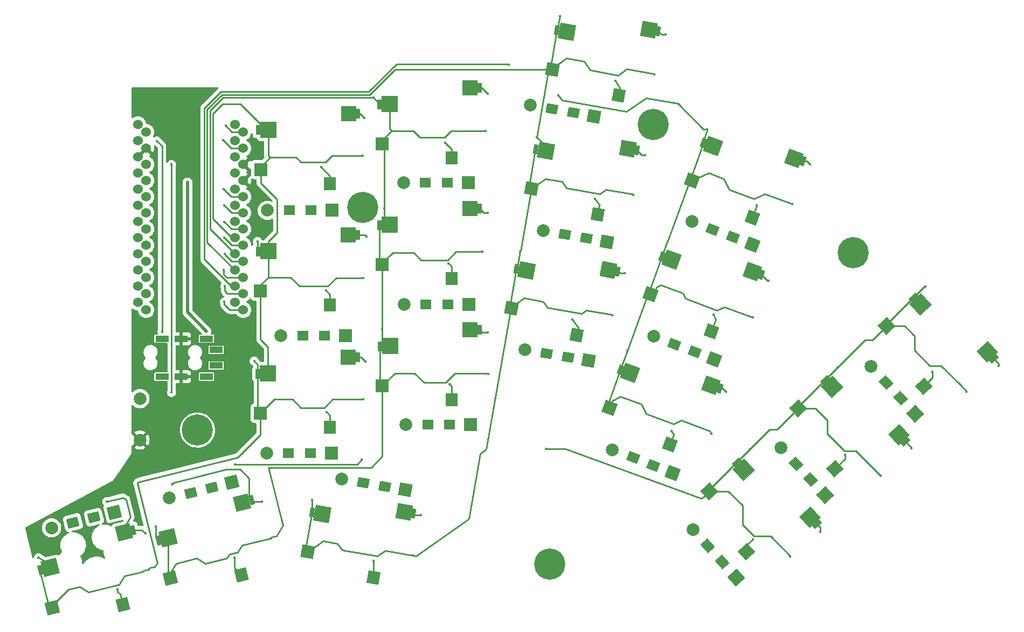
<source format=gbr>
%TF.GenerationSoftware,KiCad,Pcbnew,(6.0.2)*%
%TF.CreationDate,2022-03-03T13:29:24+00:00*%
%TF.ProjectId,yggdrasil,79676764-7261-4736-996c-2e6b69636164,1.0.0*%
%TF.SameCoordinates,Original*%
%TF.FileFunction,Copper,L2,Bot*%
%TF.FilePolarity,Positive*%
%FSLAX46Y46*%
G04 Gerber Fmt 4.6, Leading zero omitted, Abs format (unit mm)*
G04 Created by KiCad (PCBNEW (6.0.2)) date 2022-03-03 13:29:24*
%MOMM*%
%LPD*%
G01*
G04 APERTURE LIST*
G04 Aperture macros list*
%AMRotRect*
0 Rectangle, with rotation*
0 The origin of the aperture is its center*
0 $1 length*
0 $2 width*
0 $3 Rotation angle, in degrees counterclockwise*
0 Add horizontal line*
21,1,$1,$2,0,0,$3*%
G04 Aperture macros list end*
%TA.AperFunction,SMDPad,CuDef*%
%ADD10RotRect,2.500000X2.500000X160.000000*%
%TD*%
%TA.AperFunction,SMDPad,CuDef*%
%ADD11RotRect,0.700000X1.500000X340.000000*%
%TD*%
%TA.AperFunction,SMDPad,CuDef*%
%ADD12RotRect,2.000000X2.000000X160.000000*%
%TD*%
%TA.AperFunction,SMDPad,CuDef*%
%ADD13RotRect,2.400000X2.400000X160.000000*%
%TD*%
%TA.AperFunction,SMDPad,CuDef*%
%ADD14RotRect,1.900000X2.000000X160.000000*%
%TD*%
%TA.AperFunction,ComponentPad*%
%ADD15R,1.998980X1.998980*%
%TD*%
%TA.AperFunction,ComponentPad*%
%ADD16R,1.800000X1.500000*%
%TD*%
%TA.AperFunction,ComponentPad*%
%ADD17C,1.998980*%
%TD*%
%TA.AperFunction,ComponentPad*%
%ADD18RotRect,1.800000X1.500000X194.000000*%
%TD*%
%TA.AperFunction,ComponentPad*%
%ADD19RotRect,1.998980X1.998980X14.000000*%
%TD*%
%TA.AperFunction,SMDPad,CuDef*%
%ADD20RotRect,2.000000X2.000000X133.000000*%
%TD*%
%TA.AperFunction,SMDPad,CuDef*%
%ADD21RotRect,0.700000X1.500000X313.000000*%
%TD*%
%TA.AperFunction,SMDPad,CuDef*%
%ADD22RotRect,2.500000X2.500000X133.000000*%
%TD*%
%TA.AperFunction,SMDPad,CuDef*%
%ADD23RotRect,1.900000X2.000000X133.000000*%
%TD*%
%TA.AperFunction,SMDPad,CuDef*%
%ADD24RotRect,2.400000X2.400000X133.000000*%
%TD*%
%TA.AperFunction,ComponentPad*%
%ADD25C,4.900000*%
%TD*%
%TA.AperFunction,ComponentPad*%
%ADD26RotRect,1.998980X1.998980X339.000000*%
%TD*%
%TA.AperFunction,ComponentPad*%
%ADD27RotRect,1.800000X1.500000X159.000000*%
%TD*%
%TA.AperFunction,ComponentPad*%
%ADD28RotRect,1.800000X1.500000X170.000000*%
%TD*%
%TA.AperFunction,ComponentPad*%
%ADD29RotRect,1.998980X1.998980X350.000000*%
%TD*%
%TA.AperFunction,SMDPad,CuDef*%
%ADD30RotRect,2.000000X2.000000X170.000000*%
%TD*%
%TA.AperFunction,SMDPad,CuDef*%
%ADD31RotRect,0.700000X1.500000X350.000000*%
%TD*%
%TA.AperFunction,SMDPad,CuDef*%
%ADD32RotRect,2.500000X2.500000X170.000000*%
%TD*%
%TA.AperFunction,SMDPad,CuDef*%
%ADD33RotRect,1.900000X2.000000X170.000000*%
%TD*%
%TA.AperFunction,SMDPad,CuDef*%
%ADD34RotRect,2.400000X2.400000X170.000000*%
%TD*%
%TA.AperFunction,SMDPad,CuDef*%
%ADD35R,2.000000X2.000000*%
%TD*%
%TA.AperFunction,SMDPad,CuDef*%
%ADD36R,2.500000X2.500000*%
%TD*%
%TA.AperFunction,SMDPad,CuDef*%
%ADD37R,0.700000X1.500000*%
%TD*%
%TA.AperFunction,SMDPad,CuDef*%
%ADD38R,1.900000X2.000000*%
%TD*%
%TA.AperFunction,SMDPad,CuDef*%
%ADD39R,2.400000X2.400000*%
%TD*%
%TA.AperFunction,ComponentPad*%
%ADD40RotRect,1.800000X1.500000X133.000000*%
%TD*%
%TA.AperFunction,ComponentPad*%
%ADD41RotRect,1.998980X1.998980X313.000000*%
%TD*%
%TA.AperFunction,SMDPad,CuDef*%
%ADD42RotRect,2.000000X2.000000X194.000000*%
%TD*%
%TA.AperFunction,SMDPad,CuDef*%
%ADD43RotRect,0.700000X1.500000X14.000000*%
%TD*%
%TA.AperFunction,SMDPad,CuDef*%
%ADD44RotRect,2.500000X2.500000X194.000000*%
%TD*%
%TA.AperFunction,SMDPad,CuDef*%
%ADD45RotRect,1.900000X2.000000X194.000000*%
%TD*%
%TA.AperFunction,SMDPad,CuDef*%
%ADD46RotRect,2.400000X2.400000X194.000000*%
%TD*%
%TA.AperFunction,ComponentPad*%
%ADD47C,1.524000*%
%TD*%
%TA.AperFunction,ComponentPad*%
%ADD48R,2.100000X1.000000*%
%TD*%
%TA.AperFunction,ComponentPad*%
%ADD49C,2.000000*%
%TD*%
%TA.AperFunction,SMDPad,CuDef*%
%ADD50RotRect,2.000000X2.000000X169.000000*%
%TD*%
%TA.AperFunction,SMDPad,CuDef*%
%ADD51RotRect,0.700000X1.500000X349.000000*%
%TD*%
%TA.AperFunction,SMDPad,CuDef*%
%ADD52RotRect,2.500000X2.500000X169.000000*%
%TD*%
%TA.AperFunction,SMDPad,CuDef*%
%ADD53RotRect,2.400000X2.400000X169.000000*%
%TD*%
%TA.AperFunction,SMDPad,CuDef*%
%ADD54RotRect,1.900000X2.000000X169.000000*%
%TD*%
%TA.AperFunction,ComponentPad*%
%ADD55RotRect,1.800000X1.500000X132.000000*%
%TD*%
%TA.AperFunction,ComponentPad*%
%ADD56RotRect,1.998980X1.998980X312.000000*%
%TD*%
%TA.AperFunction,ViaPad*%
%ADD57C,0.400000*%
%TD*%
%TA.AperFunction,Conductor*%
%ADD58C,0.250000*%
%TD*%
%TA.AperFunction,Conductor*%
%ADD59C,0.500000*%
%TD*%
G04 APERTURE END LIST*
D10*
%TO.P,SW14,1,1*%
%TO.N,col3*%
X178535242Y-93517793D03*
D11*
X177018053Y-93008148D03*
D12*
X175273406Y-98971050D03*
D11*
%TO.P,SW14,2,2*%
%TO.N,Net-(D14-Pad2)*%
X192660480Y-95934663D03*
D13*
X191244101Y-95440427D03*
D14*
X184763611Y-104766394D03*
%TD*%
D15*
%TO.P,D1,1,K*%
%TO.N,row0*%
X131698559Y-67952904D03*
D16*
X128398559Y-67950364D03*
D17*
%TO.P,D1,2,A*%
%TO.N,Net-(D1-Pad2)*%
X121538559Y-67952904D03*
D16*
X124998559Y-67950364D03*
%TD*%
D18*
%TO.P,D16,1,K*%
%TO.N,row3*%
X94287112Y-116163179D03*
D19*
X97489702Y-115367301D03*
D17*
%TO.P,D16,2,A*%
%TO.N,Net-(D16-Pad2)*%
X87631498Y-117825228D03*
D18*
X90988106Y-116985713D03*
%TD*%
D20*
%TO.P,SW10,1,1*%
%TO.N,col4*%
X204900179Y-99100620D03*
D21*
X209161773Y-94579688D03*
D22*
X210282224Y-95722574D03*
D23*
%TO.P,SW10,2,2*%
%TO.N,Net-(D10-Pad2)*%
X210724983Y-108572771D03*
D24*
X220733042Y-103205355D03*
D21*
X221770667Y-104288746D03*
%TD*%
%TO.P,SW15,1,1*%
%TO.N,col4*%
X195259301Y-107564742D03*
D22*
X196379752Y-108707628D03*
D20*
X190997707Y-112085674D03*
D24*
%TO.P,SW15,2,2*%
%TO.N,Net-(D15-Pad2)*%
X206830570Y-116190409D03*
D23*
X196822511Y-121557825D03*
D21*
X207868195Y-117273800D03*
%TD*%
D25*
%TO.P,TH7,*%
%TO.N,*%
X165881040Y-123543343D03*
%TD*%
D26*
%TO.P,D4,1,K*%
%TO.N,row0*%
X197752038Y-73326888D03*
D27*
X194672133Y-72141903D03*
D17*
%TO.P,D4,2,A*%
%TO.N,Net-(D4-Pad2)*%
X188266861Y-69685870D03*
D27*
X191497959Y-70923451D03*
%TD*%
D28*
%TO.P,D3,1,K*%
%TO.N,row0*%
X169621385Y-52570173D03*
D29*
X172870810Y-53145713D03*
D17*
%TO.P,D3,2,A*%
%TO.N,Net-(D3-Pad2)*%
X162865163Y-51381448D03*
D28*
X166273039Y-51979769D03*
%TD*%
D15*
%TO.P,D2,1,K*%
%TO.N,row0*%
X153079339Y-63599500D03*
D16*
X149779339Y-63596960D03*
D17*
%TO.P,D2,2,A*%
%TO.N,Net-(D2-Pad2)*%
X142919339Y-63599500D03*
D16*
X146379339Y-63596960D03*
%TD*%
D26*
%TO.P,D14,1,K*%
%TO.N,row2*%
X185232908Y-109197926D03*
D27*
X182153003Y-108012941D03*
%TO.P,D14,2,A*%
%TO.N,Net-(D14-Pad2)*%
X178978829Y-106794489D03*
D17*
X175747731Y-105556908D03*
%TD*%
D30*
%TO.P,SW3,1,1*%
%TO.N,col2*%
X166347489Y-45798801D03*
D31*
X167030185Y-39623534D03*
D32*
X168612823Y-39861979D03*
D33*
%TO.P,SW3,2,2*%
%TO.N,Net-(D3-Pad2)*%
X176699868Y-49858143D03*
D34*
X181462467Y-39548534D03*
D31*
X182943152Y-39789310D03*
%TD*%
D35*
%TO.P,SW6,1,1*%
%TO.N,col0*%
X120468720Y-80623944D03*
D36*
X121668720Y-74383944D03*
D37*
X120068720Y-74423944D03*
%TO.P,SW6,2,2*%
%TO.N,Net-(D6-Pad2)*%
X135768720Y-71823944D03*
D38*
X131368720Y-82823944D03*
D39*
X134268720Y-71843944D03*
%TD*%
D19*
%TO.P,D17,1,K*%
%TO.N,row3*%
X115979807Y-110707284D03*
D18*
X112777217Y-111503162D03*
%TO.P,D17,2,A*%
%TO.N,Net-(D17-Pad2)*%
X109478211Y-112325696D03*
D17*
X106121603Y-113165211D03*
%TD*%
D40*
%TO.P,D5,1,K*%
%TO.N,row0*%
X221026436Y-97474530D03*
D41*
X223275173Y-99889730D03*
D17*
%TO.P,D5,2,A*%
%TO.N,Net-(D5-Pad2)*%
X216346070Y-92459176D03*
D40*
X218707642Y-94987928D03*
%TD*%
D42*
%TO.P,SW16,1,1*%
%TO.N,col0*%
X87763521Y-130425691D03*
D43*
X85875487Y-124506626D03*
D44*
X87418283Y-124080739D03*
D45*
%TO.P,SW16,2,2*%
%TO.N,Net-(D16-Pad2)*%
X98871972Y-129923393D03*
D43*
X100480133Y-118185683D03*
D46*
X99029528Y-118567972D03*
%TD*%
D47*
%TO.P,U1,1,TX(PD3)*%
%TO.N,unconnected-(U1-Pad1)*%
X101199438Y-54448296D03*
X117738253Y-55644041D03*
%TO.P,U1,2,RX(PD2)*%
%TO.N,DATA*%
X117738253Y-58184041D03*
X101199438Y-56988296D03*
%TO.P,U1,3,GND*%
%TO.N,GND*%
X117738253Y-60724041D03*
X101199438Y-59528296D03*
%TO.P,U1,4,GND*%
X117738253Y-63264041D03*
X101199438Y-62068296D03*
%TO.P,U1,5,SDA(PD1)*%
%TO.N,SDA*%
X117738253Y-65804041D03*
X101199438Y-64608296D03*
%TO.P,U1,6,SCL(PD0)*%
%TO.N,SCL*%
X117738253Y-68344041D03*
X101199438Y-67148296D03*
%TO.P,U1,7,D4(PD4)*%
%TO.N,unconnected-(U1-Pad7)*%
X101199438Y-69688296D03*
X117738253Y-70884041D03*
%TO.P,U1,8,D5(PC6)*%
%TO.N,unconnected-(U1-Pad8)*%
X117738253Y-73424041D03*
X101199438Y-72228296D03*
%TO.P,U1,9,D6(PD7)*%
%TO.N,row0*%
X101199438Y-74768296D03*
X117738253Y-75964041D03*
%TO.P,U1,10,D7(PE6)*%
%TO.N,row1*%
X117738253Y-78504041D03*
X101199438Y-77308296D03*
%TO.P,U1,11,D8(PB4)*%
%TO.N,row2*%
X117738253Y-81044041D03*
X101199438Y-79848296D03*
%TO.P,U1,12,D9(PB5)*%
%TO.N,row3*%
X117738253Y-83584041D03*
X101199438Y-82388296D03*
%TO.P,U1,13,D10(PB6)*%
%TO.N,col4*%
X116439438Y-82388296D03*
X102498253Y-83584041D03*
%TO.P,U1,14,D16(PB2)*%
%TO.N,col3*%
X102498253Y-81044041D03*
X116439438Y-79848296D03*
%TO.P,U1,15,D14(PB3)*%
%TO.N,col2*%
X116439438Y-77308296D03*
X102498253Y-78504041D03*
%TO.P,U1,16,D15(PB1)*%
%TO.N,col1*%
X102498253Y-75964041D03*
X116439438Y-74768296D03*
%TO.P,U1,17,A0(PF7)*%
%TO.N,col0*%
X116439438Y-72228296D03*
X102498253Y-73424041D03*
%TO.P,U1,18,A1(PF6)*%
%TO.N,unconnected-(U1-Pad18)*%
X102498253Y-70884041D03*
X116439438Y-69688296D03*
%TO.P,U1,19,A2(PF5)*%
%TO.N,unconnected-(U1-Pad19)*%
X102498253Y-68344041D03*
X116439438Y-67148296D03*
%TO.P,U1,20,A3(PF4)*%
%TO.N,unconnected-(U1-Pad20)*%
X102498253Y-65804041D03*
X116439438Y-64608296D03*
%TO.P,U1,21,VCC*%
%TO.N,VCC*%
X102498253Y-63264041D03*
X116439438Y-62068296D03*
%TO.P,U1,22,RST*%
%TO.N,RESET*%
X116439438Y-59528296D03*
X102498253Y-60724041D03*
%TO.P,U1,23,GND*%
%TO.N,GND*%
X116439438Y-56988296D03*
X102498253Y-58184041D03*
%TO.P,U1,24,RAW*%
%TO.N,unconnected-(U1-Pad24)*%
X116439438Y-54448296D03*
X102498253Y-55644041D03*
%TD*%
D25*
%TO.P,TH3,*%
%TO.N,*%
X213557390Y-74634797D03*
%TD*%
D36*
%TO.P,SW7,1,1*%
%TO.N,col1*%
X140778734Y-70239398D03*
D37*
X139178734Y-70279398D03*
D35*
X139578734Y-76479398D03*
D38*
%TO.P,SW7,2,2*%
%TO.N,Net-(D7-Pad2)*%
X150478734Y-78679398D03*
D37*
X154878734Y-67679398D03*
D39*
X153378734Y-67699398D03*
%TD*%
D16*
%TO.P,D11,1,K*%
%TO.N,row2*%
X128270630Y-106107852D03*
D15*
X131570630Y-106110392D03*
D17*
%TO.P,D11,2,A*%
%TO.N,Net-(D11-Pad2)*%
X121410630Y-106110392D03*
D16*
X124870630Y-106107852D03*
%TD*%
D29*
%TO.P,D8,1,K*%
%TO.N,row1*%
X174872097Y-72893254D03*
D28*
X171622672Y-72317714D03*
D17*
%TO.P,D8,2,A*%
%TO.N,Net-(D8-Pad2)*%
X164866450Y-71128989D03*
D28*
X168274326Y-71727310D03*
%TD*%
D42*
%TO.P,SW17,1,1*%
%TO.N,col1*%
X106317904Y-125701361D03*
D44*
X105972666Y-119356409D03*
D43*
X104429870Y-119782296D03*
%TO.P,SW17,2,2*%
%TO.N,Net-(D17-Pad2)*%
X119034516Y-113461353D03*
D46*
X117583911Y-113843642D03*
D45*
X117426355Y-125199063D03*
%TD*%
D32*
%TO.P,SW8,1,1*%
%TO.N,col2*%
X165313503Y-58573322D03*
D31*
X163730865Y-58334877D03*
D30*
X163048169Y-64510144D03*
D34*
%TO.P,SW8,2,2*%
%TO.N,Net-(D8-Pad2)*%
X178163147Y-58259877D03*
D31*
X179643832Y-58500653D03*
D33*
X173400548Y-68569486D03*
%TD*%
D32*
%TO.P,SW18,1,1*%
%TO.N,col2*%
X130155996Y-115647870D03*
D30*
X127890662Y-121584692D03*
D31*
X128573358Y-115409425D03*
%TO.P,SW18,2,2*%
%TO.N,Net-(D18-Pad2)*%
X144486325Y-115575201D03*
D34*
X143005640Y-115334425D03*
D33*
X138243041Y-125644034D03*
%TD*%
D27*
%TO.P,D9,1,K*%
%TO.N,row1*%
X188650089Y-90170075D03*
D26*
X191729994Y-91355060D03*
D17*
%TO.P,D9,2,A*%
%TO.N,Net-(D9-Pad2)*%
X182244817Y-87714042D03*
D27*
X185475915Y-88951623D03*
%TD*%
D36*
%TO.P,SW2,1,1*%
%TO.N,col1*%
X140776094Y-51250457D03*
D37*
X139176094Y-51290457D03*
D35*
X139576094Y-57490457D03*
D37*
%TO.P,SW2,2,2*%
%TO.N,Net-(D2-Pad2)*%
X154876094Y-48690457D03*
D39*
X153376094Y-48710457D03*
D38*
X150476094Y-59690457D03*
%TD*%
D16*
%TO.P,D12,1,K*%
%TO.N,row2*%
X150178546Y-101644304D03*
D15*
X153478546Y-101646844D03*
D17*
%TO.P,D12,2,A*%
%TO.N,Net-(D12-Pad2)*%
X143318546Y-101646844D03*
D16*
X146778546Y-101644304D03*
%TD*%
D48*
%TO.P,J2,1*%
%TO.N,VCC*%
X111987485Y-88125828D03*
X111987485Y-94075828D03*
%TO.P,J2,2*%
%TO.N,GND*%
X107987485Y-94075828D03*
X107987485Y-88125828D03*
%TO.P,J2,3*%
%TO.N,DATA*%
X104987485Y-88125828D03*
X104987485Y-94075828D03*
%TO.P,J2,4*%
%TO.N,unconnected-(J2-Pad4)*%
X113487485Y-92325828D03*
X113487485Y-89875828D03*
%TD*%
D29*
%TO.P,D18,1,K*%
%TO.N,row3*%
X143219633Y-111889284D03*
D28*
X139970208Y-111313744D03*
%TO.P,D18,2,A*%
%TO.N,Net-(D18-Pad2)*%
X136621862Y-110723340D03*
D17*
X133213986Y-110125019D03*
%TD*%
D15*
%TO.P,D7,1,K*%
%TO.N,row1*%
X153163098Y-82704289D03*
D16*
X149863098Y-82701749D03*
%TO.P,D7,2,A*%
%TO.N,Net-(D7-Pad2)*%
X146463098Y-82701749D03*
D17*
X143003098Y-82704289D03*
%TD*%
D49*
%TO.P,RSW1,1,1*%
%TO.N,GND*%
X101515839Y-104026134D03*
%TO.P,RSW1,2,2*%
%TO.N,RESET*%
X101515839Y-97526134D03*
%TD*%
D50*
%TO.P,SW13,1,1*%
%TO.N,col2*%
X159861657Y-83312941D03*
D51*
X160652022Y-77150529D03*
D52*
X162230258Y-77416558D03*
D53*
%TO.P,SW13,2,2*%
%TO.N,Net-(D13-Pad2)*%
X175083416Y-77327418D03*
D54*
X170141614Y-87552339D03*
D51*
X176559673Y-77593999D03*
%TD*%
D35*
%TO.P,SW1,1,1*%
%TO.N,col0*%
X120483443Y-61536516D03*
D37*
X120083443Y-55336516D03*
D36*
X121683443Y-55296516D03*
D38*
%TO.P,SW1,2,2*%
%TO.N,Net-(D1-Pad2)*%
X131383443Y-63736516D03*
D37*
X135783443Y-52736516D03*
D39*
X134283443Y-52756516D03*
%TD*%
D40*
%TO.P,D10,1,K*%
%TO.N,row1*%
X206890781Y-110267353D03*
D41*
X209139518Y-112682553D03*
D17*
%TO.P,D10,2,A*%
%TO.N,Net-(D10-Pad2)*%
X202210415Y-105251999D03*
D40*
X204571987Y-107780751D03*
%TD*%
D28*
%TO.P,D13,1,K*%
%TO.N,row2*%
X168734638Y-91000030D03*
D29*
X171984063Y-91575570D03*
D28*
%TO.P,D13,2,A*%
%TO.N,Net-(D13-Pad2)*%
X165386292Y-90409626D03*
D17*
X161978416Y-89811305D03*
%TD*%
D25*
%TO.P,TH4,*%
%TO.N,*%
X136534739Y-67450809D03*
%TD*%
D10*
%TO.P,SW9,1,1*%
%TO.N,col3*%
X185032319Y-75674938D03*
D12*
X181770483Y-81128195D03*
D11*
X183515130Y-75165293D03*
D13*
%TO.P,SW9,2,2*%
%TO.N,Net-(D9-Pad2)*%
X197741178Y-77597572D03*
D14*
X191260688Y-86923539D03*
D11*
X199157557Y-78091808D03*
%TD*%
D37*
%TO.P,SW11,1,1*%
%TO.N,col0*%
X120036639Y-93609851D03*
D35*
X120436639Y-99809851D03*
D36*
X121636639Y-93569851D03*
D37*
%TO.P,SW11,2,2*%
%TO.N,Net-(D11-Pad2)*%
X135736639Y-91009851D03*
D39*
X134236639Y-91029851D03*
D38*
X131336639Y-102009851D03*
%TD*%
D25*
%TO.P,TH6,*%
%TO.N,*%
X182180536Y-54480069D03*
%TD*%
D55*
%TO.P,D15,1,K*%
%TO.N,row2*%
X192982074Y-123173674D03*
D56*
X195188317Y-125627752D03*
D55*
%TO.P,D15,2,A*%
%TO.N,Net-(D15-Pad2)*%
X190707030Y-120646982D03*
D17*
X188389950Y-118077400D03*
%TD*%
D11*
%TO.P,SW4,1,1*%
%TO.N,col3*%
X190012225Y-57322422D03*
D12*
X188267578Y-63285324D03*
D10*
X191529414Y-57832067D03*
D14*
%TO.P,SW4,2,2*%
%TO.N,Net-(D4-Pad2)*%
X197757783Y-69080668D03*
D13*
X204238273Y-59754701D03*
D11*
X205654652Y-60248937D03*
%TD*%
D25*
%TO.P,TH5,*%
%TO.N,*%
X110558705Y-102472173D03*
%TD*%
D16*
%TO.P,D6,1,K*%
%TO.N,row1*%
X130515681Y-87616783D03*
D15*
X133815681Y-87619323D03*
D17*
%TO.P,D6,2,A*%
%TO.N,Net-(D6-Pad2)*%
X123655681Y-87619323D03*
D16*
X127115681Y-87616783D03*
%TD*%
D20*
%TO.P,SW5,1,1*%
%TO.N,col4*%
X218802646Y-86115601D03*
D22*
X224184691Y-82737555D03*
D21*
X223064240Y-81594669D03*
D23*
%TO.P,SW5,2,2*%
%TO.N,Net-(D5-Pad2)*%
X224627450Y-95587752D03*
D21*
X235673134Y-91303727D03*
D24*
X234635509Y-90220336D03*
%TD*%
D36*
%TO.P,SW12,1,1*%
%TO.N,col1*%
X140796072Y-89276105D03*
D35*
X139596072Y-95516105D03*
D37*
X139196072Y-89316105D03*
D39*
%TO.P,SW12,2,2*%
%TO.N,Net-(D12-Pad2)*%
X153396072Y-86736105D03*
D37*
X154896072Y-86716105D03*
D38*
X150496072Y-97716105D03*
%TD*%
D57*
%TO.N,GND*%
X107981037Y-62043338D03*
X107981031Y-86943338D03*
%TO.N,RESET*%
X106481030Y-96543341D03*
X106481035Y-60743332D03*
%TO.N,VCC*%
X111981024Y-86943335D03*
X108981036Y-63543330D03*
%TO.N,col0*%
X136581028Y-78543337D03*
X119481029Y-91643339D03*
X102881026Y-124343336D03*
X85581031Y-122543341D03*
X119681028Y-53643330D03*
X136481027Y-59343338D03*
X136581028Y-97643328D03*
X119981032Y-72843339D03*
%TO.N,col1*%
X155281038Y-74443337D03*
X122081027Y-119443341D03*
X155781033Y-55443337D03*
X139578728Y-86641043D03*
X156281033Y-93643330D03*
X138181031Y-50243330D03*
X139881032Y-67643337D03*
X103981033Y-117643328D03*
%TO.N,col2*%
X175749073Y-84387275D03*
X167481036Y-37443337D03*
X128581026Y-113443340D03*
X178981032Y-65543336D03*
X163881025Y-56443336D03*
X161255142Y-74388524D03*
X182281025Y-46543342D03*
X144381035Y-122143338D03*
%TO.N,col3*%
X159481032Y-45043337D03*
X190581030Y-55243336D03*
X184468682Y-72782296D03*
X178091804Y-90010250D03*
X191281032Y-103043341D03*
X203959148Y-66978410D03*
X197781030Y-84743332D03*
X167249637Y-49836460D03*
%TO.N,col4*%
X165281033Y-105443337D03*
X217881029Y-109643339D03*
X211089583Y-92651884D03*
X197280875Y-105543178D03*
X203681034Y-122343327D03*
X224881034Y-79943347D03*
X116481029Y-107843336D03*
X231381026Y-96443331D03*
X136381027Y-107143338D03*
%TO.N,row3*%
X114781038Y-82343344D03*
%TO.N,row2*%
X114881030Y-79843344D03*
%TO.N,row1*%
X114681028Y-77343336D03*
%TO.N,row0*%
X114881031Y-74743339D03*
%TO.N,unconnected-(U1-Pad8)*%
X114781035Y-72243342D03*
%TO.N,unconnected-(U1-Pad7)*%
X114781032Y-69743336D03*
%TO.N,SCL*%
X114781032Y-67143337D03*
%TO.N,SDA*%
X114681026Y-64643343D03*
%TO.N,DATA*%
X114581033Y-56943335D03*
X104181025Y-57043335D03*
X104981036Y-87043336D03*
%TO.N,unconnected-(U1-Pad1)*%
X114981034Y-54643340D03*
%TO.N,Net-(D1-Pad2)*%
X129981031Y-61143343D03*
X136781029Y-53443337D03*
%TO.N,Net-(D2-Pad2)*%
X149481031Y-57343343D03*
X156181035Y-49643332D03*
%TO.N,Net-(D3-Pad2)*%
X176189425Y-47625241D03*
X184081031Y-40343339D03*
%TO.N,Net-(D4-Pad2)*%
X198436520Y-67181829D03*
X206781033Y-60743341D03*
%TO.N,Net-(D5-Pad2)*%
X225981026Y-93343342D03*
X236381025Y-92343337D03*
%TO.N,Net-(D6-Pad2)*%
X137081026Y-72043337D03*
X130730000Y-80540000D03*
%TO.N,Net-(D7-Pad2)*%
X156181035Y-68343336D03*
X149994929Y-76255328D03*
%TO.N,Net-(D8-Pad2)*%
X180881031Y-59243344D03*
X173003622Y-66153521D03*
%TO.N,Net-(D9-Pad2)*%
X200281035Y-79043335D03*
X191614531Y-84375477D03*
%TO.N,Net-(D10-Pad2)*%
X222681032Y-105343336D03*
X212281037Y-106343337D03*
%TO.N,Net-(D11-Pad2)*%
X136981036Y-91743338D03*
X130881028Y-99643328D03*
%TO.N,Net-(D12-Pad2)*%
X150181032Y-95243340D03*
X156181028Y-87143332D03*
%TO.N,Net-(D13-Pad2)*%
X177681036Y-77843335D03*
X169439734Y-85092381D03*
%TO.N,Net-(D14-Pad2)*%
X193581031Y-96443333D03*
X185063910Y-102636293D03*
%TO.N,Net-(D15-Pad2)*%
X208381026Y-118443336D03*
X197781036Y-119643339D03*
%TO.N,Net-(D16-Pad2)*%
X96306400Y-113720661D03*
X97981032Y-127543336D03*
X102356537Y-118743335D03*
%TO.N,Net-(D17-Pad2)*%
X116381032Y-122543341D03*
X120681035Y-113743340D03*
X106581038Y-111043347D03*
%TO.N,Net-(D18-Pad2)*%
X138181030Y-123043342D03*
X145681038Y-115843333D03*
%TD*%
D58*
%TO.N,col3*%
X177018053Y-93008148D02*
X177030272Y-93020367D01*
X177030272Y-93020367D02*
X178037816Y-93020367D01*
X178037816Y-93020367D02*
X178535242Y-93517793D01*
%TO.N,Net-(D13-Pad2)*%
X177681036Y-77843335D02*
X176954147Y-77843332D01*
X176954147Y-77843332D02*
X176438233Y-77327418D01*
X176438233Y-77327418D02*
X175083416Y-77327418D01*
%TO.N,col3*%
X167249637Y-49836460D02*
X167244943Y-49863058D01*
X167244943Y-49863058D02*
X167815181Y-50677438D01*
X167815181Y-50677438D02*
X177916943Y-52458653D01*
X177916943Y-52458653D02*
X181056358Y-50260410D01*
X181056358Y-50260410D02*
X186009143Y-51133722D01*
X186009143Y-51133722D02*
X190055421Y-55180000D01*
X190055421Y-55180000D02*
X190517694Y-55180000D01*
X190517694Y-55180000D02*
X190581030Y-55243336D01*
%TO.N,col0*%
X121668725Y-78455641D02*
X125193345Y-78455653D01*
X125193345Y-78455653D02*
X126627692Y-79890000D01*
X126627692Y-79890000D02*
X131034359Y-79890000D01*
X131034359Y-79890000D02*
X132381024Y-78543335D01*
X132381024Y-78543335D02*
X136581028Y-78543337D01*
%TO.N,Net-(D6-Pad2)*%
X130730000Y-80540000D02*
X131368724Y-81178724D01*
X131368724Y-81178724D02*
X131368724Y-82823943D01*
D59*
%TO.N,GND*%
X107981031Y-86943338D02*
X107981037Y-62043338D01*
D58*
%TO.N,RESET*%
X106481035Y-60743332D02*
X106481030Y-96543341D01*
D59*
%TO.N,VCC*%
X111981024Y-86943335D02*
X108981035Y-83943328D01*
X108981035Y-83943328D02*
X108981036Y-63543330D01*
D58*
%TO.N,col0*%
X120068721Y-74423948D02*
X121628723Y-74423944D01*
X87619516Y-123745842D02*
X85607316Y-122536785D01*
X114481027Y-51243334D02*
X113005070Y-52719297D01*
X120483441Y-63645747D02*
X123081025Y-66243340D01*
X121683431Y-55296517D02*
X120123435Y-55296523D01*
X101221588Y-110647681D02*
X101103150Y-110844788D01*
X126781028Y-98943341D02*
X125481029Y-97643337D01*
X120036627Y-93609845D02*
X120036638Y-92198945D01*
X102881026Y-124343336D02*
X102995889Y-124152181D01*
X120036627Y-93609845D02*
X120036636Y-99409857D01*
X113005070Y-52719297D02*
X113005070Y-69267367D01*
X92033681Y-127099330D02*
X90252867Y-127543336D01*
X120468720Y-88231035D02*
X121636632Y-89398945D01*
X120483444Y-61536516D02*
X120483438Y-61140926D01*
X103852493Y-123938612D02*
X104216675Y-123332498D01*
X120036636Y-99409857D02*
X120436638Y-99809842D01*
X130481029Y-98943342D02*
X126781028Y-98943341D01*
X121683444Y-59345750D02*
X121981037Y-59643339D01*
X85607316Y-122536785D02*
X85581031Y-122543341D01*
X120483438Y-61140926D02*
X121981037Y-59643339D01*
X85802963Y-124627339D02*
X85875484Y-124506630D01*
X104216675Y-123332498D02*
X101103150Y-110844788D01*
X117281036Y-51243344D02*
X114481027Y-51243334D01*
X121683431Y-55296517D02*
X121683444Y-59345750D01*
X87042673Y-129599544D02*
X85802963Y-124627339D01*
X119981032Y-72843339D02*
X119981031Y-74336256D01*
X131681031Y-59343336D02*
X136481027Y-59343338D01*
X87763528Y-130032678D02*
X87042673Y-129599544D01*
X120468727Y-79655646D02*
X120468723Y-80623943D01*
X130681033Y-60343341D02*
X131681031Y-59343336D01*
X123081025Y-66243340D02*
X123081033Y-71443344D01*
X122603146Y-97643339D02*
X120436638Y-99809842D01*
X136581028Y-97643328D02*
X131781029Y-97643346D01*
X125481029Y-97643337D02*
X122603146Y-97643339D01*
X121628723Y-74423944D02*
X121668723Y-74383946D01*
X102995889Y-124152181D02*
X103852493Y-123938612D01*
X119681028Y-53643330D02*
X117281036Y-51243344D01*
X126781039Y-60343339D02*
X130681033Y-60343341D01*
X123081033Y-71443344D02*
X121668726Y-72855653D01*
X131781029Y-97643346D02*
X130481029Y-98943342D01*
X120436638Y-99809842D02*
X120436634Y-103187724D01*
X120483444Y-61536516D02*
X120483441Y-63645747D01*
X121668726Y-72855653D02*
X121668723Y-74383946D01*
X90252867Y-127543336D02*
X87763528Y-130032678D01*
X121981037Y-59643339D02*
X126081035Y-59643335D01*
X121334205Y-55296515D02*
X121683431Y-55296517D01*
X115965991Y-72228290D02*
X116439439Y-72228291D01*
X102881026Y-124343336D02*
X102068729Y-124545871D01*
X121636636Y-93569848D02*
X120076632Y-93569850D01*
X120436634Y-103187724D02*
X116881035Y-106743337D01*
X120123435Y-55296523D02*
X120083448Y-55336516D01*
X99061468Y-125442328D02*
X98274822Y-126751524D01*
X120076632Y-93569850D02*
X120036627Y-93609845D01*
X85875484Y-124506630D02*
X86992403Y-124506630D01*
X116881035Y-106743337D02*
X101221588Y-110647681D01*
X102068729Y-124545871D02*
X101965072Y-124718382D01*
X119681028Y-53643330D02*
X121334205Y-55296515D01*
X86992403Y-124506630D02*
X87619516Y-123745842D01*
X120036638Y-92198945D02*
X119481029Y-91643339D01*
X121636632Y-89398945D02*
X121636636Y-93569848D01*
X101965072Y-124718382D02*
X99061468Y-125442328D01*
X121668723Y-74383946D02*
X121668725Y-78455641D01*
X126081035Y-59643335D02*
X126781039Y-60343339D01*
X93454875Y-127953271D02*
X92033681Y-127099330D01*
X121668725Y-78455641D02*
X120468727Y-79655646D01*
X113005070Y-69267367D02*
X115965991Y-72228290D01*
X98274822Y-126751524D02*
X93454875Y-127953271D01*
X120468723Y-80623943D02*
X120468720Y-88231035D01*
X119981031Y-74336256D02*
X120068721Y-74423948D01*
%TO.N,col1*%
X105972662Y-119356409D02*
X105972669Y-125356121D01*
X139881025Y-57795397D02*
X139881031Y-69341690D01*
X149681028Y-75743336D02*
X149881031Y-75743329D01*
X139576093Y-56948278D02*
X139576095Y-57490458D01*
X145681035Y-75743336D02*
X149681028Y-75743336D01*
X141219496Y-74604879D02*
X144542564Y-74604884D01*
X107203277Y-123432959D02*
X110411486Y-122633062D01*
X112555547Y-52268822D02*
X112555557Y-70884402D01*
X149881031Y-75743329D02*
X151081031Y-74543330D01*
X139578734Y-76245633D02*
X141081034Y-74743335D01*
X149381031Y-56443337D02*
X145481031Y-56443331D01*
X112555557Y-70884402D02*
X116439445Y-74768294D01*
X121751143Y-108343336D02*
X121693546Y-108400936D01*
X140776095Y-55138397D02*
X140776094Y-51250454D01*
X123953098Y-117463493D02*
X122962512Y-119112113D01*
X141081030Y-55443333D02*
X140981029Y-55543337D01*
X139196067Y-95116098D02*
X139596068Y-95516101D01*
X139881031Y-69341690D02*
X140778734Y-70239402D01*
X139578736Y-76479396D02*
X139578734Y-76245633D01*
X140756064Y-89316097D02*
X140796057Y-89276101D01*
X139196071Y-89316103D02*
X139196067Y-95116098D01*
X140778734Y-70239402D02*
X139218740Y-70239404D01*
X117527708Y-120578611D02*
X122081027Y-119443341D01*
X140781031Y-55743333D02*
X139576093Y-56948278D01*
X144542564Y-74604884D02*
X145681035Y-75743336D01*
X138181031Y-50243330D02*
X114581038Y-50243338D01*
X111757044Y-123441561D02*
X115149066Y-122595837D01*
X110411486Y-122633062D02*
X111757044Y-123441561D01*
X139578736Y-76479396D02*
X139578732Y-88933433D01*
X150381025Y-55443342D02*
X149381031Y-56443337D01*
X139596068Y-95516101D02*
X139596061Y-106628299D01*
X139218740Y-70239404D02*
X139178742Y-70279396D01*
X104429873Y-119782290D02*
X105546779Y-119782296D01*
X146181030Y-95043335D02*
X149531027Y-95043337D01*
X105546779Y-119782296D02*
X105972662Y-119356409D01*
X116853174Y-121701222D02*
X117527708Y-120578611D01*
X140776094Y-51250454D02*
X139216095Y-51250448D01*
X115149066Y-122595837D02*
X115481031Y-122043342D01*
X151181035Y-74443337D02*
X155281038Y-74443337D01*
X122159803Y-119312237D02*
X122081027Y-119443341D01*
X114581038Y-50243338D02*
X112555547Y-52268822D01*
X141568834Y-93543345D02*
X144681037Y-93543344D01*
X141081034Y-74743335D02*
X141219496Y-74604879D01*
X149531027Y-95043337D02*
X151031038Y-93543331D01*
X155781033Y-55443337D02*
X150381025Y-55443342D01*
X122962512Y-119112113D02*
X122159803Y-119312237D01*
X139596061Y-106628299D02*
X137881029Y-108343338D01*
X106317907Y-124906466D02*
X107203277Y-123432959D01*
X151031038Y-93543331D02*
X156181024Y-93543338D01*
X139178742Y-70279396D02*
X139178734Y-76079398D01*
X115481031Y-122043342D02*
X116853174Y-121701222D01*
X122081027Y-119443341D02*
X122063443Y-119372782D01*
X151081031Y-74543330D02*
X151181035Y-74443337D01*
X140981029Y-55543337D02*
X140781031Y-55743333D01*
X139216095Y-51250448D02*
X139176096Y-51290464D01*
X139578732Y-88933433D02*
X139196071Y-89316103D01*
X106317906Y-125701359D02*
X106317907Y-124906466D01*
X139196071Y-89316103D02*
X140756064Y-89316097D01*
X139576095Y-57490458D02*
X139881025Y-57795397D01*
X103981033Y-117643328D02*
X103981026Y-119333456D01*
X139596068Y-95516101D02*
X141568834Y-93543345D01*
X156181024Y-93543338D02*
X156281033Y-93643330D01*
X144681037Y-93543344D02*
X146181030Y-95043335D01*
X105972669Y-125356121D02*
X106317906Y-125701359D01*
X103981026Y-119333456D02*
X104429873Y-119782290D01*
X144481039Y-55443336D02*
X141081030Y-55443333D01*
X139178734Y-76079398D02*
X139578736Y-76479396D01*
X139176096Y-51290464D02*
X139176092Y-51238392D01*
X121693546Y-108400936D02*
X123953098Y-117463493D01*
X137881029Y-108343338D02*
X121751143Y-108343336D01*
X139176092Y-51238392D02*
X138181031Y-50243330D01*
X141081030Y-55443333D02*
X140776095Y-55138397D01*
X145481031Y-56443331D02*
X144481039Y-55443336D01*
%TO.N,col2*%
X161313559Y-74347625D02*
X163048168Y-64510142D01*
X167474272Y-37448074D02*
X167481036Y-37443337D01*
X131181038Y-120043338D02*
X131183934Y-120047479D01*
X161255142Y-74388524D02*
X161243557Y-74396639D01*
X167859863Y-63455134D02*
X165219724Y-62989609D01*
X168612827Y-39861975D02*
X167268631Y-39861979D01*
X141625569Y-45798791D02*
X137630552Y-49793820D01*
X182281025Y-46543342D02*
X182259332Y-46512363D01*
X166347489Y-45798801D02*
X163836495Y-45798788D01*
X130155994Y-115647873D02*
X128811804Y-115647880D01*
X163881025Y-56443336D02*
X165313514Y-57875817D01*
X165313510Y-58573319D02*
X163647619Y-58516597D01*
X170907691Y-84194890D02*
X165562623Y-83252410D01*
X155905731Y-105532760D02*
X159818262Y-83343722D01*
X154983567Y-106178472D02*
X155905731Y-105532760D01*
X161876112Y-81748167D02*
X159745605Y-83239963D01*
X128573354Y-113451011D02*
X128581026Y-113443340D01*
X164880248Y-82277877D02*
X161876112Y-81748167D01*
X165674908Y-46269750D02*
X166347490Y-45798801D01*
X137630552Y-49793820D02*
X114394836Y-49793824D01*
X153172720Y-116448275D02*
X154983567Y-106178472D01*
X178039981Y-45768379D02*
X176684584Y-46717432D01*
X171286622Y-44536962D02*
X168523835Y-44049808D01*
X144381035Y-122143338D02*
X144906902Y-122236063D01*
X130311042Y-119889938D02*
X131181038Y-120043338D01*
X165313514Y-57875817D02*
X165313510Y-58573319D01*
X168528408Y-64409918D02*
X167859863Y-63455134D01*
X160652027Y-77150532D02*
X159611953Y-83049084D01*
X165219724Y-62989609D02*
X163048175Y-64510144D01*
X161255142Y-74388524D02*
X161313559Y-74347625D01*
X112081031Y-52107614D02*
X112081035Y-72949889D01*
X140061648Y-121381713D02*
X144381035Y-122143338D01*
X171673707Y-83658523D02*
X170907691Y-84194890D01*
X166392776Y-45541993D02*
X166347489Y-45798801D01*
X165562623Y-83252410D02*
X164880248Y-82277877D01*
X174722366Y-64665187D02*
X173767586Y-65333726D01*
X132569455Y-120291786D02*
X133286290Y-121315521D01*
X128573359Y-115409428D02*
X128573354Y-113451011D01*
X168523835Y-44049808D02*
X166392776Y-45541993D01*
X114394836Y-49793824D02*
X112081031Y-52107614D01*
X112081035Y-72949889D02*
X116439441Y-77308291D01*
X163836495Y-45798788D02*
X141625569Y-45798791D01*
X144906902Y-122236063D02*
X153172720Y-116448275D01*
X175749073Y-84387275D02*
X175740962Y-84375689D01*
X127552574Y-121101848D02*
X127890668Y-121584700D01*
X159818262Y-83343722D02*
X159745605Y-83239963D01*
X167099196Y-39575213D02*
X167474272Y-37448074D01*
X127890668Y-121584700D02*
X130311042Y-119889938D01*
X131183934Y-120047479D02*
X132569455Y-120291786D01*
X182259332Y-46512363D02*
X178039981Y-45768379D01*
X128553899Y-115423057D02*
X127552574Y-121101848D01*
X159611953Y-83049084D02*
X159745605Y-83239963D01*
X160821680Y-76789242D02*
X160428297Y-77064686D01*
X161772499Y-77064698D02*
X162010942Y-77303139D01*
X176684584Y-46717432D02*
X172268127Y-45938690D01*
X133286290Y-121315521D02*
X138774202Y-122283193D01*
X138774202Y-122283193D02*
X140061648Y-121381713D01*
X167030191Y-39623533D02*
X166023030Y-45335418D01*
X128811804Y-115647880D02*
X128573359Y-115409428D01*
X167268631Y-39861979D02*
X167030191Y-39623533D01*
X163881025Y-56443336D02*
X165674908Y-46269750D01*
X163647619Y-58516597D02*
X162682806Y-63988341D01*
X175740962Y-84375689D02*
X171673707Y-83658523D01*
X160428297Y-77064686D02*
X161772499Y-77064698D01*
X128573359Y-115409428D02*
X128553899Y-115423057D01*
X167030191Y-39623533D02*
X167099196Y-39575213D01*
X172268127Y-45938690D02*
X171286622Y-44536962D01*
X178981032Y-65543336D02*
X178879392Y-65398179D01*
X162682806Y-63988341D02*
X163048175Y-64510144D01*
X178879392Y-65398179D02*
X174722366Y-64665187D01*
X166023030Y-45335418D02*
X166347489Y-45798801D01*
X161243557Y-74396639D02*
X160821680Y-76789242D01*
X173767586Y-65333726D02*
X168528408Y-64409918D01*
%TO.N,col3*%
X187216005Y-81836218D02*
X192181027Y-83643336D01*
X181027861Y-99954129D02*
X185359845Y-101530840D01*
X197777081Y-84734865D02*
X197781030Y-84743332D01*
X177018053Y-93008146D02*
X175034338Y-98458363D01*
X111631507Y-75629535D02*
X115850282Y-79848294D01*
X181531411Y-80615508D02*
X181770482Y-81128193D01*
X141842284Y-44946371D02*
X137463173Y-49325477D01*
X203959148Y-66978410D02*
X203930222Y-66916380D01*
X203930222Y-66916380D02*
X199651604Y-65359094D01*
X184364845Y-72830718D02*
X184468682Y-72782296D01*
X184468682Y-72782296D02*
X184444776Y-72731029D01*
X194072339Y-64699487D02*
X193265482Y-62969173D01*
X199651604Y-65359094D02*
X198000253Y-66129130D01*
X184444776Y-72731029D02*
X187804064Y-63501465D01*
X188057414Y-62834624D02*
X188267579Y-63285322D01*
X185359845Y-101530840D02*
X186577475Y-100963054D01*
X187804064Y-63501465D02*
X188267580Y-63285324D01*
X186577475Y-100963054D02*
X191074166Y-102599715D01*
X184522685Y-75165290D02*
X185032330Y-75674929D01*
X182374190Y-80846676D02*
X182683513Y-79996821D01*
X190521875Y-57832071D02*
X190012224Y-57322421D01*
X198000253Y-66129130D02*
X194072339Y-64699487D01*
X181246282Y-81372635D02*
X181770482Y-81128193D01*
X178101575Y-90031201D02*
X178091804Y-90010250D01*
X181770492Y-81128184D02*
X182374190Y-80846676D01*
X178104621Y-90004272D02*
X181246282Y-81372635D01*
X190041132Y-57384407D02*
X188057414Y-62834624D01*
X182683513Y-79996821D02*
X183323218Y-79698521D01*
X175684071Y-97842764D02*
X177008233Y-97225299D01*
X159481032Y-45043337D02*
X159384065Y-44946362D01*
X180316951Y-98429568D02*
X181027861Y-99954129D01*
X190012224Y-57322421D02*
X189969413Y-57230598D01*
X183323218Y-79698521D02*
X186811165Y-80968029D01*
X183515138Y-75165290D02*
X184522685Y-75165290D01*
X159384065Y-44946362D02*
X141842284Y-44946371D01*
X192181027Y-83643336D02*
X193319525Y-83112448D01*
X193265482Y-62969173D02*
X190839286Y-62086112D01*
X137463173Y-49325477D02*
X114227456Y-49325477D01*
X115850282Y-79848294D02*
X116439443Y-79848299D01*
X191074166Y-102599715D02*
X191281032Y-103043341D01*
X178091804Y-90010250D02*
X178104621Y-90004272D01*
X190839286Y-62086112D02*
X188267579Y-63285322D01*
X190643756Y-55377855D02*
X190581030Y-55243336D01*
X186811165Y-80968029D02*
X187216005Y-81836218D01*
X183515132Y-75165295D02*
X184364845Y-72830718D01*
X177018053Y-93008146D02*
X178101575Y-90031201D01*
X111631514Y-51921434D02*
X111631507Y-75629535D01*
X114227456Y-49325477D02*
X111631514Y-51921434D01*
X191529411Y-57832067D02*
X190521875Y-57832071D01*
X177008233Y-97225299D02*
X180316951Y-98429568D01*
X175034338Y-98458363D02*
X175273406Y-98971049D01*
X189969413Y-57230598D02*
X190643756Y-55377855D01*
X175273407Y-98971052D02*
X175684071Y-97842764D01*
X183515132Y-75165295D02*
X181531411Y-80615508D01*
X193319525Y-83112448D02*
X197777081Y-84734865D01*
X190012224Y-57322421D02*
X190041132Y-57384407D01*
%TO.N,col4*%
X218802651Y-86115589D02*
X221653286Y-86115591D01*
X225581033Y-92343336D02*
X227381021Y-92343340D01*
X168381040Y-105443345D02*
X165281033Y-105443337D01*
X201657474Y-102343339D02*
X200480716Y-102343338D01*
X215398137Y-88343333D02*
X216574897Y-88343338D01*
X216574897Y-88343338D02*
X218802651Y-86115589D01*
X116531513Y-107893818D02*
X135630550Y-107893816D01*
X212181029Y-105743336D02*
X209481031Y-103043338D01*
X217881029Y-109643339D02*
X213981035Y-105743340D01*
X221653286Y-86115591D02*
X223081032Y-87543330D01*
X223064243Y-81617102D02*
X224184693Y-82737539D01*
X195259303Y-107587178D02*
X196379763Y-108707621D01*
X230381035Y-95343335D02*
X231381027Y-96343340D01*
X209481031Y-103043338D02*
X209481040Y-100943332D01*
X209481040Y-100943332D02*
X207638326Y-99100634D01*
X223064246Y-81594659D02*
X218802654Y-85856257D01*
X203681033Y-122243334D02*
X200581038Y-119143336D01*
X224715574Y-79943345D02*
X223064246Y-81594659D01*
X209161773Y-94579702D02*
X204900182Y-98841291D01*
X200581038Y-119143336D02*
X197981032Y-119143336D01*
X168381040Y-105443345D02*
X189698911Y-113202414D01*
X203681034Y-122343327D02*
X203681033Y-122243334D01*
X190997719Y-112085666D02*
X190040048Y-113043339D01*
X196181037Y-117343340D02*
X196181026Y-114343335D01*
X223181035Y-89943341D02*
X225581033Y-92343336D01*
X218802654Y-85856257D02*
X218802651Y-86115589D01*
X213981035Y-105743340D02*
X212181029Y-105743336D01*
X116481029Y-107843336D02*
X116531513Y-107893818D01*
X200480716Y-102343338D02*
X195259302Y-107564739D01*
X209161773Y-94579702D02*
X215398137Y-88343333D01*
X204900175Y-99100628D02*
X201657474Y-102343339D01*
X231381027Y-96343340D02*
X231381026Y-96443331D01*
X210282220Y-95722591D02*
X210282218Y-95700147D01*
X195259302Y-107564739D02*
X190997714Y-111826334D01*
X189698911Y-113202414D02*
X190040048Y-113043339D01*
X224881034Y-79943347D02*
X224715574Y-79943345D01*
X204900182Y-98841291D02*
X204900175Y-99100628D01*
X196181026Y-114343335D02*
X193923366Y-112085670D01*
X190997714Y-111826334D02*
X190997719Y-112085666D01*
X195259302Y-107564739D02*
X195259303Y-107587178D01*
X227381021Y-92343340D02*
X230381035Y-95343335D01*
X197981032Y-119143336D02*
X196181037Y-117343340D01*
X223064246Y-81594659D02*
X223064243Y-81617102D01*
X223081032Y-87543330D02*
X223181028Y-87643341D01*
X193923366Y-112085670D02*
X190997719Y-112085666D01*
X223181028Y-87643341D02*
X223181035Y-89943341D01*
X207638326Y-99100634D02*
X204900175Y-99100628D01*
X210282218Y-95700147D02*
X209161773Y-94579702D01*
X135630550Y-107893816D02*
X136381027Y-107143338D01*
%TO.N,row3*%
X114781025Y-82743340D02*
X115621740Y-83584037D01*
X114781038Y-82343344D02*
X114781025Y-82743340D01*
X115621740Y-83584037D02*
X117738254Y-83584034D01*
%TO.N,row2*%
X115281735Y-81044047D02*
X117738248Y-81044040D01*
X114881028Y-80643337D02*
X115281735Y-81044047D01*
X114881030Y-79843344D02*
X114881028Y-80643337D01*
%TO.N,row1*%
X115141739Y-78504047D02*
X117738254Y-78504040D01*
X114681036Y-78043339D02*
X115141739Y-78504047D01*
X114681028Y-77343336D02*
X114681036Y-78043339D01*
%TO.N,row0*%
X115981033Y-75964044D02*
X117738258Y-75964045D01*
X114881024Y-74864048D02*
X115981033Y-75964044D01*
X114881031Y-74743339D02*
X114881024Y-74864048D01*
%TO.N,unconnected-(U1-Pad8)*%
X115961736Y-73424042D02*
X117738259Y-73424043D01*
X114781035Y-72243342D02*
X115961736Y-73424042D01*
%TO.N,unconnected-(U1-Pad7)*%
X114781032Y-69743336D02*
X115921742Y-70884044D01*
X115921742Y-70884044D02*
X117738256Y-70884046D01*
%TO.N,SCL*%
X115981737Y-68344039D02*
X117738251Y-68344043D01*
X114781032Y-67143337D02*
X115981737Y-68344039D01*
%TO.N,SDA*%
X114681026Y-64643343D02*
X115841741Y-65804042D01*
X115841741Y-65804042D02*
X117738255Y-65804042D01*
%TO.N,DATA*%
X114581033Y-56943335D02*
X115821733Y-58184046D01*
X104981030Y-57843340D02*
X104181025Y-57043335D01*
X115821733Y-58184046D02*
X117738254Y-58184037D01*
X104981036Y-87043336D02*
X104981030Y-57843340D01*
%TO.N,unconnected-(U1-Pad1)*%
X115981740Y-55644044D02*
X117738254Y-55644043D01*
X114981034Y-54643340D02*
X115981740Y-55644044D01*
%TO.N,Net-(D1-Pad2)*%
X131383438Y-62545745D02*
X129981031Y-61143343D01*
X131383447Y-63736512D02*
X131383438Y-62545745D01*
X136781029Y-53443337D02*
X136094214Y-52756516D01*
X136094214Y-52756516D02*
X134283433Y-52756516D01*
%TO.N,Net-(D2-Pad2)*%
X149481031Y-57343343D02*
X150476091Y-58338400D01*
X150476091Y-58338400D02*
X150476096Y-59690454D01*
X155228148Y-48690447D02*
X154876096Y-48690455D01*
X156181035Y-49643332D02*
X155228148Y-48690447D01*
%TO.N,Net-(D3-Pad2)*%
X176189425Y-47625241D02*
X176911703Y-48656762D01*
X176911703Y-48656762D02*
X176699865Y-49858138D01*
X182943157Y-39789301D02*
X181703249Y-39789311D01*
X181703249Y-39789311D02*
X181462473Y-39548525D01*
X184081031Y-40343339D02*
X183497182Y-40343336D01*
X183497182Y-40343336D02*
X182943157Y-39789301D01*
%TO.N,Net-(D4-Pad2)*%
X198436520Y-67181829D02*
X198443470Y-67196734D01*
X204238270Y-59754704D02*
X205160423Y-59754699D01*
X198443470Y-67196734D02*
X197757779Y-69080663D01*
X206286632Y-60248943D02*
X206781033Y-60743341D01*
X205654655Y-60248939D02*
X206286632Y-60248943D01*
X205160423Y-59754699D02*
X205654655Y-60248939D01*
%TO.N,Net-(D5-Pad2)*%
X224627457Y-95587746D02*
X225981034Y-94234168D01*
X225981034Y-94234168D02*
X225981026Y-93343342D01*
X235673138Y-91303717D02*
X235673141Y-91257953D01*
X236381025Y-92343337D02*
X236381026Y-92011613D01*
X235673141Y-91257953D02*
X234635510Y-90220324D01*
X236381026Y-92011613D02*
X235673138Y-91303717D01*
%TO.N,Net-(D6-Pad2)*%
X134268718Y-71843947D02*
X135748731Y-71843939D01*
X136861643Y-71823948D02*
X135768725Y-71823948D01*
X135748731Y-71843939D02*
X135768725Y-71823948D01*
X137081026Y-72043337D02*
X136861643Y-71823948D01*
%TO.N,Net-(D7-Pad2)*%
X150478729Y-78679397D02*
X150478740Y-76739123D01*
X153398739Y-67679405D02*
X153378730Y-67699397D01*
X156181035Y-68343336D02*
X155542675Y-68343344D01*
X154878741Y-67679401D02*
X153398739Y-67679405D01*
X150478740Y-76739123D02*
X149994929Y-76255328D01*
X155542675Y-68343344D02*
X154878741Y-67679401D01*
%TO.N,Net-(D8-Pad2)*%
X180881031Y-59243344D02*
X180386523Y-59243335D01*
X173661010Y-67092365D02*
X173400556Y-68569487D01*
X173003622Y-66153521D02*
X173661010Y-67092365D01*
X180386523Y-59243335D02*
X179643840Y-58500652D01*
X178403922Y-58500644D02*
X178163150Y-58259889D01*
X179643840Y-58500652D02*
X178403922Y-58500644D01*
%TO.N,Net-(D9-Pad2)*%
X200281035Y-79043335D02*
X200109109Y-79043338D01*
X200109109Y-79043338D02*
X199157559Y-78091802D01*
X199157559Y-78091802D02*
X198235422Y-78091802D01*
X198235422Y-78091802D02*
X197741182Y-77597575D01*
X191260687Y-86923537D02*
X191936666Y-85066298D01*
X191936666Y-85066298D02*
X191614531Y-84375477D01*
%TO.N,Net-(D10-Pad2)*%
X222681034Y-105199129D02*
X221770666Y-104288757D01*
X222681032Y-105343336D02*
X222681034Y-105199129D01*
X221770666Y-104288757D02*
X221770666Y-104242999D01*
X212281028Y-107016734D02*
X212281037Y-106343337D01*
X210724979Y-108572781D02*
X212281028Y-107016734D01*
X221770666Y-104242999D02*
X220733041Y-103205366D01*
%TO.N,Net-(D11-Pad2)*%
X135736637Y-91009842D02*
X136247543Y-91009842D01*
X136247543Y-91009842D02*
X136781032Y-91543340D01*
X131336633Y-100098938D02*
X130881028Y-99643328D01*
X135716640Y-91029847D02*
X135736637Y-91009842D01*
X131336630Y-102009843D02*
X131336633Y-100098938D01*
X136781032Y-91543340D02*
X136981036Y-91743338D01*
X134236635Y-91029855D02*
X135716640Y-91029847D01*
%TO.N,Net-(D12-Pad2)*%
X154896067Y-86716106D02*
X153416064Y-86716100D01*
X155323306Y-87143331D02*
X154896067Y-86716106D01*
X150496066Y-95558373D02*
X150496073Y-97716100D01*
X150181032Y-95243340D02*
X150496066Y-95558373D01*
X153416064Y-86716100D02*
X153396064Y-86736102D01*
X156181028Y-87143332D02*
X155323306Y-87143331D01*
%TO.N,Net-(D13-Pad2)*%
X170346925Y-86387980D02*
X170141618Y-87552339D01*
X169439734Y-85092381D02*
X170346925Y-86387980D01*
%TO.N,Net-(D14-Pad2)*%
X184763614Y-104766390D02*
X185330682Y-103208381D01*
X192660477Y-95934667D02*
X193072364Y-95934663D01*
X191244098Y-95440426D02*
X192166245Y-95440429D01*
X185330682Y-103208381D02*
X185063910Y-102636293D01*
X193072364Y-95934663D02*
X193581031Y-96443333D01*
X192166245Y-95440429D02*
X192660477Y-95934667D01*
%TO.N,Net-(D15-Pad2)*%
X207868195Y-117228036D02*
X206830573Y-116190403D01*
X208381031Y-117786637D02*
X207868204Y-117273803D01*
X207868204Y-117273803D02*
X207868195Y-117228036D01*
X208381026Y-118443336D02*
X208381031Y-117786637D01*
X196822506Y-121557827D02*
X196822511Y-120601862D01*
X196822511Y-120601862D02*
X197781036Y-119643339D01*
%TO.N,Net-(D16-Pad2)*%
X99344730Y-113382044D02*
X100027802Y-116121684D01*
X99029533Y-118567973D02*
X100097849Y-118567966D01*
X98891227Y-118013263D02*
X99029533Y-118567973D01*
X100480138Y-118185684D02*
X101798880Y-118185687D01*
X101798880Y-118185687D02*
X102356537Y-118743335D01*
X97981032Y-127543336D02*
X97981035Y-127943337D01*
X98448294Y-128224097D02*
X98871972Y-129923395D01*
X100027802Y-116121684D02*
X98891227Y-118013263D01*
X96306400Y-113720661D02*
X98851990Y-113085975D01*
X100097849Y-118567966D02*
X100480138Y-118185684D01*
X97981035Y-127943337D02*
X98448294Y-128224097D01*
X98851990Y-113085975D02*
X99344730Y-113382044D01*
%TO.N,Net-(D17-Pad2)*%
X119034522Y-113461345D02*
X117966197Y-113461352D01*
X115077755Y-108648797D02*
X106776146Y-110718622D01*
X118681030Y-110943339D02*
X118681027Y-110043332D01*
X106776146Y-110718622D02*
X106581038Y-111043347D01*
X118681027Y-110043332D02*
X117281029Y-108643338D01*
X117583909Y-113843645D02*
X118681034Y-112746522D01*
X118681034Y-112746522D02*
X118681030Y-110943339D01*
X117966197Y-113461352D02*
X117583909Y-113843645D01*
X116381031Y-124153734D02*
X116381032Y-122543341D01*
X117426353Y-125199061D02*
X116381031Y-124153734D01*
X120681035Y-113743340D02*
X119316502Y-113743340D01*
X115081031Y-108643333D02*
X115077755Y-108648797D01*
X119316502Y-113743340D02*
X119034522Y-113461345D01*
X117281029Y-108643338D02*
X115081031Y-108643333D01*
%TO.N,Net-(D18-Pad2)*%
X143246414Y-115575198D02*
X143005631Y-115334430D01*
X138243038Y-123105350D02*
X138181030Y-123043342D01*
X144754456Y-115843339D02*
X144486325Y-115575205D01*
X144486325Y-115575205D02*
X143246414Y-115575198D01*
X138243037Y-125644035D02*
X138243038Y-123105350D01*
X145681038Y-115843333D02*
X144754456Y-115843339D01*
%TD*%
%TA.AperFunction,Conductor*%
%TO.N,GND*%
G36*
X113801713Y-48639143D02*
G01*
X113848238Y-48692771D01*
X113858384Y-48763039D01*
X113828930Y-48827637D01*
X113822751Y-48834277D01*
X113821769Y-48835259D01*
X113806737Y-48848098D01*
X113790349Y-48860005D01*
X113785296Y-48866113D01*
X113762170Y-48894068D01*
X113754181Y-48902848D01*
X113483317Y-49173714D01*
X111327921Y-51329122D01*
X111239258Y-51417785D01*
X111230977Y-51425321D01*
X111224496Y-51429434D01*
X111219066Y-51435216D01*
X111219064Y-51435218D01*
X111177856Y-51479100D01*
X111175101Y-51481943D01*
X111155378Y-51501666D01*
X111152941Y-51504808D01*
X111152894Y-51504868D01*
X111145196Y-51513880D01*
X111124518Y-51535901D01*
X111114928Y-51546113D01*
X111111111Y-51553057D01*
X111111109Y-51553059D01*
X111105164Y-51563872D01*
X111094312Y-51580392D01*
X111081899Y-51596395D01*
X111078752Y-51603668D01*
X111078750Y-51603671D01*
X111064337Y-51636977D01*
X111059115Y-51647636D01*
X111051611Y-51661286D01*
X111037819Y-51686374D01*
X111035847Y-51694054D01*
X111035845Y-51694059D01*
X111032780Y-51705996D01*
X111026379Y-51724694D01*
X111021479Y-51736017D01*
X111021478Y-51736021D01*
X111018332Y-51743291D01*
X111017092Y-51751121D01*
X111017091Y-51751124D01*
X111011414Y-51786961D01*
X111009008Y-51798581D01*
X111006883Y-51806859D01*
X110998014Y-51841404D01*
X110998014Y-51861660D01*
X110996463Y-51881370D01*
X110993294Y-51901379D01*
X110994040Y-51909271D01*
X110997455Y-51945397D01*
X110998014Y-51957255D01*
X110998012Y-57015723D01*
X110998007Y-75550769D01*
X110997480Y-75561952D01*
X110995805Y-75569445D01*
X110996054Y-75577371D01*
X110996054Y-75577372D01*
X110997945Y-75637523D01*
X110998007Y-75641482D01*
X110998007Y-75669391D01*
X110998504Y-75673324D01*
X110998504Y-75673327D01*
X110998512Y-75673392D01*
X110999445Y-75685230D01*
X111000834Y-75729426D01*
X111003046Y-75737038D01*
X111006484Y-75748872D01*
X111010493Y-75768232D01*
X111012039Y-75780466D01*
X111013033Y-75788332D01*
X111015950Y-75795700D01*
X111015951Y-75795703D01*
X111029307Y-75829438D01*
X111033151Y-75840663D01*
X111045489Y-75883129D01*
X111049526Y-75889955D01*
X111055800Y-75900564D01*
X111064497Y-75918314D01*
X111071955Y-75937152D01*
X111092631Y-75965610D01*
X111097942Y-75972920D01*
X111104459Y-75982841D01*
X111122501Y-76013348D01*
X111126966Y-76020898D01*
X111141286Y-76035218D01*
X111154126Y-76050251D01*
X111166035Y-76066642D01*
X111172143Y-76071694D01*
X111172143Y-76071695D01*
X111200103Y-76094825D01*
X111208883Y-76102814D01*
X114268242Y-79162162D01*
X114325783Y-79219703D01*
X114359808Y-79282016D01*
X114354744Y-79352831D01*
X114339776Y-79381247D01*
X114252040Y-79506083D01*
X114224351Y-79577101D01*
X114195135Y-79652037D01*
X114189748Y-79665853D01*
X114188756Y-79673386D01*
X114188756Y-79673387D01*
X114171424Y-79805040D01*
X114167365Y-79835870D01*
X114173239Y-79889071D01*
X114181086Y-79960149D01*
X114186183Y-80006319D01*
X114188792Y-80013450D01*
X114188793Y-80013452D01*
X114217614Y-80092208D01*
X114229479Y-80124630D01*
X114239855Y-80152985D01*
X114247529Y-80196286D01*
X114247528Y-80381992D01*
X114247528Y-80564572D01*
X114247001Y-80575753D01*
X114245327Y-80583243D01*
X114246011Y-80604999D01*
X114247466Y-80651317D01*
X114247528Y-80655274D01*
X114247528Y-80683191D01*
X114248024Y-80687114D01*
X114248032Y-80687179D01*
X114248965Y-80699026D01*
X114250354Y-80743224D01*
X114252567Y-80750841D01*
X114256007Y-80762683D01*
X114260016Y-80782042D01*
X114262554Y-80802132D01*
X114265474Y-80809506D01*
X114265474Y-80809508D01*
X114278826Y-80843232D01*
X114282671Y-80854461D01*
X114292629Y-80888735D01*
X114295009Y-80896928D01*
X114299557Y-80904617D01*
X114305317Y-80914357D01*
X114314017Y-80932115D01*
X114321475Y-80950953D01*
X114326133Y-80957364D01*
X114326134Y-80957366D01*
X114347460Y-80986718D01*
X114353978Y-80996641D01*
X114362742Y-81011459D01*
X114376485Y-81034698D01*
X114390809Y-81049022D01*
X114403644Y-81064049D01*
X114415555Y-81080443D01*
X114421664Y-81085497D01*
X114421665Y-81085498D01*
X114449616Y-81108621D01*
X114458396Y-81116610D01*
X114763933Y-81422149D01*
X114797958Y-81484461D01*
X114792893Y-81555277D01*
X114750346Y-81612112D01*
X114698609Y-81632712D01*
X114699007Y-81634370D01*
X114539640Y-81672630D01*
X114539636Y-81672631D01*
X114532261Y-81674402D01*
X114379877Y-81753053D01*
X114250653Y-81865783D01*
X114152048Y-82006083D01*
X114129105Y-82064929D01*
X114095604Y-82150855D01*
X114089756Y-82165853D01*
X114088764Y-82173386D01*
X114088764Y-82173387D01*
X114068401Y-82328063D01*
X114067373Y-82335870D01*
X114075210Y-82406853D01*
X114084789Y-82493616D01*
X114086191Y-82506319D01*
X114088800Y-82513450D01*
X114088801Y-82513452D01*
X114137821Y-82647405D01*
X114145433Y-82686746D01*
X114146798Y-82730169D01*
X114147463Y-82751317D01*
X114147525Y-82755277D01*
X114147524Y-82783175D01*
X114148020Y-82787102D01*
X114148020Y-82787105D01*
X114148031Y-82787195D01*
X114148963Y-82799022D01*
X114150353Y-82843236D01*
X114152564Y-82850846D01*
X114152564Y-82850847D01*
X114156000Y-82862675D01*
X114160008Y-82882032D01*
X114161551Y-82894244D01*
X114161552Y-82894248D01*
X114162546Y-82902117D01*
X114165463Y-82909486D01*
X114165464Y-82909489D01*
X114178824Y-82943235D01*
X114182667Y-82954459D01*
X114195009Y-82996940D01*
X114199043Y-83003761D01*
X114205315Y-83014366D01*
X114214016Y-83032128D01*
X114221463Y-83050939D01*
X114247465Y-83086731D01*
X114253960Y-83096619D01*
X114276487Y-83134708D01*
X114290798Y-83149019D01*
X114303641Y-83164055D01*
X114309213Y-83171724D01*
X114315539Y-83180432D01*
X114321644Y-83185482D01*
X114321645Y-83185484D01*
X114349621Y-83208629D01*
X114358386Y-83216605D01*
X115118100Y-83976301D01*
X115125628Y-83984574D01*
X115129741Y-83991056D01*
X115135520Y-83996483D01*
X115135521Y-83996484D01*
X115179418Y-84037705D01*
X115182261Y-84040461D01*
X115201976Y-84060176D01*
X115205163Y-84062648D01*
X115214186Y-84070355D01*
X115246420Y-84100624D01*
X115253365Y-84104442D01*
X115264175Y-84110385D01*
X115280697Y-84121238D01*
X115290440Y-84128795D01*
X115290443Y-84128797D01*
X115296705Y-84133654D01*
X115303976Y-84136800D01*
X115303979Y-84136802D01*
X115337275Y-84151209D01*
X115347936Y-84156432D01*
X115386681Y-84177732D01*
X115394363Y-84179704D01*
X115394365Y-84179705D01*
X115406305Y-84182771D01*
X115425007Y-84189174D01*
X115436322Y-84194070D01*
X115436325Y-84194071D01*
X115443602Y-84197220D01*
X115451431Y-84198460D01*
X115487267Y-84204136D01*
X115498888Y-84206543D01*
X115534030Y-84215565D01*
X115541711Y-84217537D01*
X115561971Y-84217537D01*
X115581681Y-84219088D01*
X115601690Y-84222257D01*
X115609582Y-84221511D01*
X115645707Y-84218096D01*
X115657565Y-84217537D01*
X115731980Y-84217537D01*
X116565246Y-84217536D01*
X116633367Y-84237538D01*
X116668459Y-84271266D01*
X116758113Y-84399306D01*
X116758117Y-84399311D01*
X116761276Y-84403822D01*
X116918472Y-84561018D01*
X116922980Y-84564175D01*
X116922983Y-84564177D01*
X116946482Y-84580631D01*
X117100576Y-84688529D01*
X117105558Y-84690852D01*
X117105563Y-84690855D01*
X117268210Y-84766698D01*
X117302057Y-84782481D01*
X117307365Y-84783903D01*
X117307367Y-84783904D01*
X117333402Y-84790880D01*
X117516790Y-84840019D01*
X117738253Y-84859394D01*
X117959716Y-84840019D01*
X118143104Y-84790880D01*
X118169139Y-84783904D01*
X118169141Y-84783903D01*
X118174449Y-84782481D01*
X118208296Y-84766698D01*
X118370943Y-84690855D01*
X118370948Y-84690852D01*
X118375930Y-84688529D01*
X118530024Y-84580631D01*
X118553523Y-84564177D01*
X118553526Y-84564175D01*
X118558034Y-84561018D01*
X118715230Y-84403822D01*
X118718393Y-84399306D01*
X118839584Y-84226226D01*
X118839585Y-84226224D01*
X118842741Y-84221717D01*
X118845064Y-84216735D01*
X118845067Y-84216730D01*
X118934370Y-84025219D01*
X118934371Y-84025218D01*
X118936693Y-84020237D01*
X118994231Y-83805504D01*
X119013606Y-83584041D01*
X118994231Y-83362578D01*
X118947260Y-83187280D01*
X118938116Y-83153155D01*
X118938115Y-83153153D01*
X118936693Y-83147845D01*
X118927386Y-83127886D01*
X118845067Y-82951352D01*
X118845064Y-82951347D01*
X118842741Y-82946365D01*
X118839584Y-82941856D01*
X118718389Y-82768771D01*
X118718387Y-82768768D01*
X118715230Y-82764260D01*
X118558034Y-82607064D01*
X118553526Y-82603907D01*
X118553523Y-82603905D01*
X118466904Y-82543254D01*
X118375930Y-82479553D01*
X118370948Y-82477230D01*
X118370943Y-82477227D01*
X118265880Y-82428236D01*
X118212595Y-82381319D01*
X118193134Y-82313042D01*
X118213676Y-82245082D01*
X118265880Y-82199846D01*
X118370943Y-82150855D01*
X118370948Y-82150852D01*
X118375930Y-82148529D01*
X118549888Y-82026722D01*
X118553523Y-82024177D01*
X118553526Y-82024175D01*
X118558034Y-82021018D01*
X118715230Y-81863822D01*
X118725406Y-81849289D01*
X118773608Y-81780450D01*
X118829065Y-81736122D01*
X118899685Y-81728813D01*
X118963045Y-81760844D01*
X118994803Y-81808492D01*
X119014409Y-81860791D01*
X119018105Y-81870649D01*
X119105459Y-81987205D01*
X119222015Y-82074559D01*
X119358404Y-82125689D01*
X119420586Y-82132444D01*
X119709222Y-82132444D01*
X119777343Y-82152446D01*
X119823836Y-82206102D01*
X119835222Y-82258444D01*
X119835220Y-86691077D01*
X119835220Y-88152268D01*
X119834693Y-88163451D01*
X119833018Y-88170944D01*
X119833267Y-88178870D01*
X119833267Y-88178871D01*
X119835158Y-88239022D01*
X119835220Y-88242981D01*
X119835220Y-88270891D01*
X119835717Y-88274825D01*
X119835717Y-88274826D01*
X119835725Y-88274891D01*
X119836658Y-88286728D01*
X119838047Y-88330925D01*
X119840258Y-88338535D01*
X119843698Y-88350377D01*
X119847706Y-88369729D01*
X119850246Y-88389832D01*
X119866526Y-88430949D01*
X119870361Y-88442150D01*
X119882702Y-88484629D01*
X119886735Y-88491448D01*
X119886737Y-88491453D01*
X119893013Y-88502064D01*
X119901710Y-88519814D01*
X119909168Y-88538652D01*
X119934921Y-88574097D01*
X119935148Y-88574410D01*
X119941667Y-88584334D01*
X119960142Y-88615575D01*
X119960146Y-88615580D01*
X119964178Y-88622398D01*
X119978502Y-88636722D01*
X119991341Y-88651754D01*
X120003248Y-88668142D01*
X120037321Y-88696330D01*
X120046087Y-88704307D01*
X120761214Y-89419432D01*
X120966227Y-89624445D01*
X121000252Y-89686758D01*
X121003132Y-89713541D01*
X121003133Y-90207096D01*
X121003134Y-91271894D01*
X121003134Y-91685351D01*
X120983132Y-91753472D01*
X120929476Y-91799965D01*
X120877134Y-91811351D01*
X120601767Y-91811351D01*
X120533646Y-91791349D01*
X120509917Y-91771604D01*
X120506773Y-91768256D01*
X120502113Y-91761842D01*
X120468054Y-91733665D01*
X120459276Y-91725678D01*
X120245879Y-91512282D01*
X120173536Y-91439940D01*
X120144765Y-91395381D01*
X120116201Y-91319788D01*
X120116200Y-91319786D01*
X120113516Y-91312683D01*
X120087583Y-91274950D01*
X120020688Y-91177617D01*
X120020687Y-91177615D01*
X120016386Y-91171358D01*
X120010709Y-91166300D01*
X119894022Y-91062335D01*
X119894019Y-91062333D01*
X119888350Y-91057282D01*
X119880354Y-91053048D01*
X119805587Y-91013461D01*
X119736798Y-90977039D01*
X119704857Y-90969016D01*
X119577851Y-90937114D01*
X119577847Y-90937114D01*
X119570480Y-90935263D01*
X119562881Y-90935223D01*
X119562879Y-90935223D01*
X119491423Y-90934849D01*
X119398998Y-90934365D01*
X119391618Y-90936137D01*
X119391616Y-90936137D01*
X119239631Y-90972625D01*
X119239627Y-90972626D01*
X119232252Y-90974397D01*
X119079868Y-91053048D01*
X118950644Y-91165778D01*
X118852039Y-91306078D01*
X118825762Y-91373474D01*
X118794767Y-91452973D01*
X118789747Y-91465848D01*
X118788755Y-91473381D01*
X118788755Y-91473382D01*
X118768521Y-91627078D01*
X118767364Y-91635865D01*
X118775596Y-91710429D01*
X118785234Y-91797725D01*
X118786182Y-91806314D01*
X118788791Y-91813445D01*
X118788792Y-91813447D01*
X118800258Y-91844778D01*
X118845114Y-91967354D01*
X118849351Y-91973660D01*
X118849353Y-91973663D01*
X118888958Y-92032601D01*
X118940759Y-92109688D01*
X118946375Y-92114798D01*
X119051513Y-92210466D01*
X119067594Y-92225099D01*
X119218297Y-92306924D01*
X119225640Y-92308851D01*
X119225644Y-92308852D01*
X119226528Y-92309084D01*
X119227192Y-92309465D01*
X119232708Y-92311649D01*
X119232391Y-92312449D01*
X119283652Y-92341865D01*
X119295398Y-92353611D01*
X119329424Y-92415923D01*
X119324359Y-92486738D01*
X119307129Y-92518271D01*
X119236024Y-92613146D01*
X119184894Y-92749535D01*
X119178139Y-92811717D01*
X119178139Y-94407985D01*
X119184894Y-94470167D01*
X119236024Y-94606556D01*
X119323378Y-94723112D01*
X119330558Y-94728493D01*
X119352694Y-94745083D01*
X119395209Y-94801942D01*
X119403129Y-94845909D01*
X119403131Y-95853721D01*
X119403134Y-97948240D01*
X119403134Y-98191983D01*
X119383132Y-98260104D01*
X119329476Y-98306597D01*
X119321364Y-98309965D01*
X119284329Y-98323849D01*
X119189934Y-98359236D01*
X119073378Y-98446590D01*
X118986024Y-98563146D01*
X118934894Y-98699535D01*
X118928139Y-98761717D01*
X118928139Y-100857985D01*
X118934894Y-100920167D01*
X118986024Y-101056556D01*
X119073378Y-101173112D01*
X119189934Y-101260466D01*
X119326323Y-101311596D01*
X119388505Y-101318351D01*
X119677136Y-101318351D01*
X119745257Y-101338353D01*
X119791750Y-101392009D01*
X119803136Y-101444350D01*
X119803135Y-101802749D01*
X119803134Y-102873129D01*
X119783132Y-102941250D01*
X119766230Y-102962224D01*
X117926661Y-104801801D01*
X116682473Y-106045994D01*
X116582018Y-106146449D01*
X116523405Y-106179611D01*
X101144765Y-110013942D01*
X101133786Y-110016136D01*
X101126114Y-110016323D01*
X101118489Y-110018480D01*
X101118486Y-110018481D01*
X101060550Y-110034875D01*
X101056730Y-110035891D01*
X101029658Y-110042641D01*
X101025967Y-110044073D01*
X101025954Y-110044077D01*
X101025891Y-110044102D01*
X101014641Y-110047866D01*
X100999303Y-110052206D01*
X100972101Y-110059903D01*
X100954586Y-110070097D01*
X100936777Y-110078668D01*
X100917885Y-110085995D01*
X100911439Y-110090610D01*
X100911437Y-110090611D01*
X100881949Y-110111723D01*
X100871979Y-110118173D01*
X100833765Y-110140413D01*
X100828072Y-110146027D01*
X100819333Y-110154644D01*
X100804215Y-110167375D01*
X100795592Y-110173549D01*
X100787741Y-110179170D01*
X100759322Y-110213037D01*
X100751288Y-110221743D01*
X100719797Y-110252797D01*
X100715715Y-110259591D01*
X100715713Y-110259593D01*
X100709354Y-110270175D01*
X100697882Y-110286259D01*
X100684857Y-110301781D01*
X100665754Y-110341652D01*
X100660127Y-110352101D01*
X100622811Y-110414204D01*
X100600708Y-110450988D01*
X100594492Y-110460308D01*
X100589197Y-110465869D01*
X100557715Y-110522199D01*
X100555980Y-110525304D01*
X100553996Y-110528726D01*
X100541654Y-110549267D01*
X100539612Y-110552666D01*
X100538013Y-110556292D01*
X100538008Y-110556301D01*
X100537972Y-110556383D01*
X100532684Y-110566988D01*
X100521458Y-110587075D01*
X100511111Y-110605589D01*
X100505936Y-110625176D01*
X100499406Y-110643821D01*
X100491231Y-110662356D01*
X100489937Y-110670170D01*
X100489936Y-110670174D01*
X100484008Y-110705980D01*
X100481520Y-110717584D01*
X100472809Y-110750556D01*
X100470224Y-110760338D01*
X100470169Y-110768258D01*
X100470168Y-110768263D01*
X100470082Y-110780593D01*
X100468393Y-110800287D01*
X100467253Y-110807175D01*
X100465086Y-110820267D01*
X100468941Y-110864331D01*
X100469416Y-110876170D01*
X100469107Y-110920392D01*
X100471024Y-110928080D01*
X100471024Y-110928082D01*
X100474005Y-110940037D01*
X100477269Y-110959538D01*
X100479034Y-110979716D01*
X100481668Y-110987195D01*
X100481668Y-110987197D01*
X100493722Y-111021429D01*
X100497132Y-111032796D01*
X101470024Y-114934865D01*
X102075736Y-117364250D01*
X102087799Y-117412634D01*
X102084871Y-117483570D01*
X102044057Y-117541662D01*
X101978315Y-117568467D01*
X101945829Y-117567564D01*
X101933348Y-117565587D01*
X101921725Y-117563180D01*
X101886588Y-117554158D01*
X101886586Y-117554158D01*
X101878911Y-117552187D01*
X101858651Y-117552187D01*
X101838942Y-117550636D01*
X101826762Y-117548707D01*
X101818932Y-117547467D01*
X101811041Y-117548213D01*
X101774919Y-117551628D01*
X101763060Y-117552187D01*
X101736992Y-117552187D01*
X101305408Y-117552186D01*
X101237287Y-117532184D01*
X101190794Y-117478528D01*
X101183151Y-117456668D01*
X101148215Y-117316547D01*
X101120046Y-117203567D01*
X101114424Y-117188285D01*
X101101176Y-117152280D01*
X101101175Y-117152279D01*
X101098448Y-117144866D01*
X101091158Y-117134278D01*
X101073735Y-117108976D01*
X101015842Y-117024898D01*
X100902885Y-116932937D01*
X100805287Y-116891810D01*
X100776927Y-116879859D01*
X100776924Y-116879858D01*
X100768658Y-116876375D01*
X100697877Y-116868248D01*
X100631793Y-116860660D01*
X100631790Y-116860660D01*
X100623951Y-116859760D01*
X100561982Y-116868248D01*
X100561947Y-116867991D01*
X100492843Y-116861384D01*
X100437041Y-116817490D01*
X100413828Y-116750395D01*
X100431683Y-116679520D01*
X100530253Y-116515472D01*
X100536464Y-116506160D01*
X100541756Y-116500602D01*
X100575010Y-116441100D01*
X100576962Y-116437734D01*
X100589304Y-116417193D01*
X100591345Y-116413797D01*
X100592948Y-116410163D01*
X100592980Y-116410091D01*
X100598272Y-116399477D01*
X100604406Y-116388502D01*
X100619842Y-116360882D01*
X100621869Y-116353212D01*
X100625020Y-116341288D01*
X100631553Y-116322632D01*
X100636525Y-116311359D01*
X100639724Y-116304106D01*
X100646945Y-116260490D01*
X100649433Y-116248885D01*
X100658703Y-116213796D01*
X100660728Y-116206133D01*
X100660783Y-116198212D01*
X100660784Y-116198207D01*
X100660870Y-116185868D01*
X100662557Y-116166183D01*
X100665866Y-116146195D01*
X100665176Y-116138304D01*
X100665176Y-116138294D01*
X100662013Y-116102150D01*
X100661536Y-116090297D01*
X100661845Y-116046079D01*
X100659927Y-116038384D01*
X100656944Y-116026419D01*
X100653682Y-116006933D01*
X100651916Y-115986746D01*
X100637228Y-115945038D01*
X100633818Y-115933670D01*
X100628344Y-115911714D01*
X99978467Y-113305209D01*
X99976274Y-113294235D01*
X99976086Y-113286561D01*
X99973927Y-113278930D01*
X99957546Y-113221041D01*
X99956528Y-113217218D01*
X99950726Y-113193950D01*
X99949770Y-113190114D01*
X99948306Y-113186340D01*
X99944543Y-113175092D01*
X99934662Y-113140174D01*
X99934661Y-113140172D01*
X99932504Y-113132549D01*
X99922314Y-113115041D01*
X99913745Y-113097236D01*
X99906416Y-113078341D01*
X99901803Y-113071897D01*
X99901801Y-113071894D01*
X99880682Y-113042396D01*
X99874233Y-113032428D01*
X99855979Y-113001064D01*
X99855976Y-113001061D01*
X99851991Y-112994213D01*
X99837772Y-112979794D01*
X99825036Y-112964671D01*
X99817855Y-112954641D01*
X99813241Y-112948196D01*
X99779369Y-112919775D01*
X99770660Y-112911739D01*
X99739606Y-112880247D01*
X99722242Y-112869814D01*
X99706143Y-112858331D01*
X99696701Y-112850408D01*
X99696700Y-112850408D01*
X99690629Y-112845313D01*
X99683481Y-112841888D01*
X99683479Y-112841887D01*
X99650766Y-112826214D01*
X99640313Y-112820586D01*
X99538441Y-112759375D01*
X99245789Y-112583531D01*
X99236470Y-112577316D01*
X99230910Y-112572022D01*
X99171430Y-112538780D01*
X99168018Y-112536802D01*
X99166648Y-112535979D01*
X99144104Y-112522433D01*
X99140421Y-112520809D01*
X99129811Y-112515519D01*
X99091190Y-112493935D01*
X99083529Y-112491911D01*
X99083522Y-112491908D01*
X99071601Y-112488759D01*
X99052941Y-112482225D01*
X99034413Y-112474053D01*
X99026594Y-112472759D01*
X99026592Y-112472758D01*
X99000145Y-112468380D01*
X98990808Y-112466835D01*
X98979201Y-112464347D01*
X98969792Y-112461861D01*
X98936441Y-112453049D01*
X98928521Y-112452994D01*
X98928516Y-112452993D01*
X98916175Y-112452907D01*
X98896490Y-112451220D01*
X98876502Y-112447911D01*
X98868611Y-112448601D01*
X98868601Y-112448601D01*
X98832457Y-112451764D01*
X98820604Y-112452241D01*
X98797893Y-112452082D01*
X98784311Y-112451987D01*
X98784309Y-112451987D01*
X98776386Y-112451932D01*
X98768695Y-112453850D01*
X98768691Y-112453850D01*
X98756726Y-112456833D01*
X98737240Y-112460095D01*
X98717053Y-112461861D01*
X98709576Y-112464494D01*
X98675341Y-112476549D01*
X98663973Y-112479959D01*
X96492141Y-113021457D01*
X96430965Y-113021404D01*
X96403225Y-113014437D01*
X96403223Y-113014437D01*
X96395851Y-113012585D01*
X96388253Y-113012545D01*
X96388251Y-113012545D01*
X96315770Y-113012166D01*
X96224369Y-113011687D01*
X96216989Y-113013459D01*
X96216987Y-113013459D01*
X96065002Y-113049947D01*
X96064998Y-113049948D01*
X96057623Y-113051719D01*
X95905239Y-113130370D01*
X95776015Y-113243100D01*
X95677410Y-113383400D01*
X95657132Y-113435410D01*
X95618147Y-113535402D01*
X95615118Y-113543170D01*
X95614126Y-113550703D01*
X95614126Y-113550704D01*
X95594004Y-113703551D01*
X95592735Y-113713187D01*
X95600026Y-113779226D01*
X95610518Y-113874259D01*
X95611553Y-113883636D01*
X95614162Y-113890767D01*
X95614163Y-113890769D01*
X95634044Y-113945096D01*
X95670485Y-114044676D01*
X95674722Y-114050982D01*
X95674724Y-114050985D01*
X95697845Y-114085392D01*
X95766130Y-114187010D01*
X95771747Y-114192121D01*
X95809896Y-114226835D01*
X95846818Y-114287476D01*
X95845093Y-114358452D01*
X95837730Y-114374700D01*
X95837751Y-114374709D01*
X95784673Y-114500666D01*
X95784672Y-114500669D01*
X95781189Y-114508935D01*
X95777578Y-114540389D01*
X95767056Y-114632030D01*
X95764574Y-114653643D01*
X95773063Y-114715612D01*
X96279949Y-116748622D01*
X96281124Y-116751817D01*
X96281126Y-116751822D01*
X96296681Y-116794100D01*
X96301546Y-116807323D01*
X96384153Y-116927291D01*
X96391110Y-116932955D01*
X96391113Y-116932958D01*
X96426172Y-116961500D01*
X96497110Y-117019252D01*
X96538689Y-117036773D01*
X96623067Y-117072330D01*
X96623070Y-117072331D01*
X96631336Y-117075814D01*
X96694933Y-117083116D01*
X96768202Y-117091529D01*
X96768205Y-117091529D01*
X96776044Y-117092429D01*
X96838013Y-117083940D01*
X96850066Y-117080935D01*
X96975920Y-117049556D01*
X98745365Y-116608384D01*
X98816299Y-116611312D01*
X98874391Y-116652126D01*
X98901196Y-116717868D01*
X98888202Y-116787666D01*
X98883850Y-116795533D01*
X98876839Y-116807202D01*
X98824610Y-116855292D01*
X98799316Y-116864567D01*
X98348260Y-116977028D01*
X97405145Y-117212173D01*
X97346445Y-117233770D01*
X97339936Y-117238252D01*
X97339934Y-117238253D01*
X97233869Y-117311286D01*
X97233867Y-117311288D01*
X97226476Y-117316377D01*
X97220812Y-117323334D01*
X97220809Y-117323337D01*
X97151836Y-117408058D01*
X97134515Y-117429334D01*
X97131030Y-117437604D01*
X97131029Y-117437606D01*
X97115888Y-117473537D01*
X97104091Y-117501535D01*
X97103052Y-117504000D01*
X97058168Y-117559008D01*
X96990669Y-117581017D01*
X96920172Y-117561927D01*
X96919182Y-117561308D01*
X96908629Y-117554714D01*
X96891593Y-117547129D01*
X96656032Y-117442250D01*
X96656030Y-117442249D01*
X96652018Y-117440463D01*
X96496297Y-117395811D01*
X96386230Y-117364250D01*
X96386229Y-117364250D01*
X96382003Y-117363038D01*
X96377653Y-117362427D01*
X96377650Y-117362426D01*
X96243409Y-117343560D01*
X96103841Y-117323945D01*
X95893247Y-117323945D01*
X95891062Y-117324098D01*
X95891056Y-117324098D01*
X95685849Y-117338447D01*
X95616499Y-117323245D01*
X95566377Y-117272963D01*
X95551395Y-117203565D01*
X95576312Y-117137085D01*
X95605602Y-117108976D01*
X95630941Y-117091529D01*
X95678288Y-117058927D01*
X95682821Y-117055806D01*
X95682822Y-117055805D01*
X95690210Y-117050718D01*
X95782171Y-116937761D01*
X95807598Y-116877420D01*
X95835249Y-116811803D01*
X95835250Y-116811800D01*
X95838733Y-116803534D01*
X95848512Y-116718364D01*
X95854448Y-116666669D01*
X95854448Y-116666666D01*
X95855348Y-116658827D01*
X95846860Y-116596858D01*
X95845478Y-116591313D01*
X95617103Y-115675355D01*
X95460687Y-115048006D01*
X95455134Y-115032911D01*
X95441817Y-114996717D01*
X95439090Y-114989305D01*
X95356483Y-114869337D01*
X95349525Y-114863673D01*
X95349523Y-114863670D01*
X95250487Y-114783042D01*
X95250485Y-114783041D01*
X95243527Y-114777376D01*
X95235261Y-114773893D01*
X95235258Y-114773891D01*
X95117569Y-114724298D01*
X95117566Y-114724297D01*
X95109300Y-114720814D01*
X95034617Y-114712239D01*
X94972435Y-114705099D01*
X94972432Y-114705099D01*
X94964593Y-114704199D01*
X94938807Y-114707731D01*
X94906009Y-114712223D01*
X94906003Y-114712224D01*
X94902624Y-114712687D01*
X94899315Y-114713512D01*
X94899310Y-114713513D01*
X94216576Y-114883738D01*
X93062683Y-115171436D01*
X93059488Y-115172612D01*
X93059480Y-115172614D01*
X93011396Y-115190306D01*
X93003982Y-115193034D01*
X92997478Y-115197513D01*
X92997477Y-115197513D01*
X92978153Y-115210819D01*
X92884014Y-115275640D01*
X92792053Y-115388597D01*
X92788568Y-115396868D01*
X92739767Y-115512677D01*
X92735491Y-115522824D01*
X92732155Y-115551877D01*
X92724929Y-115614817D01*
X92718876Y-115667531D01*
X92727364Y-115729500D01*
X92728189Y-115732809D01*
X92728190Y-115732814D01*
X92912032Y-116470160D01*
X93113537Y-117278352D01*
X93114712Y-117281547D01*
X93114714Y-117281552D01*
X93131659Y-117327608D01*
X93135134Y-117337053D01*
X93217741Y-117457021D01*
X93224699Y-117462685D01*
X93224701Y-117462688D01*
X93323737Y-117543316D01*
X93330697Y-117548982D01*
X93338963Y-117552465D01*
X93338966Y-117552467D01*
X93456655Y-117602060D01*
X93456658Y-117602061D01*
X93464924Y-117605544D01*
X93535376Y-117613633D01*
X93601789Y-117621259D01*
X93601792Y-117621259D01*
X93609631Y-117622159D01*
X93646164Y-117617155D01*
X93668215Y-117614135D01*
X93668221Y-117614134D01*
X93671600Y-117613671D01*
X93674909Y-117612846D01*
X93674914Y-117612845D01*
X94477915Y-117412634D01*
X95022278Y-117276909D01*
X95093213Y-117279837D01*
X95151305Y-117320651D01*
X95178110Y-117386393D01*
X95165116Y-117456191D01*
X95111913Y-117510417D01*
X95009900Y-117564659D01*
X94896451Y-117624981D01*
X94892892Y-117627567D01*
X94892890Y-117627568D01*
X94681377Y-117781241D01*
X94669201Y-117790087D01*
X94666037Y-117793143D01*
X94666034Y-117793145D01*
X94607704Y-117849474D01*
X94467141Y-117985214D01*
X94294205Y-118206563D01*
X94292009Y-118210367D01*
X94292004Y-118210374D01*
X94193336Y-118381273D01*
X94153757Y-118449826D01*
X94048531Y-118710269D01*
X94047466Y-118714542D01*
X94047465Y-118714544D01*
X93981711Y-118978270D01*
X93980576Y-118982821D01*
X93980117Y-118987189D01*
X93980116Y-118987194D01*
X93951674Y-119257809D01*
X93951215Y-119262178D01*
X93951368Y-119266566D01*
X93951368Y-119266572D01*
X93960820Y-119537224D01*
X93961018Y-119542903D01*
X93961780Y-119547226D01*
X93961781Y-119547233D01*
X93991588Y-119716273D01*
X94009795Y-119819532D01*
X94096596Y-120086680D01*
X94098524Y-120090633D01*
X94098526Y-120090638D01*
X94132393Y-120160075D01*
X94219733Y-120339147D01*
X94222188Y-120342786D01*
X94222191Y-120342792D01*
X94270194Y-120413959D01*
X94376808Y-120572021D01*
X94379753Y-120575292D01*
X94379754Y-120575293D01*
X94407888Y-120606539D01*
X94564764Y-120780767D01*
X94568126Y-120783588D01*
X94568127Y-120783589D01*
X94594928Y-120806078D01*
X94779943Y-120961324D01*
X95018157Y-121110176D01*
X95192204Y-121187667D01*
X95263154Y-121219256D01*
X95274768Y-121224427D01*
X95278996Y-121225639D01*
X95278995Y-121225639D01*
X95481462Y-121283695D01*
X95544783Y-121301852D01*
X95549133Y-121302463D01*
X95549136Y-121302464D01*
X95690395Y-121322317D01*
X95755069Y-121351606D01*
X95793642Y-121411210D01*
X95798782Y-121442694D01*
X95807445Y-121690755D01*
X95807775Y-121700214D01*
X95808537Y-121704537D01*
X95808538Y-121704544D01*
X95831581Y-121835225D01*
X95856552Y-121976843D01*
X95943353Y-122243991D01*
X95945281Y-122247944D01*
X95945283Y-122247949D01*
X96059765Y-122482670D01*
X96071650Y-122552665D01*
X96043805Y-122617974D01*
X95985073Y-122657861D01*
X95914099Y-122659663D01*
X95892869Y-122651913D01*
X95656661Y-122540762D01*
X95656657Y-122540760D01*
X95653071Y-122539073D01*
X95619137Y-122528047D01*
X95481844Y-122483438D01*
X95352877Y-122441534D01*
X95042825Y-122382388D01*
X94806643Y-122367529D01*
X94648967Y-122367529D01*
X94412785Y-122382388D01*
X94102733Y-122441534D01*
X93973766Y-122483438D01*
X93836474Y-122528047D01*
X93802539Y-122539073D01*
X93798953Y-122540760D01*
X93798949Y-122540762D01*
X93520522Y-122671779D01*
X93520515Y-122671783D01*
X93516936Y-122673467D01*
X93513590Y-122675591D01*
X93513589Y-122675591D01*
X93511005Y-122677231D01*
X93250430Y-122842597D01*
X93147201Y-122927996D01*
X93013092Y-123038941D01*
X93007223Y-123043796D01*
X93004509Y-123046686D01*
X93004508Y-123046687D01*
X93000995Y-123050428D01*
X92791151Y-123273889D01*
X92788824Y-123277091D01*
X92788823Y-123277093D01*
X92656069Y-123459814D01*
X92599847Y-123503168D01*
X92529111Y-123509243D01*
X92466319Y-123476112D01*
X92431408Y-123414292D01*
X92428210Y-123390150D01*
X92419026Y-123127138D01*
X92419025Y-123127132D01*
X92418872Y-123122741D01*
X92417672Y-123115930D01*
X92377798Y-122889800D01*
X92370095Y-122846112D01*
X92283294Y-122578964D01*
X92281364Y-122575006D01*
X92170336Y-122347366D01*
X92158452Y-122277371D01*
X92186296Y-122212062D01*
X92209523Y-122190195D01*
X92219969Y-122182606D01*
X92291531Y-122130613D01*
X92324920Y-122106355D01*
X92324923Y-122106352D01*
X92328483Y-122103766D01*
X92337118Y-122095428D01*
X92435942Y-121999994D01*
X92530543Y-121908639D01*
X92674740Y-121724075D01*
X92700772Y-121690755D01*
X92700773Y-121690754D01*
X92703479Y-121687290D01*
X92705675Y-121683486D01*
X92705680Y-121683479D01*
X92830733Y-121466879D01*
X92843927Y-121444027D01*
X92949153Y-121183584D01*
X92950219Y-121179309D01*
X93016044Y-120915301D01*
X93016045Y-120915296D01*
X93017108Y-120911032D01*
X93017921Y-120903305D01*
X93046010Y-120636044D01*
X93046010Y-120636041D01*
X93046469Y-120631675D01*
X93046155Y-120622674D01*
X93036820Y-120355347D01*
X93036819Y-120355341D01*
X93036666Y-120350950D01*
X93031674Y-120322636D01*
X92997323Y-120127826D01*
X92987889Y-120074321D01*
X92901088Y-119807173D01*
X92898857Y-119802597D01*
X92823486Y-119648066D01*
X92777951Y-119554706D01*
X92775496Y-119551067D01*
X92775493Y-119551061D01*
X92691660Y-119426774D01*
X92620876Y-119321832D01*
X92617519Y-119318103D01*
X92435857Y-119116348D01*
X92432920Y-119113086D01*
X92417659Y-119100280D01*
X92282888Y-118987194D01*
X92217741Y-118932529D01*
X91979527Y-118783677D01*
X91777371Y-118693671D01*
X91726930Y-118671213D01*
X91726928Y-118671212D01*
X91722916Y-118669426D01*
X91502806Y-118606311D01*
X91457128Y-118593213D01*
X91457127Y-118593213D01*
X91452901Y-118592001D01*
X91448551Y-118591390D01*
X91448548Y-118591389D01*
X91303086Y-118570946D01*
X91174739Y-118552908D01*
X90964145Y-118552908D01*
X90928182Y-118555423D01*
X90858833Y-118540222D01*
X90808710Y-118489941D01*
X90793728Y-118420543D01*
X90818644Y-118354062D01*
X90875547Y-118311605D01*
X90888911Y-118307473D01*
X91704650Y-118104086D01*
X92212535Y-117977456D01*
X92215730Y-117976280D01*
X92215738Y-117976278D01*
X92263822Y-117958586D01*
X92263823Y-117958585D01*
X92271236Y-117955858D01*
X92391204Y-117873252D01*
X92483165Y-117760295D01*
X92514155Y-117686752D01*
X92536243Y-117634337D01*
X92536244Y-117634334D01*
X92539727Y-117626068D01*
X92548869Y-117546444D01*
X92555442Y-117489203D01*
X92555442Y-117489200D01*
X92556342Y-117481361D01*
X92549060Y-117428197D01*
X92548318Y-117422777D01*
X92548317Y-117422771D01*
X92547854Y-117419392D01*
X92545057Y-117408171D01*
X92319444Y-116503293D01*
X92161681Y-115870540D01*
X92157171Y-115858280D01*
X92142811Y-115819251D01*
X92140084Y-115811839D01*
X92057477Y-115691871D01*
X92050519Y-115686207D01*
X92050517Y-115686204D01*
X91951481Y-115605576D01*
X91951479Y-115605575D01*
X91944521Y-115599910D01*
X91936255Y-115596427D01*
X91936252Y-115596425D01*
X91818563Y-115546832D01*
X91818560Y-115546831D01*
X91810294Y-115543348D01*
X91739513Y-115535221D01*
X91673429Y-115527633D01*
X91673426Y-115527633D01*
X91665587Y-115526733D01*
X91633030Y-115531192D01*
X91607003Y-115534757D01*
X91606997Y-115534758D01*
X91603618Y-115535221D01*
X91600309Y-115536046D01*
X91600304Y-115536047D01*
X90837984Y-115726115D01*
X89763677Y-115993970D01*
X89760482Y-115995146D01*
X89760474Y-115995148D01*
X89716872Y-116011191D01*
X89704976Y-116015568D01*
X89698472Y-116020047D01*
X89698471Y-116020047D01*
X89689217Y-116026419D01*
X89585008Y-116098174D01*
X89493047Y-116211131D01*
X89478837Y-116244852D01*
X89442237Y-116331709D01*
X89436485Y-116345358D01*
X89429044Y-116410163D01*
X89421236Y-116478170D01*
X89419870Y-116490065D01*
X89422640Y-116510287D01*
X89427875Y-116548506D01*
X89428358Y-116552034D01*
X89429183Y-116555343D01*
X89429184Y-116555348D01*
X89611567Y-117286844D01*
X89814531Y-118100886D01*
X89815706Y-118104081D01*
X89815708Y-118104086D01*
X89826678Y-118133901D01*
X89836128Y-118159587D01*
X89918735Y-118279555D01*
X89925693Y-118285219D01*
X89925695Y-118285222D01*
X90010252Y-118354062D01*
X90031691Y-118371516D01*
X90039957Y-118374999D01*
X90039960Y-118375001D01*
X90157649Y-118424594D01*
X90157652Y-118424595D01*
X90165918Y-118428078D01*
X90256506Y-118438479D01*
X90286969Y-118441977D01*
X90352363Y-118469619D01*
X90392432Y-118528228D01*
X90394454Y-118599196D01*
X90357787Y-118659991D01*
X90315691Y-118685555D01*
X90277587Y-118699424D01*
X90219510Y-118720562D01*
X90219506Y-118720564D01*
X90215365Y-118722071D01*
X89967349Y-118853944D01*
X89963790Y-118856530D01*
X89963788Y-118856531D01*
X89745485Y-119015137D01*
X89740099Y-119019050D01*
X89736935Y-119022106D01*
X89736932Y-119022108D01*
X89699154Y-119058590D01*
X89538039Y-119214177D01*
X89365103Y-119435526D01*
X89362907Y-119439330D01*
X89362902Y-119439337D01*
X89249991Y-119634906D01*
X89224655Y-119678789D01*
X89119429Y-119939232D01*
X89118364Y-119943505D01*
X89118363Y-119943507D01*
X89053016Y-120205600D01*
X89051474Y-120211784D01*
X89051015Y-120216152D01*
X89051014Y-120216157D01*
X89026467Y-120449713D01*
X89022113Y-120491141D01*
X89022266Y-120495529D01*
X89022266Y-120495535D01*
X89031715Y-120766104D01*
X89031916Y-120771866D01*
X89032678Y-120776189D01*
X89032679Y-120776196D01*
X89059517Y-120928401D01*
X89080693Y-121048495D01*
X89167494Y-121315643D01*
X89169422Y-121319596D01*
X89169424Y-121319601D01*
X89280452Y-121547241D01*
X89292336Y-121617236D01*
X89264492Y-121682545D01*
X89241266Y-121704411D01*
X89218323Y-121721080D01*
X89134284Y-121782138D01*
X89122305Y-121790841D01*
X89119141Y-121793897D01*
X89119138Y-121793899D01*
X89074386Y-121837116D01*
X88920245Y-121985968D01*
X88807104Y-122130783D01*
X88805850Y-122132388D01*
X88748149Y-122173754D01*
X88677244Y-122177357D01*
X88627009Y-122152527D01*
X88623945Y-122150032D01*
X88593340Y-122125116D01*
X88502790Y-122086959D01*
X88467384Y-122072039D01*
X88467382Y-122072038D01*
X88459113Y-122068554D01*
X88314406Y-122051938D01*
X88252437Y-122060427D01*
X88249133Y-122061251D01*
X88249132Y-122061251D01*
X88223948Y-122067530D01*
X86742662Y-122436856D01*
X86671727Y-122433928D01*
X86647286Y-122422602D01*
X86638571Y-122417365D01*
X86356616Y-122247949D01*
X86177589Y-122140378D01*
X86138645Y-122103743D01*
X86120692Y-122077621D01*
X86120688Y-122077616D01*
X86116388Y-122071360D01*
X86110717Y-122066307D01*
X85994024Y-121962337D01*
X85994021Y-121962335D01*
X85988352Y-121957284D01*
X85980356Y-121953050D01*
X85889930Y-121905172D01*
X85836800Y-121877041D01*
X85816106Y-121871843D01*
X85677853Y-121837116D01*
X85677849Y-121837116D01*
X85670482Y-121835265D01*
X85662883Y-121835225D01*
X85662881Y-121835225D01*
X85591425Y-121834851D01*
X85499000Y-121834367D01*
X85491620Y-121836139D01*
X85491618Y-121836139D01*
X85339633Y-121872627D01*
X85339629Y-121872628D01*
X85332254Y-121874399D01*
X85179870Y-121953050D01*
X85050646Y-122065780D01*
X84952041Y-122206080D01*
X84938342Y-122241217D01*
X84892703Y-122358274D01*
X84889749Y-122365850D01*
X84888757Y-122373383D01*
X84888757Y-122373384D01*
X84881945Y-122425128D01*
X84874370Y-122482670D01*
X84874008Y-122485416D01*
X84845286Y-122550343D01*
X84786021Y-122589435D01*
X84715029Y-122590280D01*
X84654850Y-122552610D01*
X84626841Y-122499502D01*
X84623515Y-122486183D01*
X83491728Y-117954660D01*
X83494627Y-117883722D01*
X83535418Y-117825613D01*
X83536001Y-117825228D01*
X86118845Y-117825228D01*
X86137468Y-118061859D01*
X86165193Y-118177339D01*
X86191094Y-118285222D01*
X86192880Y-118292663D01*
X86194770Y-118297226D01*
X86194772Y-118297232D01*
X86281819Y-118507384D01*
X86283714Y-118511958D01*
X86407736Y-118714343D01*
X86531294Y-118859011D01*
X86547039Y-118877445D01*
X86561891Y-118894835D01*
X86742383Y-119048990D01*
X86944768Y-119173012D01*
X86949338Y-119174905D01*
X86949342Y-119174907D01*
X87159494Y-119261954D01*
X87159500Y-119261956D01*
X87164063Y-119263846D01*
X87168863Y-119264998D01*
X87168868Y-119265000D01*
X87249700Y-119284406D01*
X87394867Y-119319258D01*
X87631498Y-119337881D01*
X87868129Y-119319258D01*
X88013296Y-119284406D01*
X88094128Y-119265000D01*
X88094133Y-119264998D01*
X88098933Y-119263846D01*
X88103496Y-119261956D01*
X88103502Y-119261954D01*
X88313654Y-119174907D01*
X88313658Y-119174905D01*
X88318228Y-119173012D01*
X88520613Y-119048990D01*
X88701105Y-118894835D01*
X88715958Y-118877445D01*
X88731702Y-118859011D01*
X88855260Y-118714343D01*
X88979282Y-118511958D01*
X88981177Y-118507384D01*
X89068224Y-118297232D01*
X89068226Y-118297226D01*
X89070116Y-118292663D01*
X89071903Y-118285222D01*
X89097803Y-118177339D01*
X89125528Y-118061859D01*
X89144151Y-117825228D01*
X89125528Y-117588597D01*
X89089222Y-117437375D01*
X89071270Y-117362598D01*
X89071268Y-117362593D01*
X89070116Y-117357793D01*
X89068226Y-117353230D01*
X89068224Y-117353224D01*
X88981177Y-117143072D01*
X88981175Y-117143068D01*
X88979282Y-117138498D01*
X88855260Y-116936113D01*
X88701105Y-116755621D01*
X88520613Y-116601466D01*
X88318228Y-116477444D01*
X88313658Y-116475551D01*
X88313654Y-116475549D01*
X88103502Y-116388502D01*
X88103496Y-116388500D01*
X88098933Y-116386610D01*
X88094133Y-116385458D01*
X88094128Y-116385456D01*
X87959822Y-116353212D01*
X87868129Y-116331198D01*
X87631498Y-116312575D01*
X87394867Y-116331198D01*
X87303174Y-116353212D01*
X87168868Y-116385456D01*
X87168863Y-116385458D01*
X87164063Y-116386610D01*
X87159500Y-116388500D01*
X87159494Y-116388502D01*
X86949342Y-116475549D01*
X86949338Y-116475551D01*
X86944768Y-116477444D01*
X86742383Y-116601466D01*
X86561891Y-116755621D01*
X86407736Y-116936113D01*
X86283714Y-117138498D01*
X86281821Y-117143068D01*
X86281819Y-117143072D01*
X86194772Y-117353224D01*
X86194770Y-117353230D01*
X86192880Y-117357793D01*
X86191728Y-117362593D01*
X86191726Y-117362598D01*
X86173774Y-117437375D01*
X86137468Y-117588597D01*
X86118845Y-117825228D01*
X83536001Y-117825228D01*
X83554199Y-117813209D01*
X97118809Y-110503280D01*
X97129878Y-110497993D01*
X97130463Y-110497748D01*
X97139149Y-110495487D01*
X97190152Y-110464977D01*
X97195060Y-110462188D01*
X97209942Y-110454168D01*
X97213887Y-110452042D01*
X97217485Y-110449382D01*
X97217495Y-110449376D01*
X97217900Y-110449076D01*
X97228118Y-110442266D01*
X97236415Y-110437303D01*
X97264027Y-110420786D01*
X97273061Y-110411035D01*
X97290592Y-110395345D01*
X97294055Y-110392786D01*
X97294058Y-110392783D01*
X97301273Y-110387450D01*
X97310852Y-110374844D01*
X97326582Y-110354143D01*
X97334472Y-110344747D01*
X97336704Y-110342338D01*
X97336712Y-110342328D01*
X97340011Y-110338767D01*
X97345585Y-110330492D01*
X97351626Y-110321523D01*
X97355811Y-110315676D01*
X97356440Y-110314849D01*
X97378161Y-110286264D01*
X97383879Y-110278739D01*
X97383880Y-110278737D01*
X97389311Y-110271590D01*
X97392519Y-110263203D01*
X97396879Y-110255363D01*
X97397497Y-110255707D01*
X97402674Y-110245734D01*
X97403297Y-110244810D01*
X98396552Y-108770163D01*
X100089808Y-106256253D01*
X100099868Y-106243240D01*
X100114832Y-106226295D01*
X100120777Y-106219563D01*
X100143501Y-106171157D01*
X100150120Y-106157058D01*
X100150749Y-106155738D01*
X100177324Y-106100796D01*
X100177325Y-106100794D01*
X100180841Y-106093524D01*
X100181337Y-106090563D01*
X100182615Y-106087841D01*
X100191788Y-106028912D01*
X100193256Y-106019481D01*
X100193490Y-106018038D01*
X100203406Y-105958865D01*
X100203406Y-105958860D01*
X100204889Y-105950011D01*
X100202355Y-105928720D01*
X100200692Y-105914747D01*
X100199809Y-105899861D01*
X100199784Y-105258804D01*
X100647999Y-105258804D01*
X100653726Y-105266454D01*
X100824881Y-105371339D01*
X100833676Y-105375821D01*
X101043827Y-105462868D01*
X101053212Y-105465917D01*
X101274393Y-105519019D01*
X101284140Y-105520562D01*
X101510909Y-105538409D01*
X101520769Y-105538409D01*
X101747538Y-105520562D01*
X101757285Y-105519019D01*
X101978466Y-105465917D01*
X101987851Y-105462868D01*
X102198002Y-105375821D01*
X102206797Y-105371339D01*
X102374284Y-105268702D01*
X102383746Y-105258244D01*
X102379963Y-105249468D01*
X101528651Y-104398156D01*
X101514707Y-104390542D01*
X101512874Y-104390673D01*
X101506259Y-104394924D01*
X100654759Y-105246424D01*
X100647999Y-105258804D01*
X100199784Y-105258804D01*
X100199775Y-105013129D01*
X100219774Y-104945007D01*
X100275899Y-104897416D01*
X100292505Y-104890258D01*
X101143817Y-104038946D01*
X101150195Y-104027266D01*
X101880247Y-104027266D01*
X101880378Y-104029099D01*
X101884629Y-104035714D01*
X102736129Y-104887214D01*
X102748509Y-104893974D01*
X102756159Y-104888247D01*
X102861044Y-104717092D01*
X102865526Y-104708297D01*
X102952573Y-104498146D01*
X102955622Y-104488761D01*
X103008724Y-104267580D01*
X103010267Y-104257833D01*
X103028114Y-104031064D01*
X103028114Y-104021204D01*
X103010267Y-103794435D01*
X103008724Y-103784688D01*
X102955622Y-103563507D01*
X102952573Y-103554122D01*
X102865526Y-103343971D01*
X102861044Y-103335176D01*
X102758407Y-103167689D01*
X102747949Y-103158227D01*
X102739173Y-103162010D01*
X101887861Y-104013322D01*
X101880247Y-104027266D01*
X101150195Y-104027266D01*
X101151431Y-104025002D01*
X101151300Y-104023169D01*
X101147049Y-104016554D01*
X100295549Y-103165054D01*
X100265311Y-103148542D01*
X100215110Y-103098339D01*
X100199698Y-103037960D01*
X100199698Y-103020198D01*
X100199689Y-102794024D01*
X100647932Y-102794024D01*
X100651715Y-102802800D01*
X101503027Y-103654112D01*
X101516971Y-103661726D01*
X101518804Y-103661595D01*
X101525419Y-103657344D01*
X102376919Y-102805844D01*
X102383679Y-102793464D01*
X102377952Y-102785814D01*
X102206797Y-102680929D01*
X102198002Y-102676447D01*
X101987851Y-102589400D01*
X101978466Y-102586351D01*
X101757285Y-102533249D01*
X101747538Y-102531706D01*
X101520769Y-102513859D01*
X101510909Y-102513859D01*
X101284140Y-102531706D01*
X101274393Y-102533249D01*
X101053212Y-102586351D01*
X101043827Y-102589400D01*
X100833676Y-102676447D01*
X100824881Y-102680929D01*
X100657394Y-102783566D01*
X100647932Y-102794024D01*
X100199689Y-102794024D01*
X100199676Y-102443318D01*
X107803329Y-102443318D01*
X107806280Y-102502592D01*
X107819601Y-102770165D01*
X107819819Y-102774549D01*
X107820460Y-102778280D01*
X107820461Y-102778288D01*
X107874555Y-103093095D01*
X107875982Y-103101400D01*
X107877070Y-103105039D01*
X107877071Y-103105042D01*
X107966227Y-103403159D01*
X107971005Y-103419137D01*
X108103512Y-103723156D01*
X108105435Y-103726427D01*
X108105437Y-103726431D01*
X108269661Y-104005785D01*
X108269666Y-104005793D01*
X108271584Y-104009055D01*
X108279323Y-104019195D01*
X108470485Y-104269678D01*
X108470490Y-104269683D01*
X108472785Y-104272691D01*
X108704201Y-104510246D01*
X108962480Y-104718280D01*
X108965705Y-104720291D01*
X108965706Y-104720292D01*
X109233358Y-104887214D01*
X109243881Y-104893777D01*
X109544328Y-105034197D01*
X109587389Y-105048313D01*
X109833280Y-105128920D01*
X109859468Y-105137505D01*
X110184737Y-105202205D01*
X110188509Y-105202492D01*
X110188517Y-105202493D01*
X110511646Y-105227073D01*
X110511651Y-105227073D01*
X110515423Y-105227360D01*
X110846736Y-105212605D01*
X111173877Y-105158154D01*
X111177511Y-105157088D01*
X111177515Y-105157087D01*
X111390262Y-105094673D01*
X111492106Y-105064795D01*
X111522854Y-105051585D01*
X111722580Y-104965776D01*
X111796816Y-104933882D01*
X111821465Y-104919565D01*
X111893507Y-104877719D01*
X112083590Y-104767310D01*
X112086616Y-104765026D01*
X112086623Y-104765021D01*
X112345250Y-104569777D01*
X112348277Y-104567492D01*
X112545810Y-104377069D01*
X112584313Y-104339952D01*
X112584314Y-104339951D01*
X112587040Y-104337323D01*
X112796423Y-104080137D01*
X112942141Y-103849188D01*
X112971365Y-103802871D01*
X112971367Y-103802868D01*
X112973392Y-103799658D01*
X112975867Y-103794435D01*
X113088687Y-103556299D01*
X113115383Y-103499951D01*
X113121892Y-103480443D01*
X113190904Y-103273587D01*
X113220340Y-103185356D01*
X113227394Y-103150841D01*
X113233662Y-103120167D01*
X113286742Y-102860430D01*
X113313628Y-102529880D01*
X113314232Y-102472173D01*
X113313605Y-102461764D01*
X113294503Y-102144911D01*
X113294503Y-102144907D01*
X113294275Y-102141133D01*
X113291522Y-102126056D01*
X113273810Y-102029078D01*
X113234692Y-101814888D01*
X113136346Y-101498164D01*
X113000663Y-101195548D01*
X112829607Y-100911425D01*
X112827280Y-100908441D01*
X112827275Y-100908434D01*
X112627992Y-100652905D01*
X112627990Y-100652903D01*
X112625656Y-100649910D01*
X112391765Y-100414791D01*
X112384492Y-100409057D01*
X112134303Y-100211824D01*
X112131322Y-100209474D01*
X111848098Y-100036933D01*
X111694768Y-99967218D01*
X111549650Y-99901236D01*
X111549642Y-99901233D01*
X111546198Y-99899667D01*
X111229993Y-99799664D01*
X111045284Y-99764930D01*
X110907788Y-99739074D01*
X110907783Y-99739073D01*
X110904064Y-99738374D01*
X110573133Y-99716684D01*
X110569353Y-99716892D01*
X110569352Y-99716892D01*
X110471593Y-99722272D01*
X110241993Y-99734908D01*
X110238266Y-99735569D01*
X110238262Y-99735569D01*
X110053040Y-99768395D01*
X109915440Y-99792781D01*
X109911815Y-99793886D01*
X109911810Y-99793887D01*
X109724254Y-99851050D01*
X109598205Y-99889467D01*
X109294884Y-100023564D01*
X109264474Y-100041656D01*
X109013129Y-100191190D01*
X109013123Y-100191194D01*
X109009869Y-100193130D01*
X109006867Y-100195446D01*
X108921376Y-100261402D01*
X108747290Y-100395709D01*
X108677963Y-100463955D01*
X108540557Y-100599220D01*
X108510949Y-100628366D01*
X108404507Y-100761943D01*
X108325268Y-100861382D01*
X108304271Y-100887731D01*
X108302280Y-100890961D01*
X108277365Y-100931381D01*
X108130250Y-101170047D01*
X108128661Y-101173494D01*
X107992992Y-101467780D01*
X107992988Y-101467790D01*
X107991405Y-101471224D01*
X107990246Y-101474824D01*
X107990243Y-101474831D01*
X107892209Y-101779258D01*
X107889748Y-101786901D01*
X107889029Y-101790617D01*
X107889027Y-101790625D01*
X107827471Y-102108786D01*
X107827470Y-102108795D01*
X107826752Y-102112505D01*
X107826485Y-102116281D01*
X107826484Y-102116286D01*
X107806157Y-102403372D01*
X107803329Y-102443318D01*
X100199676Y-102443318D01*
X100199596Y-100376564D01*
X100199529Y-98649218D01*
X100219528Y-98581096D01*
X100273182Y-98534601D01*
X100343456Y-98524495D01*
X100408038Y-98553985D01*
X100421340Y-98567383D01*
X100442657Y-98592342D01*
X100442662Y-98592347D01*
X100445870Y-98596103D01*
X100626423Y-98750310D01*
X100630631Y-98752889D01*
X100630637Y-98752893D01*
X100823336Y-98870979D01*
X100828876Y-98874374D01*
X100833446Y-98876267D01*
X100833450Y-98876269D01*
X101043672Y-98963345D01*
X101048245Y-98965239D01*
X101128448Y-98984494D01*
X101274315Y-99019514D01*
X101274321Y-99019515D01*
X101279128Y-99020669D01*
X101515839Y-99039299D01*
X101752550Y-99020669D01*
X101757357Y-99019515D01*
X101757363Y-99019514D01*
X101903230Y-98984494D01*
X101983433Y-98965239D01*
X101988006Y-98963345D01*
X102198228Y-98876269D01*
X102198232Y-98876267D01*
X102202802Y-98874374D01*
X102208342Y-98870979D01*
X102401041Y-98752893D01*
X102401047Y-98752889D01*
X102405255Y-98750310D01*
X102585808Y-98596103D01*
X102740015Y-98415550D01*
X102742594Y-98411342D01*
X102742598Y-98411336D01*
X102861493Y-98217317D01*
X102864079Y-98213097D01*
X102866071Y-98208290D01*
X102953050Y-97998301D01*
X102953051Y-97998299D01*
X102954944Y-97993728D01*
X102983619Y-97874289D01*
X103009219Y-97767658D01*
X103009220Y-97767652D01*
X103010374Y-97762845D01*
X103029004Y-97526134D01*
X103010374Y-97289423D01*
X103009218Y-97284604D01*
X102973973Y-97137800D01*
X102954944Y-97058540D01*
X102952839Y-97053458D01*
X102865974Y-96843745D01*
X102865972Y-96843741D01*
X102864079Y-96839171D01*
X102823931Y-96773655D01*
X102742598Y-96640932D01*
X102742594Y-96640926D01*
X102740015Y-96636718D01*
X102594734Y-96466616D01*
X102589016Y-96459921D01*
X102585808Y-96456165D01*
X102575621Y-96447464D01*
X102553949Y-96428955D01*
X102405255Y-96301958D01*
X102401047Y-96299379D01*
X102401041Y-96299375D01*
X102207022Y-96180480D01*
X102202802Y-96177894D01*
X102198232Y-96176001D01*
X102198228Y-96175999D01*
X101988006Y-96088923D01*
X101988004Y-96088922D01*
X101983433Y-96087029D01*
X101865659Y-96058754D01*
X101757363Y-96032754D01*
X101757357Y-96032753D01*
X101752550Y-96031599D01*
X101515839Y-96012969D01*
X101279128Y-96031599D01*
X101274321Y-96032753D01*
X101274315Y-96032754D01*
X101166019Y-96058754D01*
X101048245Y-96087029D01*
X101043674Y-96088922D01*
X101043672Y-96088923D01*
X100833450Y-96175999D01*
X100833446Y-96176001D01*
X100828876Y-96177894D01*
X100824656Y-96180480D01*
X100630637Y-96299375D01*
X100630631Y-96299379D01*
X100626423Y-96301958D01*
X100477729Y-96428955D01*
X100456058Y-96447464D01*
X100445870Y-96456165D01*
X100442662Y-96459921D01*
X100442657Y-96459926D01*
X100421253Y-96484987D01*
X100361803Y-96523796D01*
X100290808Y-96524304D01*
X100230809Y-96486348D01*
X100200856Y-96421979D01*
X100199442Y-96403162D01*
X100199437Y-96259194D01*
X100199269Y-91921432D01*
X102075272Y-91921432D01*
X102085052Y-92132727D01*
X102086456Y-92138552D01*
X102086456Y-92138553D01*
X102127680Y-92309605D01*
X102134610Y-92338362D01*
X102137092Y-92343820D01*
X102137093Y-92343824D01*
X102180440Y-92439160D01*
X102222159Y-92530915D01*
X102292481Y-92630051D01*
X102337131Y-92692995D01*
X102344539Y-92703439D01*
X102380623Y-92737982D01*
X102483112Y-92836093D01*
X102497335Y-92849709D01*
X102675033Y-92964448D01*
X102715072Y-92980584D01*
X102865653Y-93041270D01*
X102865656Y-93041271D01*
X102871222Y-93043514D01*
X103078822Y-93084056D01*
X103084384Y-93084328D01*
X103240331Y-93084328D01*
X103398051Y-93069280D01*
X103601019Y-93009736D01*
X103613517Y-93003299D01*
X103783734Y-92915632D01*
X103783737Y-92915630D01*
X103789065Y-92912886D01*
X103955405Y-92782224D01*
X103959337Y-92777693D01*
X103959340Y-92777690D01*
X104090106Y-92626995D01*
X104094037Y-92622465D01*
X104097037Y-92617279D01*
X104097040Y-92617275D01*
X104196952Y-92444570D01*
X104199958Y-92439374D01*
X104269346Y-92239557D01*
X104270292Y-92233036D01*
X104298837Y-92036164D01*
X104298837Y-92036161D01*
X104299698Y-92030224D01*
X104289918Y-91818929D01*
X104249695Y-91652027D01*
X104241766Y-91619127D01*
X104241765Y-91619125D01*
X104240360Y-91613294D01*
X104237009Y-91605922D01*
X104177749Y-91475590D01*
X104152811Y-91420741D01*
X104046040Y-91270221D01*
X104033897Y-91253103D01*
X104033896Y-91253102D01*
X104030431Y-91248217D01*
X103973742Y-91193949D01*
X103938366Y-91132394D01*
X103941885Y-91061484D01*
X103965708Y-91020351D01*
X104090106Y-90876995D01*
X104094037Y-90872465D01*
X104097037Y-90867279D01*
X104097040Y-90867275D01*
X104196952Y-90694570D01*
X104199958Y-90689374D01*
X104269346Y-90489557D01*
X104270692Y-90480276D01*
X104298837Y-90286164D01*
X104298837Y-90286161D01*
X104299698Y-90280224D01*
X104289918Y-90068929D01*
X104255892Y-89927744D01*
X104241766Y-89869127D01*
X104241765Y-89869125D01*
X104240360Y-89863294D01*
X104228225Y-89836603D01*
X104160538Y-89687735D01*
X104152811Y-89670741D01*
X104050206Y-89526095D01*
X104033897Y-89503103D01*
X104033896Y-89503102D01*
X104030431Y-89498217D01*
X103877635Y-89351947D01*
X103699937Y-89237208D01*
X103610743Y-89201262D01*
X103509317Y-89160386D01*
X103509314Y-89160385D01*
X103503748Y-89158142D01*
X103296148Y-89117600D01*
X103290586Y-89117328D01*
X103134639Y-89117328D01*
X102976919Y-89132376D01*
X102773951Y-89191920D01*
X102768624Y-89194664D01*
X102768623Y-89194664D01*
X102591236Y-89286024D01*
X102591233Y-89286026D01*
X102585905Y-89288770D01*
X102419565Y-89419432D01*
X102415633Y-89423963D01*
X102415630Y-89423966D01*
X102347893Y-89502026D01*
X102280933Y-89579191D01*
X102277933Y-89584377D01*
X102277930Y-89584381D01*
X102216565Y-89690455D01*
X102175012Y-89762282D01*
X102105624Y-89962099D01*
X102104763Y-89968034D01*
X102104763Y-89968036D01*
X102077115Y-90158724D01*
X102075272Y-90171432D01*
X102085052Y-90382727D01*
X102086456Y-90388552D01*
X102086456Y-90388553D01*
X102121052Y-90532103D01*
X102134610Y-90588362D01*
X102137092Y-90593820D01*
X102137093Y-90593824D01*
X102180038Y-90688276D01*
X102222159Y-90780915D01*
X102344539Y-90953439D01*
X102348866Y-90957581D01*
X102401228Y-91007707D01*
X102436604Y-91069262D01*
X102433085Y-91140172D01*
X102409262Y-91181305D01*
X102335504Y-91266304D01*
X102280933Y-91329191D01*
X102277933Y-91334377D01*
X102277930Y-91334381D01*
X102200305Y-91468561D01*
X102175012Y-91512282D01*
X102105624Y-91712099D01*
X102104763Y-91718034D01*
X102104763Y-91718036D01*
X102076773Y-91911083D01*
X102075272Y-91921432D01*
X100199269Y-91921432D01*
X100199179Y-89580222D01*
X100198943Y-83480784D01*
X100218942Y-83412662D01*
X100272596Y-83366167D01*
X100342870Y-83356061D01*
X100397212Y-83377565D01*
X100561761Y-83492784D01*
X100566743Y-83495107D01*
X100566748Y-83495110D01*
X100758260Y-83584413D01*
X100763242Y-83586736D01*
X100768550Y-83588158D01*
X100768552Y-83588159D01*
X100826701Y-83603740D01*
X100977975Y-83644274D01*
X101101388Y-83655071D01*
X101124774Y-83657117D01*
X101190893Y-83682980D01*
X101232532Y-83740484D01*
X101239314Y-83771657D01*
X101242275Y-83805504D01*
X101299813Y-84020237D01*
X101302135Y-84025218D01*
X101302136Y-84025219D01*
X101391439Y-84216730D01*
X101391442Y-84216735D01*
X101393765Y-84221717D01*
X101396921Y-84226224D01*
X101396922Y-84226226D01*
X101518114Y-84399306D01*
X101521276Y-84403822D01*
X101678472Y-84561018D01*
X101682980Y-84564175D01*
X101682983Y-84564177D01*
X101706482Y-84580631D01*
X101860576Y-84688529D01*
X101865558Y-84690852D01*
X101865563Y-84690855D01*
X102028210Y-84766698D01*
X102062057Y-84782481D01*
X102067365Y-84783903D01*
X102067367Y-84783904D01*
X102093402Y-84790880D01*
X102276790Y-84840019D01*
X102498253Y-84859394D01*
X102719716Y-84840019D01*
X102903104Y-84790880D01*
X102929139Y-84783904D01*
X102929141Y-84783903D01*
X102934449Y-84782481D01*
X102968296Y-84766698D01*
X103130943Y-84690855D01*
X103130948Y-84690852D01*
X103135930Y-84688529D01*
X103290024Y-84580631D01*
X103313523Y-84564177D01*
X103313526Y-84564175D01*
X103318034Y-84561018D01*
X103475230Y-84403822D01*
X103478393Y-84399306D01*
X103599584Y-84226226D01*
X103599585Y-84226224D01*
X103602741Y-84221717D01*
X103605064Y-84216735D01*
X103605067Y-84216730D01*
X103694370Y-84025219D01*
X103694371Y-84025218D01*
X103696693Y-84020237D01*
X103754231Y-83805504D01*
X103773606Y-83584041D01*
X103754231Y-83362578D01*
X103707260Y-83187280D01*
X103698116Y-83153155D01*
X103698115Y-83153153D01*
X103696693Y-83147845D01*
X103687386Y-83127886D01*
X103605067Y-82951352D01*
X103605064Y-82951347D01*
X103602741Y-82946365D01*
X103599584Y-82941856D01*
X103478389Y-82768771D01*
X103478387Y-82768768D01*
X103475230Y-82764260D01*
X103318034Y-82607064D01*
X103313526Y-82603907D01*
X103313523Y-82603905D01*
X103226904Y-82543254D01*
X103135930Y-82479553D01*
X103130948Y-82477230D01*
X103130943Y-82477227D01*
X103025880Y-82428236D01*
X102972595Y-82381319D01*
X102953134Y-82313042D01*
X102973676Y-82245082D01*
X103025880Y-82199846D01*
X103130943Y-82150855D01*
X103130948Y-82150852D01*
X103135930Y-82148529D01*
X103309888Y-82026722D01*
X103313523Y-82024177D01*
X103313526Y-82024175D01*
X103318034Y-82021018D01*
X103475230Y-81863822D01*
X103486588Y-81847602D01*
X103599584Y-81686226D01*
X103599585Y-81686224D01*
X103602741Y-81681717D01*
X103605064Y-81676735D01*
X103605067Y-81676730D01*
X103694370Y-81485219D01*
X103694371Y-81485218D01*
X103696693Y-81480237D01*
X103700062Y-81467666D01*
X103718438Y-81399085D01*
X103754231Y-81265504D01*
X103773606Y-81044041D01*
X103754231Y-80822578D01*
X103709402Y-80655274D01*
X103698116Y-80613155D01*
X103698115Y-80613153D01*
X103696693Y-80607845D01*
X103687562Y-80588264D01*
X103605067Y-80411352D01*
X103605064Y-80411347D01*
X103602741Y-80406365D01*
X103596459Y-80397393D01*
X103478389Y-80228771D01*
X103478387Y-80228768D01*
X103475230Y-80224260D01*
X103318034Y-80067064D01*
X103313526Y-80063907D01*
X103313523Y-80063905D01*
X103193407Y-79979799D01*
X103135930Y-79939553D01*
X103130948Y-79937230D01*
X103130943Y-79937227D01*
X103025880Y-79888236D01*
X102972595Y-79841319D01*
X102953134Y-79773042D01*
X102973676Y-79705082D01*
X103025880Y-79659846D01*
X103130943Y-79610855D01*
X103130948Y-79610852D01*
X103135930Y-79608529D01*
X103261344Y-79520713D01*
X103313523Y-79484177D01*
X103313526Y-79484175D01*
X103318034Y-79481018D01*
X103475230Y-79323822D01*
X103485395Y-79309306D01*
X103599584Y-79146226D01*
X103599585Y-79146224D01*
X103602741Y-79141717D01*
X103605064Y-79136735D01*
X103605067Y-79136730D01*
X103694370Y-78945219D01*
X103694371Y-78945218D01*
X103696693Y-78940237D01*
X103704992Y-78909267D01*
X103718419Y-78859154D01*
X103754231Y-78725504D01*
X103773606Y-78504041D01*
X103754231Y-78282578D01*
X103701220Y-78084740D01*
X103698116Y-78073155D01*
X103698115Y-78073153D01*
X103696693Y-78067845D01*
X103694370Y-78062863D01*
X103605067Y-77871352D01*
X103605064Y-77871347D01*
X103602741Y-77866365D01*
X103597081Y-77858282D01*
X103478389Y-77688771D01*
X103478387Y-77688768D01*
X103475230Y-77684260D01*
X103318034Y-77527064D01*
X103313526Y-77523907D01*
X103313523Y-77523905D01*
X103237758Y-77470854D01*
X103135930Y-77399553D01*
X103130948Y-77397230D01*
X103130943Y-77397227D01*
X103025880Y-77348236D01*
X102972595Y-77301319D01*
X102953134Y-77233042D01*
X102973676Y-77165082D01*
X103025880Y-77119846D01*
X103130943Y-77070855D01*
X103130948Y-77070852D01*
X103135930Y-77068529D01*
X103250694Y-76988170D01*
X103313523Y-76944177D01*
X103313526Y-76944175D01*
X103318034Y-76941018D01*
X103475230Y-76783822D01*
X103490377Y-76762191D01*
X103599584Y-76606226D01*
X103599585Y-76606224D01*
X103602741Y-76601717D01*
X103605064Y-76596735D01*
X103605067Y-76596730D01*
X103694370Y-76405219D01*
X103694371Y-76405218D01*
X103696693Y-76400237D01*
X103698782Y-76392443D01*
X103728767Y-76280536D01*
X103754231Y-76185504D01*
X103773606Y-75964041D01*
X103754231Y-75742578D01*
X103706490Y-75564409D01*
X103698116Y-75533155D01*
X103698115Y-75533153D01*
X103696693Y-75527845D01*
X103690255Y-75514038D01*
X103605067Y-75331352D01*
X103605064Y-75331347D01*
X103602741Y-75326365D01*
X103599584Y-75321856D01*
X103478389Y-75148771D01*
X103478387Y-75148768D01*
X103475230Y-75144260D01*
X103318034Y-74987064D01*
X103313526Y-74983907D01*
X103313523Y-74983905D01*
X103231434Y-74926426D01*
X103135930Y-74859553D01*
X103130948Y-74857230D01*
X103130943Y-74857227D01*
X103025880Y-74808236D01*
X102972595Y-74761319D01*
X102953134Y-74693042D01*
X102973676Y-74625082D01*
X103025880Y-74579846D01*
X103036511Y-74574889D01*
X103056161Y-74565726D01*
X103130943Y-74530855D01*
X103130948Y-74530852D01*
X103135930Y-74528529D01*
X103248342Y-74449817D01*
X103313523Y-74404177D01*
X103313526Y-74404175D01*
X103318034Y-74401018D01*
X103475230Y-74243822D01*
X103478752Y-74238793D01*
X103599584Y-74066226D01*
X103599585Y-74066224D01*
X103602741Y-74061717D01*
X103605064Y-74056735D01*
X103605067Y-74056730D01*
X103694370Y-73865219D01*
X103694371Y-73865218D01*
X103696693Y-73860237D01*
X103699550Y-73849577D01*
X103723192Y-73761341D01*
X103754231Y-73645504D01*
X103773606Y-73424041D01*
X103754231Y-73202578D01*
X103712647Y-73047387D01*
X103698116Y-72993155D01*
X103698115Y-72993153D01*
X103696693Y-72987845D01*
X103691651Y-72977033D01*
X103605067Y-72791352D01*
X103605064Y-72791347D01*
X103602741Y-72786365D01*
X103599584Y-72781856D01*
X103478389Y-72608771D01*
X103478387Y-72608768D01*
X103475230Y-72604260D01*
X103318034Y-72447064D01*
X103313526Y-72443907D01*
X103313523Y-72443905D01*
X103207163Y-72369431D01*
X103135930Y-72319553D01*
X103130948Y-72317230D01*
X103130943Y-72317227D01*
X103025880Y-72268236D01*
X102972595Y-72221319D01*
X102953134Y-72153042D01*
X102973676Y-72085082D01*
X103025880Y-72039846D01*
X103130943Y-71990855D01*
X103130948Y-71990852D01*
X103135930Y-71988529D01*
X103248385Y-71909787D01*
X103313523Y-71864177D01*
X103313526Y-71864175D01*
X103318034Y-71861018D01*
X103475230Y-71703822D01*
X103493999Y-71677018D01*
X103599584Y-71526226D01*
X103599585Y-71526224D01*
X103602741Y-71521717D01*
X103605064Y-71516735D01*
X103605067Y-71516730D01*
X103694370Y-71325219D01*
X103694371Y-71325218D01*
X103696693Y-71320237D01*
X103699883Y-71308334D01*
X103726357Y-71209529D01*
X103754231Y-71105504D01*
X103773606Y-70884041D01*
X103754231Y-70662578D01*
X103706098Y-70482945D01*
X103698116Y-70453155D01*
X103698115Y-70453153D01*
X103696693Y-70447845D01*
X103693602Y-70441216D01*
X103605067Y-70251352D01*
X103605064Y-70251347D01*
X103602741Y-70246365D01*
X103590157Y-70228393D01*
X103478389Y-70068771D01*
X103478387Y-70068768D01*
X103475230Y-70064260D01*
X103318034Y-69907064D01*
X103313526Y-69903907D01*
X103313523Y-69903905D01*
X103215750Y-69835444D01*
X103135930Y-69779553D01*
X103130948Y-69777230D01*
X103130943Y-69777227D01*
X103025880Y-69728236D01*
X102972595Y-69681319D01*
X102953134Y-69613042D01*
X102973676Y-69545082D01*
X103025880Y-69499846D01*
X103130943Y-69450855D01*
X103130948Y-69450852D01*
X103135930Y-69448529D01*
X103263882Y-69358936D01*
X103313523Y-69324177D01*
X103313526Y-69324175D01*
X103318034Y-69321018D01*
X103475230Y-69163822D01*
X103479812Y-69157279D01*
X103599584Y-68986226D01*
X103599585Y-68986224D01*
X103602741Y-68981717D01*
X103605064Y-68976735D01*
X103605067Y-68976730D01*
X103694370Y-68785219D01*
X103694371Y-68785218D01*
X103696693Y-68780237D01*
X103754231Y-68565504D01*
X103773606Y-68344041D01*
X103754231Y-68122578D01*
X103706504Y-67944461D01*
X103698116Y-67913155D01*
X103698115Y-67913153D01*
X103696693Y-67907845D01*
X103682596Y-67877614D01*
X103605067Y-67711352D01*
X103605064Y-67711347D01*
X103602741Y-67706365D01*
X103582205Y-67677036D01*
X103478389Y-67528771D01*
X103478387Y-67528768D01*
X103475230Y-67524260D01*
X103318034Y-67367064D01*
X103313526Y-67363907D01*
X103313523Y-67363905D01*
X103220489Y-67298762D01*
X103135930Y-67239553D01*
X103130948Y-67237230D01*
X103130943Y-67237227D01*
X103025880Y-67188236D01*
X102972595Y-67141319D01*
X102953134Y-67073042D01*
X102973676Y-67005082D01*
X103025880Y-66959846D01*
X103130943Y-66910855D01*
X103130948Y-66910852D01*
X103135930Y-66908529D01*
X103252454Y-66826938D01*
X103313523Y-66784177D01*
X103313526Y-66784175D01*
X103318034Y-66781018D01*
X103475230Y-66623822D01*
X103488326Y-66605120D01*
X103599584Y-66446226D01*
X103599585Y-66446224D01*
X103602741Y-66441717D01*
X103605064Y-66436735D01*
X103605067Y-66436730D01*
X103694370Y-66245219D01*
X103694371Y-66245218D01*
X103696693Y-66240237D01*
X103700503Y-66226020D01*
X103721931Y-66146047D01*
X103754231Y-66025504D01*
X103773606Y-65804041D01*
X103754231Y-65582578D01*
X103704794Y-65398077D01*
X103698116Y-65373155D01*
X103698115Y-65373153D01*
X103696693Y-65367845D01*
X103681348Y-65334938D01*
X103605067Y-65171352D01*
X103605064Y-65171347D01*
X103602741Y-65166365D01*
X103599092Y-65161154D01*
X103478389Y-64988771D01*
X103478387Y-64988768D01*
X103475230Y-64984260D01*
X103318034Y-64827064D01*
X103313526Y-64823907D01*
X103313523Y-64823905D01*
X103221846Y-64759712D01*
X103135930Y-64699553D01*
X103130948Y-64697230D01*
X103130943Y-64697227D01*
X103025880Y-64648236D01*
X102972595Y-64601319D01*
X102953134Y-64533042D01*
X102973676Y-64465082D01*
X103025880Y-64419846D01*
X103130943Y-64370855D01*
X103130948Y-64370852D01*
X103135930Y-64368529D01*
X103309811Y-64246776D01*
X103313523Y-64244177D01*
X103313526Y-64244175D01*
X103318034Y-64241018D01*
X103475230Y-64083822D01*
X103481817Y-64074416D01*
X103599584Y-63906226D01*
X103599585Y-63906224D01*
X103602741Y-63901717D01*
X103605064Y-63896735D01*
X103605067Y-63896730D01*
X103694370Y-63705219D01*
X103694371Y-63705218D01*
X103696693Y-63700237D01*
X103699546Y-63689592D01*
X103724133Y-63597829D01*
X103754231Y-63485504D01*
X103773606Y-63264041D01*
X103754231Y-63042578D01*
X103710665Y-62879987D01*
X103698116Y-62833155D01*
X103698115Y-62833153D01*
X103696693Y-62827845D01*
X103691339Y-62816364D01*
X103605067Y-62631352D01*
X103605064Y-62631347D01*
X103602741Y-62626365D01*
X103571736Y-62582085D01*
X103478389Y-62448771D01*
X103478387Y-62448768D01*
X103475230Y-62444260D01*
X103318034Y-62287064D01*
X103313526Y-62283907D01*
X103313523Y-62283905D01*
X103180618Y-62190844D01*
X103135930Y-62159553D01*
X103130948Y-62157230D01*
X103130943Y-62157227D01*
X103025880Y-62108236D01*
X102972595Y-62061319D01*
X102953134Y-61993042D01*
X102973676Y-61925082D01*
X103025880Y-61879846D01*
X103130943Y-61830855D01*
X103130948Y-61830852D01*
X103135930Y-61828529D01*
X103258499Y-61742705D01*
X103313523Y-61704177D01*
X103313526Y-61704175D01*
X103318034Y-61701018D01*
X103475230Y-61543822D01*
X103478600Y-61539010D01*
X103599584Y-61366226D01*
X103599585Y-61366224D01*
X103602741Y-61361717D01*
X103605064Y-61356735D01*
X103605067Y-61356730D01*
X103694370Y-61165219D01*
X103694371Y-61165218D01*
X103696693Y-61160237D01*
X103699477Y-61149849D01*
X103725909Y-61051202D01*
X103754231Y-60945504D01*
X103773606Y-60724041D01*
X103754231Y-60502578D01*
X103706346Y-60323869D01*
X103698116Y-60293155D01*
X103698115Y-60293153D01*
X103696693Y-60287845D01*
X103691920Y-60277610D01*
X103605067Y-60091352D01*
X103605064Y-60091347D01*
X103602741Y-60086365D01*
X103597725Y-60079201D01*
X103478389Y-59908771D01*
X103478387Y-59908768D01*
X103475230Y-59904260D01*
X103318034Y-59747064D01*
X103313526Y-59743907D01*
X103313523Y-59743905D01*
X103184051Y-59653248D01*
X103135930Y-59619553D01*
X103130948Y-59617230D01*
X103130943Y-59617227D01*
X103025288Y-59567960D01*
X102972003Y-59521043D01*
X102952542Y-59452766D01*
X102973084Y-59384806D01*
X103025288Y-59339570D01*
X103130698Y-59290417D01*
X103140184Y-59284939D01*
X103184017Y-59254248D01*
X103192392Y-59243770D01*
X103185324Y-59230322D01*
X102511065Y-58556063D01*
X102497121Y-58548449D01*
X102495288Y-58548580D01*
X102488673Y-58552831D01*
X102295445Y-58746059D01*
X102277791Y-58778388D01*
X102271245Y-58808482D01*
X102249752Y-58837192D01*
X101288533Y-59798411D01*
X101226221Y-59832437D01*
X101155406Y-59827372D01*
X101110343Y-59798411D01*
X100929323Y-59617391D01*
X100895297Y-59555079D01*
X100900362Y-59484264D01*
X100929323Y-59439201D01*
X101402246Y-58966278D01*
X101419900Y-58933949D01*
X101426446Y-58903855D01*
X101447939Y-58875145D01*
X102409158Y-57913926D01*
X102471470Y-57879900D01*
X102542285Y-57884965D01*
X102587348Y-57913926D01*
X103545256Y-58871834D01*
X103557030Y-58878264D01*
X103569046Y-58868967D01*
X103599150Y-58825973D01*
X103604630Y-58816482D01*
X103693898Y-58625048D01*
X103697644Y-58614756D01*
X103752312Y-58410732D01*
X103754215Y-58399937D01*
X103772625Y-58189516D01*
X103772625Y-58178566D01*
X103754215Y-57968145D01*
X103752312Y-57957350D01*
X103721431Y-57842100D01*
X103723121Y-57771123D01*
X103762915Y-57712328D01*
X103828180Y-57684380D01*
X103903258Y-57698757D01*
X103918293Y-57706920D01*
X103925637Y-57708847D01*
X103925643Y-57708849D01*
X103926522Y-57709079D01*
X103927182Y-57709458D01*
X103932704Y-57711644D01*
X103932387Y-57712445D01*
X103983646Y-57741860D01*
X104310626Y-58068841D01*
X104344651Y-58131153D01*
X104347530Y-58157936D01*
X104347534Y-74804423D01*
X104347536Y-84332444D01*
X104347536Y-86693949D01*
X104338929Y-86739718D01*
X104289754Y-86865845D01*
X104288762Y-86873378D01*
X104288762Y-86873379D01*
X104268497Y-87027312D01*
X104267371Y-87035862D01*
X104273348Y-87089998D01*
X104284167Y-87187992D01*
X104286189Y-87206311D01*
X104288798Y-87213442D01*
X104288799Y-87213444D01*
X104302915Y-87252016D01*
X104321290Y-87302228D01*
X104322680Y-87306027D01*
X104327306Y-87376872D01*
X104292897Y-87438973D01*
X104230375Y-87472612D01*
X104204354Y-87475328D01*
X103922665Y-87475328D01*
X103878763Y-87484061D01*
X103868445Y-87490955D01*
X103868443Y-87490956D01*
X103847186Y-87505160D01*
X103828981Y-87517324D01*
X103822086Y-87527643D01*
X103802613Y-87556786D01*
X103802612Y-87556788D01*
X103795718Y-87567106D01*
X103786985Y-87611008D01*
X103786985Y-88640648D01*
X103795718Y-88684550D01*
X103802612Y-88694868D01*
X103802613Y-88694870D01*
X103818811Y-88719112D01*
X103828981Y-88734332D01*
X103839300Y-88741227D01*
X103868443Y-88760700D01*
X103868445Y-88760701D01*
X103878763Y-88767595D01*
X103922665Y-88776328D01*
X105721531Y-88776328D01*
X105789652Y-88796330D01*
X105836145Y-88849986D01*
X105847531Y-88902328D01*
X105847530Y-93299328D01*
X105827528Y-93367449D01*
X105773872Y-93413942D01*
X105721530Y-93425328D01*
X103922665Y-93425328D01*
X103878763Y-93434061D01*
X103868445Y-93440955D01*
X103868443Y-93440956D01*
X103842600Y-93458224D01*
X103828981Y-93467324D01*
X103822086Y-93477643D01*
X103802613Y-93506786D01*
X103802612Y-93506788D01*
X103795718Y-93517106D01*
X103786985Y-93561008D01*
X103786985Y-94590648D01*
X103795718Y-94634550D01*
X103802612Y-94644868D01*
X103802613Y-94644870D01*
X103820559Y-94671727D01*
X103828981Y-94684332D01*
X103839300Y-94691227D01*
X103868443Y-94710700D01*
X103868445Y-94710701D01*
X103878763Y-94717595D01*
X103922665Y-94726328D01*
X105721530Y-94726328D01*
X105789651Y-94746330D01*
X105836144Y-94799986D01*
X105847530Y-94852328D01*
X105847530Y-96193953D01*
X105838923Y-96239723D01*
X105794819Y-96352844D01*
X105789748Y-96365850D01*
X105788756Y-96373383D01*
X105788756Y-96373384D01*
X105770645Y-96510956D01*
X105767365Y-96535867D01*
X105774308Y-96598756D01*
X105784157Y-96687964D01*
X105786183Y-96706316D01*
X105788792Y-96713447D01*
X105788793Y-96713449D01*
X105795868Y-96732781D01*
X105845115Y-96867356D01*
X105849352Y-96873662D01*
X105849354Y-96873665D01*
X105884806Y-96926422D01*
X105940760Y-97009690D01*
X105976420Y-97042138D01*
X106057921Y-97116298D01*
X106067595Y-97125101D01*
X106218298Y-97206926D01*
X106384169Y-97250442D01*
X106471616Y-97251815D01*
X106548033Y-97253016D01*
X106548036Y-97253016D01*
X106555632Y-97253135D01*
X106563036Y-97251439D01*
X106563038Y-97251439D01*
X106629055Y-97236319D01*
X106722789Y-97214851D01*
X106875988Y-97137800D01*
X106881759Y-97132871D01*
X106881762Y-97132869D01*
X107000608Y-97031364D01*
X107006385Y-97026430D01*
X107084465Y-96917772D01*
X107102022Y-96893339D01*
X107102023Y-96893338D01*
X107106454Y-96887171D01*
X107170415Y-96728061D01*
X107176154Y-96687736D01*
X107193996Y-96562372D01*
X107193996Y-96562368D01*
X107194577Y-96558288D01*
X107194734Y-96543341D01*
X107185449Y-96466616D01*
X107175045Y-96380640D01*
X107175044Y-96380637D01*
X107174132Y-96373099D01*
X107166479Y-96352844D01*
X107122664Y-96236892D01*
X107114530Y-96192354D01*
X107114530Y-95209828D01*
X107134532Y-95141707D01*
X107188188Y-95095214D01*
X107240530Y-95083828D01*
X107715370Y-95083828D01*
X107730609Y-95079353D01*
X107731814Y-95077963D01*
X107733485Y-95070280D01*
X107733485Y-95065712D01*
X108241485Y-95065712D01*
X108245960Y-95080951D01*
X108247350Y-95082156D01*
X108255033Y-95083827D01*
X109082154Y-95083827D01*
X109088975Y-95083457D01*
X109139837Y-95077933D01*
X109155089Y-95074307D01*
X109275539Y-95029152D01*
X109291134Y-95020614D01*
X109393209Y-94944113D01*
X109405770Y-94931552D01*
X109482271Y-94829477D01*
X109490809Y-94813882D01*
X109535963Y-94693434D01*
X109539590Y-94678179D01*
X109545116Y-94627314D01*
X109545485Y-94620500D01*
X109545485Y-94590648D01*
X110786985Y-94590648D01*
X110795718Y-94634550D01*
X110802612Y-94644868D01*
X110802613Y-94644870D01*
X110820559Y-94671727D01*
X110828981Y-94684332D01*
X110839300Y-94691227D01*
X110868443Y-94710700D01*
X110868445Y-94710701D01*
X110878763Y-94717595D01*
X110922665Y-94726328D01*
X113052305Y-94726328D01*
X113096207Y-94717595D01*
X113106525Y-94710701D01*
X113106527Y-94710700D01*
X113135670Y-94691227D01*
X113145989Y-94684332D01*
X113154411Y-94671727D01*
X113172357Y-94644870D01*
X113172358Y-94644868D01*
X113179252Y-94634550D01*
X113187985Y-94590648D01*
X113187985Y-93561008D01*
X113179252Y-93517106D01*
X113172358Y-93506788D01*
X113172357Y-93506786D01*
X113152884Y-93477643D01*
X113145989Y-93467324D01*
X113132370Y-93458224D01*
X113106527Y-93440956D01*
X113106525Y-93440955D01*
X113096207Y-93434061D01*
X113052305Y-93425328D01*
X110922665Y-93425328D01*
X110878763Y-93434061D01*
X110868445Y-93440955D01*
X110868443Y-93440956D01*
X110842600Y-93458224D01*
X110828981Y-93467324D01*
X110822086Y-93477643D01*
X110802613Y-93506786D01*
X110802612Y-93506788D01*
X110795718Y-93517106D01*
X110786985Y-93561008D01*
X110786985Y-94590648D01*
X109545485Y-94590648D01*
X109545485Y-94347943D01*
X109541010Y-94332704D01*
X109539620Y-94331499D01*
X109531937Y-94329828D01*
X108259600Y-94329828D01*
X108244361Y-94334303D01*
X108243156Y-94335693D01*
X108241485Y-94343376D01*
X108241485Y-95065712D01*
X107733485Y-95065712D01*
X107733485Y-93803713D01*
X108241485Y-93803713D01*
X108245960Y-93818952D01*
X108247350Y-93820157D01*
X108255033Y-93821828D01*
X109527369Y-93821828D01*
X109542608Y-93817353D01*
X109543813Y-93815963D01*
X109545484Y-93808280D01*
X109545484Y-93531159D01*
X109545114Y-93524338D01*
X109539590Y-93473476D01*
X109535964Y-93458224D01*
X109490809Y-93337774D01*
X109482271Y-93322179D01*
X109405770Y-93220104D01*
X109393209Y-93207543D01*
X109291134Y-93131042D01*
X109275539Y-93122504D01*
X109155091Y-93077350D01*
X109139836Y-93073723D01*
X109088971Y-93068197D01*
X109082157Y-93067828D01*
X108259600Y-93067828D01*
X108244361Y-93072303D01*
X108243156Y-93073693D01*
X108241485Y-93081376D01*
X108241485Y-93803713D01*
X107733485Y-93803713D01*
X107733485Y-93085944D01*
X107729010Y-93070705D01*
X107727620Y-93069500D01*
X107719937Y-93067829D01*
X107240530Y-93067829D01*
X107172409Y-93047827D01*
X107125916Y-92994171D01*
X107114530Y-92941829D01*
X107114531Y-92698553D01*
X107114531Y-91921432D01*
X109075272Y-91921432D01*
X109085052Y-92132727D01*
X109086456Y-92138552D01*
X109086456Y-92138553D01*
X109127680Y-92309605D01*
X109134610Y-92338362D01*
X109137092Y-92343820D01*
X109137093Y-92343824D01*
X109180440Y-92439160D01*
X109222159Y-92530915D01*
X109292481Y-92630051D01*
X109337131Y-92692995D01*
X109344539Y-92703439D01*
X109380623Y-92737982D01*
X109483112Y-92836093D01*
X109497335Y-92849709D01*
X109675033Y-92964448D01*
X109715072Y-92980584D01*
X109865653Y-93041270D01*
X109865656Y-93041271D01*
X109871222Y-93043514D01*
X110078822Y-93084056D01*
X110084384Y-93084328D01*
X110240331Y-93084328D01*
X110398051Y-93069280D01*
X110601019Y-93009736D01*
X110613517Y-93003299D01*
X110783734Y-92915632D01*
X110783737Y-92915630D01*
X110789065Y-92912886D01*
X110881028Y-92840648D01*
X112286985Y-92840648D01*
X112295718Y-92884550D01*
X112302612Y-92894868D01*
X112302613Y-92894870D01*
X112321573Y-92923245D01*
X112328981Y-92934332D01*
X112339300Y-92941227D01*
X112368443Y-92960700D01*
X112368445Y-92960701D01*
X112378763Y-92967595D01*
X112422665Y-92976328D01*
X114552305Y-92976328D01*
X114596207Y-92967595D01*
X114606525Y-92960701D01*
X114606527Y-92960700D01*
X114635670Y-92941227D01*
X114645989Y-92934332D01*
X114653397Y-92923245D01*
X114672357Y-92894870D01*
X114672358Y-92894868D01*
X114679252Y-92884550D01*
X114687985Y-92840648D01*
X114687985Y-91811008D01*
X114679252Y-91767106D01*
X114672358Y-91756788D01*
X114672357Y-91756786D01*
X114652884Y-91727643D01*
X114645989Y-91717324D01*
X114635670Y-91710429D01*
X114606527Y-91690956D01*
X114606525Y-91690955D01*
X114596207Y-91684061D01*
X114552305Y-91675328D01*
X112422665Y-91675328D01*
X112378763Y-91684061D01*
X112368445Y-91690955D01*
X112368443Y-91690956D01*
X112339300Y-91710429D01*
X112328981Y-91717324D01*
X112322086Y-91727643D01*
X112302613Y-91756786D01*
X112302612Y-91756788D01*
X112295718Y-91767106D01*
X112286985Y-91811008D01*
X112286985Y-92840648D01*
X110881028Y-92840648D01*
X110955405Y-92782224D01*
X110959337Y-92777693D01*
X110959340Y-92777690D01*
X111090106Y-92626995D01*
X111094037Y-92622465D01*
X111097037Y-92617279D01*
X111097040Y-92617275D01*
X111196952Y-92444570D01*
X111199958Y-92439374D01*
X111269346Y-92239557D01*
X111270292Y-92233036D01*
X111298837Y-92036164D01*
X111298837Y-92036161D01*
X111299698Y-92030224D01*
X111289918Y-91818929D01*
X111249695Y-91652027D01*
X111241766Y-91619127D01*
X111241765Y-91619125D01*
X111240360Y-91613294D01*
X111237009Y-91605922D01*
X111177749Y-91475590D01*
X111152811Y-91420741D01*
X111046040Y-91270221D01*
X111033897Y-91253103D01*
X111033896Y-91253102D01*
X111030431Y-91248217D01*
X110973742Y-91193949D01*
X110938366Y-91132394D01*
X110941885Y-91061484D01*
X110965708Y-91020351D01*
X111090106Y-90876995D01*
X111094037Y-90872465D01*
X111097037Y-90867279D01*
X111097040Y-90867275D01*
X111196952Y-90694570D01*
X111199958Y-90689374D01*
X111269346Y-90489557D01*
X111270692Y-90480276D01*
X111283687Y-90390648D01*
X112286985Y-90390648D01*
X112295718Y-90434550D01*
X112302612Y-90444868D01*
X112302613Y-90444870D01*
X112317524Y-90467185D01*
X112328981Y-90484332D01*
X112339300Y-90491227D01*
X112368443Y-90510700D01*
X112368445Y-90510701D01*
X112378763Y-90517595D01*
X112422665Y-90526328D01*
X114552305Y-90526328D01*
X114596207Y-90517595D01*
X114606525Y-90510701D01*
X114606527Y-90510700D01*
X114635670Y-90491227D01*
X114645989Y-90484332D01*
X114657446Y-90467185D01*
X114672357Y-90444870D01*
X114672358Y-90444868D01*
X114679252Y-90434550D01*
X114687985Y-90390648D01*
X114687985Y-89361008D01*
X114679252Y-89317106D01*
X114672358Y-89306788D01*
X114672357Y-89306786D01*
X114652884Y-89277643D01*
X114645989Y-89267324D01*
X114635562Y-89260357D01*
X114606527Y-89240956D01*
X114606525Y-89240955D01*
X114596207Y-89234061D01*
X114552305Y-89225328D01*
X112422665Y-89225328D01*
X112378763Y-89234061D01*
X112368445Y-89240955D01*
X112368443Y-89240956D01*
X112339408Y-89260357D01*
X112328981Y-89267324D01*
X112322086Y-89277643D01*
X112302613Y-89306786D01*
X112302612Y-89306788D01*
X112295718Y-89317106D01*
X112286985Y-89361008D01*
X112286985Y-90390648D01*
X111283687Y-90390648D01*
X111298837Y-90286164D01*
X111298837Y-90286161D01*
X111299698Y-90280224D01*
X111289918Y-90068929D01*
X111255892Y-89927744D01*
X111241766Y-89869127D01*
X111241765Y-89869125D01*
X111240360Y-89863294D01*
X111228225Y-89836603D01*
X111160538Y-89687735D01*
X111152811Y-89670741D01*
X111050206Y-89526095D01*
X111033897Y-89503103D01*
X111033896Y-89503102D01*
X111030431Y-89498217D01*
X110877635Y-89351947D01*
X110699937Y-89237208D01*
X110610743Y-89201262D01*
X110509317Y-89160386D01*
X110509314Y-89160385D01*
X110503748Y-89158142D01*
X110296148Y-89117600D01*
X110290586Y-89117328D01*
X110134639Y-89117328D01*
X109976919Y-89132376D01*
X109773951Y-89191920D01*
X109768624Y-89194664D01*
X109768623Y-89194664D01*
X109591236Y-89286024D01*
X109591233Y-89286026D01*
X109585905Y-89288770D01*
X109419565Y-89419432D01*
X109415633Y-89423963D01*
X109415630Y-89423966D01*
X109347893Y-89502026D01*
X109280933Y-89579191D01*
X109277933Y-89584377D01*
X109277930Y-89584381D01*
X109216565Y-89690455D01*
X109175012Y-89762282D01*
X109105624Y-89962099D01*
X109104763Y-89968034D01*
X109104763Y-89968036D01*
X109077115Y-90158724D01*
X109075272Y-90171432D01*
X109085052Y-90382727D01*
X109086456Y-90388552D01*
X109086456Y-90388553D01*
X109121052Y-90532103D01*
X109134610Y-90588362D01*
X109137092Y-90593820D01*
X109137093Y-90593824D01*
X109180038Y-90688276D01*
X109222159Y-90780915D01*
X109344539Y-90953439D01*
X109348866Y-90957581D01*
X109401228Y-91007707D01*
X109436604Y-91069262D01*
X109433085Y-91140172D01*
X109409262Y-91181305D01*
X109335504Y-91266304D01*
X109280933Y-91329191D01*
X109277933Y-91334377D01*
X109277930Y-91334381D01*
X109200305Y-91468561D01*
X109175012Y-91512282D01*
X109105624Y-91712099D01*
X109104763Y-91718034D01*
X109104763Y-91718036D01*
X109076773Y-91911083D01*
X109075272Y-91921432D01*
X107114531Y-91921432D01*
X107114531Y-89259828D01*
X107134533Y-89191707D01*
X107188189Y-89145214D01*
X107240531Y-89133828D01*
X107715370Y-89133828D01*
X107730609Y-89129353D01*
X107731814Y-89127963D01*
X107733485Y-89120280D01*
X107733485Y-89115712D01*
X108241485Y-89115712D01*
X108245960Y-89130951D01*
X108247350Y-89132156D01*
X108255033Y-89133827D01*
X109082154Y-89133827D01*
X109088975Y-89133457D01*
X109139837Y-89127933D01*
X109155089Y-89124307D01*
X109275539Y-89079152D01*
X109291134Y-89070614D01*
X109393209Y-88994113D01*
X109405770Y-88981552D01*
X109482271Y-88879477D01*
X109490809Y-88863882D01*
X109535963Y-88743434D01*
X109539590Y-88728179D01*
X109545116Y-88677314D01*
X109545485Y-88670500D01*
X109545485Y-88397943D01*
X109541010Y-88382704D01*
X109539620Y-88381499D01*
X109531937Y-88379828D01*
X108259600Y-88379828D01*
X108244361Y-88384303D01*
X108243156Y-88385693D01*
X108241485Y-88393376D01*
X108241485Y-89115712D01*
X107733485Y-89115712D01*
X107733485Y-87853713D01*
X108241485Y-87853713D01*
X108245960Y-87868952D01*
X108247350Y-87870157D01*
X108255033Y-87871828D01*
X109527369Y-87871828D01*
X109542608Y-87867353D01*
X109543813Y-87865963D01*
X109545484Y-87858280D01*
X109545484Y-87581159D01*
X109545114Y-87574338D01*
X109539590Y-87523476D01*
X109535964Y-87508224D01*
X109490809Y-87387774D01*
X109482271Y-87372179D01*
X109405770Y-87270104D01*
X109393209Y-87257543D01*
X109291134Y-87181042D01*
X109275539Y-87172504D01*
X109155091Y-87127350D01*
X109139836Y-87123723D01*
X109088971Y-87118197D01*
X109082157Y-87117828D01*
X108259600Y-87117828D01*
X108244361Y-87122303D01*
X108243156Y-87123693D01*
X108241485Y-87131376D01*
X108241485Y-87853713D01*
X107733485Y-87853713D01*
X107733485Y-87135944D01*
X107729010Y-87120705D01*
X107727620Y-87119500D01*
X107719937Y-87117829D01*
X107240531Y-87117829D01*
X107172410Y-87097827D01*
X107125917Y-87044171D01*
X107114531Y-86991829D01*
X107114532Y-85670842D01*
X107114532Y-83916675D01*
X108217836Y-83916675D01*
X108218429Y-83923967D01*
X108218429Y-83923970D01*
X108222120Y-83969344D01*
X108222535Y-83979559D01*
X108222535Y-83987621D01*
X108222960Y-83991265D01*
X108225825Y-84015844D01*
X108226258Y-84020219D01*
X108231168Y-84080586D01*
X108232175Y-84092962D01*
X108234428Y-84099917D01*
X108235612Y-84105845D01*
X108237005Y-84111737D01*
X108237853Y-84119009D01*
X108240352Y-84125893D01*
X108240353Y-84125898D01*
X108262766Y-84187644D01*
X108264176Y-84191748D01*
X108286683Y-84261225D01*
X108290479Y-84267482D01*
X108292981Y-84272946D01*
X108295704Y-84278384D01*
X108298202Y-84285265D01*
X108338246Y-84346341D01*
X108340566Y-84350021D01*
X108365453Y-84391033D01*
X108378439Y-84412434D01*
X108382146Y-84416632D01*
X108382150Y-84416637D01*
X108385836Y-84420810D01*
X108385809Y-84420834D01*
X108388467Y-84423831D01*
X108391166Y-84427058D01*
X108395179Y-84433180D01*
X108400492Y-84438213D01*
X108451392Y-84486431D01*
X108453835Y-84488809D01*
X111225242Y-87260233D01*
X111259267Y-87322545D01*
X111254202Y-87393361D01*
X111211655Y-87450196D01*
X111145134Y-87475007D01*
X111136146Y-87475328D01*
X110922665Y-87475328D01*
X110878763Y-87484061D01*
X110868445Y-87490955D01*
X110868443Y-87490956D01*
X110847186Y-87505160D01*
X110828981Y-87517324D01*
X110822086Y-87527643D01*
X110802613Y-87556786D01*
X110802612Y-87556788D01*
X110795718Y-87567106D01*
X110786985Y-87611008D01*
X110786985Y-88640648D01*
X110795718Y-88684550D01*
X110802612Y-88694868D01*
X110802613Y-88694870D01*
X110818811Y-88719112D01*
X110828981Y-88734332D01*
X110839300Y-88741227D01*
X110868443Y-88760700D01*
X110868445Y-88760701D01*
X110878763Y-88767595D01*
X110922665Y-88776328D01*
X113052305Y-88776328D01*
X113096207Y-88767595D01*
X113106525Y-88760701D01*
X113106527Y-88760700D01*
X113135670Y-88741227D01*
X113145989Y-88734332D01*
X113156159Y-88719112D01*
X113172357Y-88694870D01*
X113172358Y-88694868D01*
X113179252Y-88684550D01*
X113187985Y-88640648D01*
X113187985Y-87611008D01*
X113179252Y-87567106D01*
X113172358Y-87556788D01*
X113172357Y-87556786D01*
X113152884Y-87527643D01*
X113145989Y-87517324D01*
X113127784Y-87505160D01*
X113106527Y-87490956D01*
X113106525Y-87490955D01*
X113096207Y-87484061D01*
X113052305Y-87475328D01*
X112771060Y-87475328D01*
X112702939Y-87455326D01*
X112656446Y-87401670D01*
X112646342Y-87331396D01*
X112654193Y-87302234D01*
X112717622Y-87144848D01*
X112718977Y-87135944D01*
X112743123Y-86977222D01*
X112743123Y-86977218D01*
X112744223Y-86969988D01*
X112743077Y-86955890D01*
X112730479Y-86801003D01*
X112730479Y-86801002D01*
X112729885Y-86793701D01*
X112723128Y-86772842D01*
X112677633Y-86632404D01*
X112677632Y-86632401D01*
X112675376Y-86625438D01*
X112642767Y-86571699D01*
X112586527Y-86479020D01*
X112586525Y-86479017D01*
X112583620Y-86474230D01*
X112576223Y-86465853D01*
X111999099Y-85888726D01*
X109776439Y-83666052D01*
X109742414Y-83603740D01*
X109739535Y-83576957D01*
X109739536Y-73563628D01*
X109739536Y-63499037D01*
X109728803Y-63406979D01*
X109725066Y-63374919D01*
X109725065Y-63374915D01*
X109724218Y-63367649D01*
X109721636Y-63360534D01*
X109666365Y-63208269D01*
X109666365Y-63208268D01*
X109663869Y-63201393D01*
X109654716Y-63187431D01*
X109570904Y-63059597D01*
X109570903Y-63059596D01*
X109566892Y-63053478D01*
X109438489Y-62931840D01*
X109285546Y-62843004D01*
X109278542Y-62840883D01*
X109278538Y-62840881D01*
X109139682Y-62798826D01*
X109116269Y-62791735D01*
X108939738Y-62780783D01*
X108932522Y-62782023D01*
X108932520Y-62782023D01*
X108814848Y-62802243D01*
X108765422Y-62810736D01*
X108602672Y-62879987D01*
X108596784Y-62884320D01*
X108596779Y-62884323D01*
X108509341Y-62948671D01*
X108460218Y-62984822D01*
X108455479Y-62990400D01*
X108455476Y-62990403D01*
X108350442Y-63114036D01*
X108350439Y-63114040D01*
X108345703Y-63119615D01*
X108319457Y-63171015D01*
X108270441Y-63267006D01*
X108265267Y-63277138D01*
X108263528Y-63284243D01*
X108263527Y-63284247D01*
X108250029Y-63339411D01*
X108223228Y-63448940D01*
X108222536Y-63460094D01*
X108222536Y-63462033D01*
X108222535Y-83876256D01*
X108221102Y-83895207D01*
X108219534Y-83905516D01*
X108217836Y-83916675D01*
X107114532Y-83916675D01*
X107114535Y-61091451D01*
X107123627Y-61044455D01*
X107143845Y-60994159D01*
X107170420Y-60928052D01*
X107172174Y-60915729D01*
X107194001Y-60762363D01*
X107194001Y-60762359D01*
X107194582Y-60758279D01*
X107194665Y-60750357D01*
X107194696Y-60747465D01*
X107194696Y-60747459D01*
X107194739Y-60743332D01*
X107182664Y-60643552D01*
X107175050Y-60580631D01*
X107175049Y-60580628D01*
X107174137Y-60573090D01*
X107164626Y-60547918D01*
X107116206Y-60419779D01*
X107113522Y-60412676D01*
X107065876Y-60343351D01*
X107020694Y-60277610D01*
X107020693Y-60277608D01*
X107016392Y-60271351D01*
X107010721Y-60266298D01*
X106894028Y-60162328D01*
X106894025Y-60162326D01*
X106888356Y-60157275D01*
X106880360Y-60153041D01*
X106799147Y-60110041D01*
X106736804Y-60077032D01*
X106718634Y-60072468D01*
X106577857Y-60037107D01*
X106577853Y-60037107D01*
X106570486Y-60035256D01*
X106562887Y-60035216D01*
X106562885Y-60035216D01*
X106491429Y-60034842D01*
X106399004Y-60034358D01*
X106391624Y-60036130D01*
X106391622Y-60036130D01*
X106239637Y-60072618D01*
X106239633Y-60072619D01*
X106232258Y-60074390D01*
X106079874Y-60153041D01*
X105950650Y-60265771D01*
X105892804Y-60348077D01*
X105872995Y-60376263D01*
X105852045Y-60406071D01*
X105850542Y-60409926D01*
X105801759Y-60459460D01*
X105732502Y-60475081D01*
X105665794Y-60450779D01*
X105622815Y-60394270D01*
X105614531Y-60349337D01*
X105614530Y-57922107D01*
X105615057Y-57910924D01*
X105616732Y-57903431D01*
X105615993Y-57879900D01*
X105614592Y-57835341D01*
X105614530Y-57831383D01*
X105614530Y-57803484D01*
X105614026Y-57799493D01*
X105613093Y-57787651D01*
X105612611Y-57772290D01*
X105611704Y-57743451D01*
X105609492Y-57735837D01*
X105609491Y-57735832D01*
X105606053Y-57723999D01*
X105602042Y-57704635D01*
X105600497Y-57692404D01*
X105599504Y-57684543D01*
X105596587Y-57677176D01*
X105596586Y-57677171D01*
X105583228Y-57643432D01*
X105579384Y-57632205D01*
X105573642Y-57612442D01*
X105567048Y-57589747D01*
X105556737Y-57572312D01*
X105548042Y-57554564D01*
X105540582Y-57535723D01*
X105535494Y-57528719D01*
X105514594Y-57499953D01*
X105508078Y-57490033D01*
X105489610Y-57458805D01*
X105489608Y-57458802D01*
X105485572Y-57451978D01*
X105471251Y-57437657D01*
X105458410Y-57422623D01*
X105451161Y-57412646D01*
X105446502Y-57406233D01*
X105440397Y-57401182D01*
X105440392Y-57401177D01*
X105412426Y-57378041D01*
X105403648Y-57370053D01*
X104873534Y-56839939D01*
X104844763Y-56795382D01*
X104816196Y-56719782D01*
X104813512Y-56712679D01*
X104781030Y-56665417D01*
X104720684Y-56577613D01*
X104720683Y-56577611D01*
X104716382Y-56571354D01*
X104710711Y-56566301D01*
X104594018Y-56462331D01*
X104594015Y-56462329D01*
X104588346Y-56457278D01*
X104581572Y-56453691D01*
X104491584Y-56406045D01*
X104436794Y-56377035D01*
X104398376Y-56367385D01*
X104277847Y-56337110D01*
X104277843Y-56337110D01*
X104270476Y-56335259D01*
X104262877Y-56335219D01*
X104262875Y-56335219D01*
X104191419Y-56334845D01*
X104098994Y-56334361D01*
X104091614Y-56336133D01*
X104091612Y-56336133D01*
X103939627Y-56372621D01*
X103939623Y-56372622D01*
X103932248Y-56374393D01*
X103779864Y-56453044D01*
X103777063Y-56455488D01*
X103711054Y-56476729D01*
X103642441Y-56458486D01*
X103594583Y-56406045D01*
X103582674Y-56336054D01*
X103598691Y-56287773D01*
X103599586Y-56286223D01*
X103602741Y-56281717D01*
X103606983Y-56272621D01*
X103694370Y-56085219D01*
X103694371Y-56085218D01*
X103696693Y-56080237D01*
X103699216Y-56070823D01*
X103731462Y-55950477D01*
X103754231Y-55865504D01*
X103773606Y-55644041D01*
X103754231Y-55422578D01*
X103705103Y-55239230D01*
X103698116Y-55213155D01*
X103698115Y-55213152D01*
X103696693Y-55207845D01*
X103674873Y-55161051D01*
X103605067Y-55011352D01*
X103605064Y-55011347D01*
X103602741Y-55006365D01*
X103599017Y-55001046D01*
X103478389Y-54828771D01*
X103478387Y-54828768D01*
X103475230Y-54824260D01*
X103318034Y-54667064D01*
X103313526Y-54663907D01*
X103313523Y-54663905D01*
X103219121Y-54597804D01*
X103135930Y-54539553D01*
X103130948Y-54537230D01*
X103130943Y-54537227D01*
X102939431Y-54447924D01*
X102939426Y-54447922D01*
X102934449Y-54445601D01*
X102929141Y-54444179D01*
X102929139Y-54444178D01*
X102802641Y-54410283D01*
X102719716Y-54388063D01*
X102596303Y-54377266D01*
X102572917Y-54375220D01*
X102506798Y-54349357D01*
X102465159Y-54291853D01*
X102458377Y-54260680D01*
X102455895Y-54232312D01*
X102455416Y-54226833D01*
X102397878Y-54012100D01*
X102387963Y-53990837D01*
X102306252Y-53815607D01*
X102306249Y-53815602D01*
X102303926Y-53810620D01*
X102300769Y-53806111D01*
X102179574Y-53633026D01*
X102179572Y-53633023D01*
X102176415Y-53628515D01*
X102019219Y-53471319D01*
X102014711Y-53468162D01*
X102014708Y-53468160D01*
X101903862Y-53390545D01*
X101837115Y-53343808D01*
X101832133Y-53341485D01*
X101832128Y-53341482D01*
X101640616Y-53252179D01*
X101640615Y-53252178D01*
X101635634Y-53249856D01*
X101630326Y-53248434D01*
X101630324Y-53248433D01*
X101519180Y-53218652D01*
X101420901Y-53192318D01*
X101199438Y-53172943D01*
X100977975Y-53192318D01*
X100879696Y-53218652D01*
X100768552Y-53248433D01*
X100768550Y-53248434D01*
X100763242Y-53249856D01*
X100758261Y-53252178D01*
X100758260Y-53252179D01*
X100566749Y-53341482D01*
X100566744Y-53341485D01*
X100561762Y-53343808D01*
X100557254Y-53346965D01*
X100557248Y-53346968D01*
X100396048Y-53459841D01*
X100328774Y-53482529D01*
X100259914Y-53465244D01*
X100211330Y-53413474D01*
X100197778Y-53356633D01*
X100197778Y-53341482D01*
X100197672Y-50587546D01*
X100197601Y-48753206D01*
X100217600Y-48685084D01*
X100271254Y-48638589D01*
X100323526Y-48627201D01*
X113733581Y-48619182D01*
X113801713Y-48639143D01*
G37*
%TD.AperFunction*%
%TA.AperFunction,Conductor*%
G36*
X119148543Y-55845714D02*
G01*
X119203290Y-55890917D01*
X119224943Y-55961541D01*
X119224943Y-56134650D01*
X119231698Y-56196832D01*
X119282828Y-56333221D01*
X119370182Y-56449777D01*
X119486738Y-56537131D01*
X119623127Y-56588261D01*
X119685309Y-56595016D01*
X119821196Y-56595016D01*
X119889317Y-56615018D01*
X119935810Y-56668674D01*
X119939178Y-56676786D01*
X119967917Y-56753446D01*
X119982828Y-56793221D01*
X120070182Y-56909777D01*
X120186738Y-56997131D01*
X120323127Y-57048261D01*
X120385309Y-57055016D01*
X120923937Y-57055016D01*
X120992058Y-57075018D01*
X121038551Y-57128674D01*
X121049937Y-57181016D01*
X121049944Y-59266986D01*
X121049417Y-59278172D01*
X121047742Y-59285663D01*
X121047991Y-59293588D01*
X121047991Y-59293589D01*
X121049882Y-59353737D01*
X121049944Y-59357696D01*
X121049944Y-59385608D01*
X121050449Y-59389604D01*
X121051381Y-59401434D01*
X121052771Y-59445644D01*
X121054984Y-59453260D01*
X121054984Y-59453262D01*
X121058424Y-59465103D01*
X121062433Y-59484459D01*
X121064971Y-59504549D01*
X121067890Y-59511921D01*
X121067890Y-59511922D01*
X121079585Y-59541460D01*
X121086064Y-59612160D01*
X121051528Y-59676939D01*
X120737353Y-59991112D01*
X120675041Y-60025137D01*
X120648258Y-60028016D01*
X119435309Y-60028016D01*
X119373127Y-60034771D01*
X119236738Y-60085901D01*
X119120182Y-60173255D01*
X119109771Y-60187147D01*
X119099924Y-60200285D01*
X119043064Y-60242799D01*
X118972245Y-60247823D01*
X118909953Y-60213763D01*
X118884904Y-60177968D01*
X118844630Y-60091600D01*
X118839150Y-60082109D01*
X118808459Y-60038276D01*
X118797982Y-60029901D01*
X118784535Y-60036969D01*
X118110275Y-60711229D01*
X118102661Y-60725173D01*
X118102792Y-60727006D01*
X118107043Y-60733621D01*
X118785256Y-61411834D01*
X118799200Y-61419448D01*
X118822979Y-61417748D01*
X118837962Y-61411887D01*
X118907567Y-61425877D01*
X118958559Y-61475276D01*
X118974943Y-61537408D01*
X118974943Y-62449329D01*
X118954941Y-62517450D01*
X118901285Y-62563943D01*
X118831011Y-62574047D01*
X118824725Y-62571326D01*
X118800117Y-62568779D01*
X118784535Y-62576969D01*
X118110275Y-63251229D01*
X118102661Y-63265173D01*
X118102792Y-63267006D01*
X118107043Y-63273621D01*
X118785256Y-63951834D01*
X118797030Y-63958264D01*
X118809046Y-63948967D01*
X118839150Y-63905973D01*
X118844630Y-63896482D01*
X118933898Y-63705048D01*
X118937644Y-63694756D01*
X118992312Y-63490732D01*
X118994215Y-63479937D01*
X119012625Y-63269516D01*
X119012625Y-63258565D01*
X118996064Y-63069268D01*
X119010053Y-62999664D01*
X119059453Y-62948671D01*
X119128579Y-62932481D01*
X119197148Y-62957460D01*
X119236738Y-62987131D01*
X119373127Y-63038261D01*
X119435309Y-63045016D01*
X119723942Y-63045016D01*
X119792063Y-63065018D01*
X119838556Y-63118674D01*
X119849942Y-63171015D01*
X119849941Y-63370787D01*
X119849941Y-63566973D01*
X119849413Y-63578163D01*
X119847739Y-63585655D01*
X119847988Y-63593578D01*
X119849879Y-63653746D01*
X119849941Y-63657704D01*
X119849941Y-63685602D01*
X119850438Y-63689535D01*
X119850445Y-63689592D01*
X119851377Y-63701426D01*
X119852767Y-63745635D01*
X119854980Y-63753251D01*
X119854980Y-63753253D01*
X119858420Y-63765094D01*
X119862429Y-63784453D01*
X119864967Y-63804543D01*
X119867883Y-63811909D01*
X119867885Y-63811915D01*
X119881241Y-63845648D01*
X119885086Y-63856878D01*
X119895211Y-63891729D01*
X119897422Y-63899339D01*
X119901457Y-63906162D01*
X119907737Y-63916782D01*
X119916433Y-63934533D01*
X119920969Y-63945990D01*
X119920972Y-63945995D01*
X119923889Y-63953363D01*
X119928549Y-63959777D01*
X119949874Y-63989129D01*
X119956381Y-63999034D01*
X119978898Y-64037109D01*
X119993221Y-64051432D01*
X120006063Y-64066467D01*
X120017968Y-64082853D01*
X120052041Y-64111041D01*
X120060808Y-64119019D01*
X122326406Y-66384623D01*
X122360430Y-66446934D01*
X122355365Y-66517750D01*
X122312818Y-66574585D01*
X122246298Y-66599396D01*
X122189092Y-66590126D01*
X122010567Y-66516180D01*
X122010565Y-66516179D01*
X122005994Y-66514286D01*
X122001194Y-66513134D01*
X122001189Y-66513132D01*
X121895774Y-66487824D01*
X121775190Y-66458874D01*
X121538559Y-66440251D01*
X121301928Y-66458874D01*
X121181344Y-66487824D01*
X121075929Y-66513132D01*
X121075924Y-66513134D01*
X121071124Y-66514286D01*
X121066561Y-66516176D01*
X121066555Y-66516178D01*
X120856403Y-66603225D01*
X120856399Y-66603227D01*
X120851829Y-66605120D01*
X120649444Y-66729142D01*
X120468952Y-66883297D01*
X120314797Y-67063789D01*
X120190775Y-67266174D01*
X120188882Y-67270744D01*
X120188880Y-67270748D01*
X120101833Y-67480900D01*
X120101831Y-67480906D01*
X120099941Y-67485469D01*
X120098789Y-67490269D01*
X120098787Y-67490274D01*
X120080142Y-67567938D01*
X120044529Y-67716273D01*
X120025906Y-67952904D01*
X120044529Y-68189535D01*
X120068331Y-68288675D01*
X120095358Y-68401249D01*
X120099941Y-68420339D01*
X120101831Y-68424902D01*
X120101833Y-68424908D01*
X120188880Y-68635060D01*
X120190775Y-68639634D01*
X120314797Y-68842019D01*
X120468952Y-69022511D01*
X120649444Y-69176666D01*
X120851829Y-69300688D01*
X120856399Y-69302581D01*
X120856403Y-69302583D01*
X121066555Y-69389630D01*
X121066561Y-69389632D01*
X121071124Y-69391522D01*
X121075924Y-69392674D01*
X121075929Y-69392676D01*
X121148014Y-69409982D01*
X121301928Y-69446934D01*
X121538559Y-69465557D01*
X121775190Y-69446934D01*
X121929104Y-69409982D01*
X122001189Y-69392676D01*
X122001194Y-69392674D01*
X122005994Y-69391522D01*
X122010557Y-69389632D01*
X122010563Y-69389630D01*
X122220715Y-69302583D01*
X122220719Y-69302581D01*
X122225289Y-69300688D01*
X122229509Y-69298102D01*
X122229519Y-69298097D01*
X122255695Y-69282056D01*
X122324228Y-69263517D01*
X122391905Y-69284973D01*
X122437238Y-69339612D01*
X122447530Y-69389488D01*
X122447532Y-70270898D01*
X122447533Y-70843779D01*
X122447533Y-71128749D01*
X122427531Y-71196870D01*
X122410629Y-71217844D01*
X121276473Y-72352002D01*
X121268189Y-72359540D01*
X121261709Y-72363652D01*
X121239214Y-72387607D01*
X121215069Y-72413319D01*
X121212314Y-72416161D01*
X121192591Y-72435884D01*
X121190154Y-72439026D01*
X121190107Y-72439086D01*
X121182409Y-72448098D01*
X121157567Y-72474552D01*
X121157564Y-72474556D01*
X121152141Y-72480331D01*
X121142383Y-72498081D01*
X121131527Y-72514608D01*
X121119112Y-72530613D01*
X121110946Y-72549484D01*
X121065535Y-72604059D01*
X120995309Y-72625444D01*
X120743212Y-72625444D01*
X120675091Y-72605442D01*
X120628598Y-72551786D01*
X120625346Y-72543982D01*
X120616203Y-72519786D01*
X120613519Y-72512683D01*
X120590141Y-72478668D01*
X120520691Y-72377617D01*
X120520690Y-72377615D01*
X120516389Y-72371358D01*
X120510718Y-72366305D01*
X120394025Y-72262335D01*
X120394022Y-72262333D01*
X120388353Y-72257282D01*
X120380357Y-72253048D01*
X120270421Y-72194840D01*
X120236801Y-72177039D01*
X120222055Y-72173335D01*
X120077854Y-72137114D01*
X120077850Y-72137114D01*
X120070483Y-72135263D01*
X120062884Y-72135223D01*
X120062882Y-72135223D01*
X119991426Y-72134849D01*
X119899001Y-72134365D01*
X119891621Y-72136137D01*
X119891619Y-72136137D01*
X119739634Y-72172625D01*
X119739630Y-72172626D01*
X119732255Y-72174397D01*
X119579871Y-72253048D01*
X119450647Y-72365778D01*
X119352042Y-72506078D01*
X119328209Y-72567206D01*
X119296822Y-72647710D01*
X119289750Y-72665848D01*
X119288758Y-72673381D01*
X119288758Y-72673382D01*
X119268828Y-72824771D01*
X119267367Y-72835865D01*
X119273248Y-72889131D01*
X119282157Y-72969826D01*
X119286185Y-73006314D01*
X119288794Y-73013445D01*
X119288795Y-73013447D01*
X119339858Y-73152983D01*
X119347532Y-73196284D01*
X119347532Y-73279285D01*
X119327530Y-73347406D01*
X119322363Y-73354844D01*
X119268105Y-73427239D01*
X119264953Y-73435648D01*
X119264952Y-73435649D01*
X119257058Y-73456706D01*
X119214417Y-73513471D01*
X119147855Y-73538171D01*
X119078506Y-73522964D01*
X119028388Y-73472678D01*
X119013555Y-73423458D01*
X119009810Y-73380654D01*
X118994231Y-73202578D01*
X118952647Y-73047387D01*
X118938116Y-72993155D01*
X118938115Y-72993153D01*
X118936693Y-72987845D01*
X118931651Y-72977033D01*
X118845067Y-72791352D01*
X118845064Y-72791347D01*
X118842741Y-72786365D01*
X118839584Y-72781856D01*
X118718389Y-72608771D01*
X118718387Y-72608768D01*
X118715230Y-72604260D01*
X118558034Y-72447064D01*
X118553526Y-72443907D01*
X118553523Y-72443905D01*
X118447163Y-72369431D01*
X118375930Y-72319553D01*
X118370948Y-72317230D01*
X118370943Y-72317227D01*
X118265880Y-72268236D01*
X118212595Y-72221319D01*
X118193134Y-72153042D01*
X118213676Y-72085082D01*
X118265880Y-72039846D01*
X118370943Y-71990855D01*
X118370948Y-71990852D01*
X118375930Y-71988529D01*
X118488385Y-71909787D01*
X118553523Y-71864177D01*
X118553526Y-71864175D01*
X118558034Y-71861018D01*
X118715230Y-71703822D01*
X118733999Y-71677018D01*
X118839584Y-71526226D01*
X118839585Y-71526224D01*
X118842741Y-71521717D01*
X118845064Y-71516735D01*
X118845067Y-71516730D01*
X118934370Y-71325219D01*
X118934371Y-71325218D01*
X118936693Y-71320237D01*
X118939883Y-71308334D01*
X118966357Y-71209529D01*
X118994231Y-71105504D01*
X119013606Y-70884041D01*
X118994231Y-70662578D01*
X118946098Y-70482945D01*
X118938116Y-70453155D01*
X118938115Y-70453153D01*
X118936693Y-70447845D01*
X118933602Y-70441216D01*
X118845067Y-70251352D01*
X118845064Y-70251347D01*
X118842741Y-70246365D01*
X118830157Y-70228393D01*
X118718389Y-70068771D01*
X118718387Y-70068768D01*
X118715230Y-70064260D01*
X118558034Y-69907064D01*
X118553526Y-69903907D01*
X118553523Y-69903905D01*
X118455750Y-69835444D01*
X118375930Y-69779553D01*
X118370948Y-69777230D01*
X118370943Y-69777227D01*
X118265880Y-69728236D01*
X118212595Y-69681319D01*
X118193134Y-69613042D01*
X118213676Y-69545082D01*
X118265880Y-69499846D01*
X118370943Y-69450855D01*
X118370948Y-69450852D01*
X118375930Y-69448529D01*
X118503882Y-69358936D01*
X118553523Y-69324177D01*
X118553526Y-69324175D01*
X118558034Y-69321018D01*
X118715230Y-69163822D01*
X118719812Y-69157279D01*
X118839584Y-68986226D01*
X118839585Y-68986224D01*
X118842741Y-68981717D01*
X118845064Y-68976735D01*
X118845067Y-68976730D01*
X118934370Y-68785219D01*
X118934371Y-68785218D01*
X118936693Y-68780237D01*
X118994231Y-68565504D01*
X119013606Y-68344041D01*
X118994231Y-68122578D01*
X118946504Y-67944461D01*
X118938116Y-67913155D01*
X118938115Y-67913153D01*
X118936693Y-67907845D01*
X118922596Y-67877614D01*
X118845067Y-67711352D01*
X118845064Y-67711347D01*
X118842741Y-67706365D01*
X118822205Y-67677036D01*
X118718389Y-67528771D01*
X118718387Y-67528768D01*
X118715230Y-67524260D01*
X118558034Y-67367064D01*
X118553526Y-67363907D01*
X118553523Y-67363905D01*
X118460489Y-67298762D01*
X118375930Y-67239553D01*
X118370948Y-67237230D01*
X118370943Y-67237227D01*
X118265880Y-67188236D01*
X118212595Y-67141319D01*
X118193134Y-67073042D01*
X118213676Y-67005082D01*
X118265880Y-66959846D01*
X118370943Y-66910855D01*
X118370948Y-66910852D01*
X118375930Y-66908529D01*
X118492454Y-66826938D01*
X118553523Y-66784177D01*
X118553526Y-66784175D01*
X118558034Y-66781018D01*
X118715230Y-66623822D01*
X118728326Y-66605120D01*
X118839584Y-66446226D01*
X118839585Y-66446224D01*
X118842741Y-66441717D01*
X118845064Y-66436735D01*
X118845067Y-66436730D01*
X118934370Y-66245219D01*
X118934371Y-66245218D01*
X118936693Y-66240237D01*
X118940503Y-66226020D01*
X118961931Y-66146047D01*
X118994231Y-66025504D01*
X119013606Y-65804041D01*
X118994231Y-65582578D01*
X118944794Y-65398077D01*
X118938116Y-65373155D01*
X118938115Y-65373153D01*
X118936693Y-65367845D01*
X118921348Y-65334938D01*
X118845067Y-65171352D01*
X118845064Y-65171347D01*
X118842741Y-65166365D01*
X118839092Y-65161154D01*
X118718389Y-64988771D01*
X118718387Y-64988768D01*
X118715230Y-64984260D01*
X118558034Y-64827064D01*
X118553526Y-64823907D01*
X118553523Y-64823905D01*
X118461846Y-64759712D01*
X118375930Y-64699553D01*
X118370948Y-64697230D01*
X118370943Y-64697227D01*
X118283677Y-64656535D01*
X118265288Y-64647960D01*
X118212003Y-64601043D01*
X118192542Y-64532766D01*
X118213084Y-64464806D01*
X118265288Y-64419570D01*
X118370698Y-64370417D01*
X118380184Y-64364939D01*
X118424017Y-64334248D01*
X118432392Y-64323770D01*
X118425324Y-64310322D01*
X117468138Y-63353136D01*
X117434112Y-63290824D01*
X117439177Y-63220009D01*
X117468138Y-63174946D01*
X118426046Y-62217038D01*
X118432476Y-62205264D01*
X118423179Y-62193248D01*
X118380184Y-62163143D01*
X118370698Y-62157665D01*
X118264697Y-62108236D01*
X118211412Y-62061319D01*
X118191951Y-61993041D01*
X118212493Y-61925081D01*
X118264697Y-61879846D01*
X118370698Y-61830417D01*
X118380184Y-61824939D01*
X118424017Y-61794248D01*
X118432392Y-61783770D01*
X118425324Y-61770322D01*
X117468138Y-60813136D01*
X117434112Y-60750824D01*
X117439177Y-60680009D01*
X117468138Y-60634946D01*
X118426046Y-59677038D01*
X118432476Y-59665264D01*
X118423179Y-59653248D01*
X118380184Y-59623143D01*
X118370698Y-59617665D01*
X118265288Y-59568512D01*
X118212003Y-59521595D01*
X118192542Y-59453318D01*
X118213084Y-59385358D01*
X118265288Y-59340122D01*
X118271555Y-59337200D01*
X118298119Y-59324813D01*
X118370943Y-59290855D01*
X118370948Y-59290852D01*
X118375930Y-59288529D01*
X118509026Y-59195334D01*
X118553523Y-59164177D01*
X118553526Y-59164175D01*
X118558034Y-59161018D01*
X118715230Y-59003822D01*
X118723367Y-58992202D01*
X118839584Y-58826226D01*
X118839585Y-58826224D01*
X118842741Y-58821717D01*
X118845064Y-58816735D01*
X118845067Y-58816730D01*
X118934370Y-58625219D01*
X118934371Y-58625218D01*
X118936693Y-58620237D01*
X118941909Y-58600773D01*
X118963962Y-58518470D01*
X118994231Y-58405504D01*
X119013606Y-58184041D01*
X118994231Y-57962578D01*
X118953265Y-57809692D01*
X118938116Y-57753155D01*
X118938115Y-57753153D01*
X118936693Y-57747845D01*
X118930436Y-57734427D01*
X118845067Y-57551352D01*
X118845064Y-57551347D01*
X118842741Y-57546365D01*
X118839584Y-57541856D01*
X118718389Y-57368771D01*
X118718387Y-57368768D01*
X118715230Y-57364260D01*
X118558034Y-57207064D01*
X118553526Y-57203907D01*
X118553523Y-57203905D01*
X118453377Y-57133782D01*
X118375930Y-57079553D01*
X118370948Y-57077230D01*
X118370943Y-57077227D01*
X118265880Y-57028236D01*
X118212595Y-56981319D01*
X118193134Y-56913042D01*
X118213676Y-56845082D01*
X118265880Y-56799846D01*
X118370943Y-56750855D01*
X118370948Y-56750852D01*
X118375930Y-56748529D01*
X118494626Y-56665417D01*
X118553523Y-56624177D01*
X118553526Y-56624175D01*
X118558034Y-56621018D01*
X118715230Y-56463822D01*
X118718967Y-56458486D01*
X118839584Y-56286226D01*
X118839585Y-56286224D01*
X118842741Y-56281717D01*
X118845064Y-56276735D01*
X118845067Y-56276730D01*
X118934370Y-56085219D01*
X118934371Y-56085218D01*
X118936693Y-56080237D01*
X118977236Y-55928928D01*
X119014188Y-55868307D01*
X119078049Y-55837285D01*
X119148543Y-55845714D01*
G37*
%TD.AperFunction*%
%TD*%
M02*

</source>
